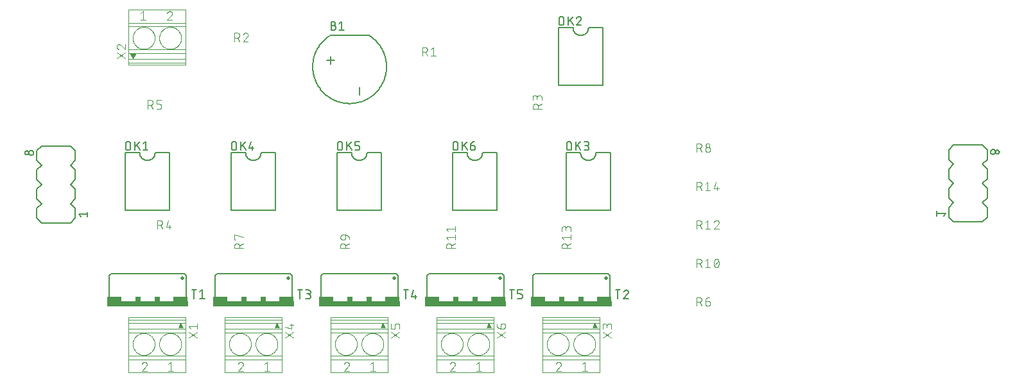
<source format=gbr>
G04 EAGLE Gerber RS-274X export*
G75*
%MOMM*%
%FSLAX34Y34*%
%LPD*%
%INSilkscreen Top*%
%IPPOS*%
%AMOC8*
5,1,8,0,0,1.08239X$1,22.5*%
G01*
%ADD10C,0.152400*%
%ADD11C,0.127000*%
%ADD12C,0.101600*%
%ADD13C,0.508000*%
%ADD14R,10.668000X0.635000*%
%ADD15R,1.905000X0.635000*%
%ADD16R,0.762000X0.635000*%

G36*
X606222Y59822D02*
X606222Y59822D01*
X606244Y59820D01*
X606319Y59842D01*
X606397Y59857D01*
X606415Y59870D01*
X606436Y59876D01*
X606497Y59926D01*
X606562Y59970D01*
X606574Y59989D01*
X606592Y60003D01*
X606629Y60072D01*
X606672Y60138D01*
X606675Y60160D01*
X606686Y60179D01*
X606693Y60258D01*
X606707Y60335D01*
X606702Y60357D01*
X606704Y60379D01*
X606675Y60478D01*
X606664Y60531D01*
X606657Y60540D01*
X606654Y60552D01*
X603479Y66902D01*
X603437Y66955D01*
X603403Y67013D01*
X603376Y67033D01*
X603355Y67060D01*
X603297Y67093D01*
X603243Y67133D01*
X603210Y67141D01*
X603181Y67158D01*
X603114Y67165D01*
X603048Y67182D01*
X603015Y67177D01*
X602981Y67180D01*
X602917Y67161D01*
X602850Y67151D01*
X602821Y67133D01*
X602789Y67124D01*
X602737Y67081D01*
X602679Y67046D01*
X602657Y67017D01*
X602633Y66998D01*
X602610Y66954D01*
X602571Y66902D01*
X599396Y60552D01*
X599391Y60530D01*
X599378Y60512D01*
X599364Y60434D01*
X599344Y60358D01*
X599347Y60336D01*
X599343Y60315D01*
X599360Y60238D01*
X599370Y60160D01*
X599382Y60141D01*
X599386Y60119D01*
X599432Y60055D01*
X599472Y59987D01*
X599490Y59974D01*
X599502Y59956D01*
X599569Y59914D01*
X599632Y59867D01*
X599654Y59861D01*
X599673Y59850D01*
X599774Y59831D01*
X599827Y59818D01*
X599838Y59820D01*
X599850Y59818D01*
X606200Y59818D01*
X606222Y59822D01*
G37*
G36*
X466522Y59822D02*
X466522Y59822D01*
X466544Y59820D01*
X466619Y59842D01*
X466697Y59857D01*
X466715Y59870D01*
X466736Y59876D01*
X466797Y59926D01*
X466862Y59970D01*
X466874Y59989D01*
X466892Y60003D01*
X466929Y60072D01*
X466972Y60138D01*
X466975Y60160D01*
X466986Y60179D01*
X466993Y60258D01*
X467007Y60335D01*
X467002Y60357D01*
X467004Y60379D01*
X466975Y60478D01*
X466964Y60531D01*
X466957Y60540D01*
X466954Y60552D01*
X463779Y66902D01*
X463737Y66955D01*
X463703Y67013D01*
X463676Y67033D01*
X463655Y67060D01*
X463597Y67093D01*
X463543Y67133D01*
X463510Y67141D01*
X463481Y67158D01*
X463414Y67165D01*
X463348Y67182D01*
X463315Y67177D01*
X463281Y67180D01*
X463217Y67161D01*
X463150Y67151D01*
X463121Y67133D01*
X463089Y67124D01*
X463037Y67081D01*
X462979Y67046D01*
X462957Y67017D01*
X462933Y66998D01*
X462910Y66954D01*
X462871Y66902D01*
X459696Y60552D01*
X459691Y60530D01*
X459678Y60512D01*
X459664Y60434D01*
X459644Y60358D01*
X459647Y60336D01*
X459643Y60315D01*
X459660Y60238D01*
X459670Y60160D01*
X459682Y60141D01*
X459686Y60119D01*
X459732Y60055D01*
X459772Y59987D01*
X459790Y59974D01*
X459802Y59956D01*
X459869Y59914D01*
X459932Y59867D01*
X459954Y59861D01*
X459973Y59850D01*
X460074Y59831D01*
X460127Y59818D01*
X460138Y59820D01*
X460150Y59818D01*
X466500Y59818D01*
X466522Y59822D01*
G37*
G36*
X326822Y59822D02*
X326822Y59822D01*
X326844Y59820D01*
X326919Y59842D01*
X326997Y59857D01*
X327015Y59870D01*
X327036Y59876D01*
X327097Y59926D01*
X327162Y59970D01*
X327174Y59989D01*
X327192Y60003D01*
X327229Y60072D01*
X327272Y60138D01*
X327275Y60160D01*
X327286Y60179D01*
X327293Y60258D01*
X327307Y60335D01*
X327302Y60357D01*
X327304Y60379D01*
X327275Y60478D01*
X327264Y60531D01*
X327257Y60540D01*
X327254Y60552D01*
X324079Y66902D01*
X324037Y66955D01*
X324003Y67013D01*
X323976Y67033D01*
X323955Y67060D01*
X323897Y67093D01*
X323843Y67133D01*
X323810Y67141D01*
X323781Y67158D01*
X323714Y67165D01*
X323648Y67182D01*
X323615Y67177D01*
X323581Y67180D01*
X323517Y67161D01*
X323450Y67151D01*
X323421Y67133D01*
X323389Y67124D01*
X323337Y67081D01*
X323279Y67046D01*
X323257Y67017D01*
X323233Y66998D01*
X323210Y66954D01*
X323171Y66902D01*
X319996Y60552D01*
X319991Y60530D01*
X319978Y60512D01*
X319964Y60434D01*
X319944Y60358D01*
X319947Y60336D01*
X319943Y60315D01*
X319960Y60238D01*
X319970Y60160D01*
X319982Y60141D01*
X319986Y60119D01*
X320032Y60055D01*
X320072Y59987D01*
X320090Y59974D01*
X320102Y59956D01*
X320169Y59914D01*
X320232Y59867D01*
X320254Y59861D01*
X320273Y59850D01*
X320374Y59831D01*
X320427Y59818D01*
X320438Y59820D01*
X320450Y59818D01*
X326800Y59818D01*
X326822Y59822D01*
G37*
G36*
X745922Y59822D02*
X745922Y59822D01*
X745944Y59820D01*
X746019Y59842D01*
X746097Y59857D01*
X746115Y59870D01*
X746136Y59876D01*
X746197Y59926D01*
X746262Y59970D01*
X746274Y59989D01*
X746292Y60003D01*
X746329Y60072D01*
X746372Y60138D01*
X746375Y60160D01*
X746386Y60179D01*
X746393Y60258D01*
X746407Y60335D01*
X746402Y60357D01*
X746404Y60379D01*
X746375Y60478D01*
X746364Y60531D01*
X746357Y60540D01*
X746354Y60552D01*
X743179Y66902D01*
X743137Y66955D01*
X743103Y67013D01*
X743076Y67033D01*
X743055Y67060D01*
X742997Y67093D01*
X742943Y67133D01*
X742910Y67141D01*
X742881Y67158D01*
X742814Y67165D01*
X742748Y67182D01*
X742715Y67177D01*
X742681Y67180D01*
X742617Y67161D01*
X742550Y67151D01*
X742521Y67133D01*
X742489Y67124D01*
X742437Y67081D01*
X742379Y67046D01*
X742357Y67017D01*
X742333Y66998D01*
X742310Y66954D01*
X742271Y66902D01*
X739096Y60552D01*
X739091Y60530D01*
X739078Y60512D01*
X739064Y60434D01*
X739044Y60358D01*
X739047Y60336D01*
X739043Y60315D01*
X739060Y60238D01*
X739070Y60160D01*
X739082Y60141D01*
X739086Y60119D01*
X739132Y60055D01*
X739172Y59987D01*
X739190Y59974D01*
X739202Y59956D01*
X739269Y59914D01*
X739332Y59867D01*
X739354Y59861D01*
X739373Y59850D01*
X739474Y59831D01*
X739527Y59818D01*
X739538Y59820D01*
X739550Y59818D01*
X745900Y59818D01*
X745922Y59822D01*
G37*
G36*
X199822Y59822D02*
X199822Y59822D01*
X199844Y59820D01*
X199919Y59842D01*
X199997Y59857D01*
X200015Y59870D01*
X200036Y59876D01*
X200097Y59926D01*
X200162Y59970D01*
X200174Y59989D01*
X200192Y60003D01*
X200229Y60072D01*
X200272Y60138D01*
X200275Y60160D01*
X200286Y60179D01*
X200293Y60258D01*
X200307Y60335D01*
X200302Y60357D01*
X200304Y60379D01*
X200275Y60478D01*
X200264Y60531D01*
X200257Y60540D01*
X200254Y60552D01*
X197079Y66902D01*
X197037Y66955D01*
X197003Y67013D01*
X196976Y67033D01*
X196955Y67060D01*
X196897Y67093D01*
X196843Y67133D01*
X196810Y67141D01*
X196781Y67158D01*
X196714Y67165D01*
X196648Y67182D01*
X196615Y67177D01*
X196581Y67180D01*
X196517Y67161D01*
X196450Y67151D01*
X196421Y67133D01*
X196389Y67124D01*
X196337Y67081D01*
X196279Y67046D01*
X196257Y67017D01*
X196233Y66998D01*
X196210Y66954D01*
X196171Y66902D01*
X192996Y60552D01*
X192991Y60530D01*
X192978Y60512D01*
X192964Y60434D01*
X192944Y60358D01*
X192947Y60336D01*
X192943Y60315D01*
X192960Y60238D01*
X192970Y60160D01*
X192982Y60141D01*
X192986Y60119D01*
X193032Y60055D01*
X193072Y59987D01*
X193090Y59974D01*
X193102Y59956D01*
X193169Y59914D01*
X193232Y59867D01*
X193254Y59861D01*
X193273Y59850D01*
X193374Y59831D01*
X193427Y59818D01*
X193438Y59820D01*
X193450Y59818D01*
X199800Y59818D01*
X199822Y59822D01*
G37*
G36*
X133585Y415423D02*
X133585Y415423D01*
X133619Y415420D01*
X133684Y415439D01*
X133750Y415449D01*
X133779Y415467D01*
X133811Y415476D01*
X133863Y415519D01*
X133921Y415554D01*
X133943Y415583D01*
X133967Y415603D01*
X133990Y415646D01*
X134029Y415698D01*
X137204Y422048D01*
X137209Y422070D01*
X137222Y422088D01*
X137236Y422166D01*
X137256Y422242D01*
X137253Y422264D01*
X137257Y422285D01*
X137240Y422362D01*
X137230Y422440D01*
X137218Y422459D01*
X137214Y422481D01*
X137168Y422545D01*
X137128Y422613D01*
X137110Y422626D01*
X137098Y422644D01*
X137031Y422686D01*
X136968Y422733D01*
X136946Y422739D01*
X136927Y422750D01*
X136826Y422769D01*
X136773Y422782D01*
X136762Y422780D01*
X136750Y422782D01*
X130400Y422782D01*
X130378Y422778D01*
X130356Y422780D01*
X130281Y422758D01*
X130204Y422743D01*
X130185Y422730D01*
X130164Y422724D01*
X130103Y422674D01*
X130038Y422630D01*
X130026Y422611D01*
X130008Y422598D01*
X129971Y422528D01*
X129928Y422462D01*
X129925Y422440D01*
X129914Y422421D01*
X129907Y422342D01*
X129893Y422265D01*
X129898Y422243D01*
X129896Y422221D01*
X129925Y422122D01*
X129936Y422069D01*
X129943Y422060D01*
X129946Y422048D01*
X133121Y415698D01*
X133163Y415645D01*
X133197Y415587D01*
X133224Y415567D01*
X133245Y415540D01*
X133303Y415507D01*
X133357Y415467D01*
X133390Y415459D01*
X133420Y415442D01*
X133487Y415435D01*
X133552Y415418D01*
X133585Y415423D01*
G37*
D10*
X393700Y447040D02*
X392694Y446407D01*
X391703Y445749D01*
X390729Y445067D01*
X389771Y444361D01*
X388831Y443633D01*
X387910Y442881D01*
X387007Y442107D01*
X386123Y441312D01*
X385259Y440495D01*
X384415Y439657D01*
X383592Y438798D01*
X382790Y437920D01*
X382010Y437023D01*
X381251Y436106D01*
X380516Y435172D01*
X379804Y434220D01*
X379115Y433250D01*
X378450Y432264D01*
X377809Y431262D01*
X377193Y430245D01*
X376603Y429213D01*
X376037Y428167D01*
X375497Y427107D01*
X374984Y426035D01*
X374496Y424950D01*
X374036Y423853D01*
X373602Y422746D01*
X373196Y421628D01*
X372817Y420501D01*
X372465Y419365D01*
X372142Y418221D01*
X371847Y417069D01*
X371580Y415910D01*
X371341Y414745D01*
X371131Y413574D01*
X370949Y412399D01*
X370797Y411220D01*
X370673Y410037D01*
X370578Y408852D01*
X370512Y407664D01*
X370475Y406475D01*
X370468Y405286D01*
X370489Y404097D01*
X370540Y402909D01*
X370619Y401723D01*
X370728Y400538D01*
X370865Y399357D01*
X371031Y398180D01*
X371226Y397006D01*
X371450Y395838D01*
X371702Y394676D01*
X371983Y393521D01*
X372291Y392372D01*
X372628Y391231D01*
X372992Y390099D01*
X373384Y388977D01*
X373804Y387864D01*
X374250Y386762D01*
X374723Y385671D01*
X375223Y384592D01*
X375749Y383525D01*
X376301Y382472D01*
X376878Y381432D01*
X377481Y380407D01*
X378109Y379397D01*
X378761Y378402D01*
X379437Y377424D01*
X380137Y376463D01*
X380860Y375519D01*
X381607Y374593D01*
X382375Y373685D01*
X383166Y372797D01*
X383978Y371928D01*
X384811Y371079D01*
X385664Y370251D01*
X386538Y369444D01*
X387431Y368659D01*
X388343Y367895D01*
X389273Y367155D01*
X390221Y366437D01*
X391186Y365742D01*
X392169Y365072D01*
X393167Y364425D01*
X394180Y363804D01*
X395209Y363207D01*
X396252Y362635D01*
X397309Y362089D01*
X398378Y361570D01*
X399460Y361076D01*
X400554Y360609D01*
X401659Y360169D01*
X402774Y359756D01*
X403899Y359371D01*
X405033Y359013D01*
X406175Y358683D01*
X407326Y358381D01*
X408483Y358107D01*
X409647Y357862D01*
X410816Y357645D01*
X411990Y357457D01*
X413169Y357297D01*
X414351Y357166D01*
X415535Y357065D01*
X416722Y356992D01*
X417911Y356949D01*
X419100Y356934D01*
X420289Y356949D01*
X421478Y356992D01*
X422665Y357065D01*
X423849Y357166D01*
X425031Y357297D01*
X426210Y357457D01*
X427384Y357645D01*
X428553Y357862D01*
X429717Y358107D01*
X430874Y358381D01*
X432025Y358683D01*
X433167Y359013D01*
X434301Y359371D01*
X435426Y359756D01*
X436541Y360169D01*
X437646Y360609D01*
X438740Y361076D01*
X439822Y361570D01*
X440891Y362089D01*
X441948Y362635D01*
X442991Y363207D01*
X444020Y363804D01*
X445033Y364425D01*
X446031Y365072D01*
X447014Y365742D01*
X447979Y366437D01*
X448927Y367155D01*
X449857Y367895D01*
X450769Y368659D01*
X451662Y369444D01*
X452536Y370251D01*
X453389Y371079D01*
X454222Y371928D01*
X455034Y372797D01*
X455825Y373685D01*
X456593Y374593D01*
X457340Y375519D01*
X458063Y376463D01*
X458763Y377424D01*
X459439Y378402D01*
X460091Y379397D01*
X460719Y380407D01*
X461322Y381432D01*
X461899Y382472D01*
X462451Y383525D01*
X462977Y384592D01*
X463477Y385671D01*
X463950Y386762D01*
X464396Y387864D01*
X464816Y388977D01*
X465208Y390099D01*
X465572Y391231D01*
X465909Y392372D01*
X466217Y393521D01*
X466498Y394676D01*
X466750Y395838D01*
X466974Y397006D01*
X467169Y398180D01*
X467335Y399357D01*
X467472Y400538D01*
X467581Y401723D01*
X467660Y402909D01*
X467711Y404097D01*
X467732Y405286D01*
X467725Y406475D01*
X467688Y407664D01*
X467622Y408852D01*
X467527Y410037D01*
X467403Y411220D01*
X467251Y412399D01*
X467069Y413574D01*
X466859Y414745D01*
X466620Y415910D01*
X466353Y417069D01*
X466058Y418221D01*
X465735Y419365D01*
X465383Y420501D01*
X465004Y421628D01*
X464598Y422746D01*
X464164Y423853D01*
X463704Y424950D01*
X463216Y426035D01*
X462703Y427107D01*
X462163Y428167D01*
X461597Y429213D01*
X461007Y430245D01*
X460391Y431262D01*
X459750Y432264D01*
X459085Y433250D01*
X458396Y434220D01*
X457684Y435172D01*
X456949Y436106D01*
X456190Y437023D01*
X455410Y437920D01*
X454608Y438798D01*
X453785Y439657D01*
X452941Y440495D01*
X452077Y441312D01*
X451193Y442107D01*
X450290Y442881D01*
X449369Y443633D01*
X448429Y444361D01*
X447471Y445067D01*
X446497Y445749D01*
X445506Y446407D01*
X444500Y447040D01*
X393700Y447040D01*
X393700Y419100D02*
X393700Y408940D01*
X388620Y414020D02*
X398780Y414020D01*
X431800Y378460D02*
X431800Y368300D01*
D11*
X397764Y460121D02*
X394589Y460121D01*
X397764Y460121D02*
X397875Y460119D01*
X397985Y460113D01*
X398096Y460104D01*
X398206Y460090D01*
X398315Y460073D01*
X398424Y460052D01*
X398532Y460027D01*
X398639Y459998D01*
X398745Y459966D01*
X398850Y459930D01*
X398953Y459890D01*
X399055Y459847D01*
X399156Y459800D01*
X399255Y459749D01*
X399352Y459696D01*
X399446Y459639D01*
X399539Y459578D01*
X399630Y459515D01*
X399719Y459448D01*
X399805Y459378D01*
X399888Y459305D01*
X399970Y459230D01*
X400048Y459152D01*
X400123Y459070D01*
X400196Y458987D01*
X400266Y458901D01*
X400333Y458812D01*
X400396Y458721D01*
X400457Y458628D01*
X400514Y458533D01*
X400567Y458437D01*
X400618Y458338D01*
X400665Y458237D01*
X400708Y458135D01*
X400748Y458032D01*
X400784Y457927D01*
X400816Y457821D01*
X400845Y457714D01*
X400870Y457606D01*
X400891Y457497D01*
X400908Y457388D01*
X400922Y457278D01*
X400931Y457167D01*
X400937Y457057D01*
X400939Y456946D01*
X400937Y456835D01*
X400931Y456725D01*
X400922Y456614D01*
X400908Y456504D01*
X400891Y456395D01*
X400870Y456286D01*
X400845Y456178D01*
X400816Y456071D01*
X400784Y455965D01*
X400748Y455860D01*
X400708Y455757D01*
X400665Y455655D01*
X400618Y455554D01*
X400567Y455455D01*
X400514Y455358D01*
X400457Y455264D01*
X400396Y455171D01*
X400333Y455080D01*
X400266Y454991D01*
X400196Y454905D01*
X400123Y454822D01*
X400048Y454740D01*
X399970Y454662D01*
X399888Y454587D01*
X399805Y454514D01*
X399719Y454444D01*
X399630Y454377D01*
X399539Y454314D01*
X399446Y454253D01*
X399352Y454196D01*
X399255Y454143D01*
X399156Y454092D01*
X399055Y454045D01*
X398953Y454002D01*
X398850Y453962D01*
X398745Y453926D01*
X398639Y453894D01*
X398532Y453865D01*
X398424Y453840D01*
X398315Y453819D01*
X398206Y453802D01*
X398096Y453788D01*
X397985Y453779D01*
X397875Y453773D01*
X397764Y453771D01*
X394589Y453771D01*
X394589Y465201D01*
X397764Y465201D01*
X397864Y465199D01*
X397963Y465193D01*
X398063Y465183D01*
X398161Y465170D01*
X398260Y465152D01*
X398357Y465131D01*
X398453Y465106D01*
X398549Y465077D01*
X398643Y465044D01*
X398736Y465008D01*
X398827Y464968D01*
X398917Y464924D01*
X399005Y464877D01*
X399091Y464827D01*
X399175Y464773D01*
X399257Y464716D01*
X399336Y464656D01*
X399414Y464592D01*
X399488Y464526D01*
X399560Y464457D01*
X399629Y464385D01*
X399695Y464311D01*
X399759Y464233D01*
X399819Y464154D01*
X399876Y464072D01*
X399930Y463988D01*
X399980Y463902D01*
X400027Y463814D01*
X400071Y463724D01*
X400111Y463633D01*
X400147Y463540D01*
X400180Y463446D01*
X400209Y463350D01*
X400234Y463254D01*
X400255Y463157D01*
X400273Y463058D01*
X400286Y462960D01*
X400296Y462860D01*
X400302Y462761D01*
X400304Y462661D01*
X400302Y462561D01*
X400296Y462462D01*
X400286Y462362D01*
X400273Y462264D01*
X400255Y462165D01*
X400234Y462068D01*
X400209Y461972D01*
X400180Y461876D01*
X400147Y461782D01*
X400111Y461689D01*
X400071Y461598D01*
X400027Y461508D01*
X399980Y461420D01*
X399930Y461334D01*
X399876Y461250D01*
X399819Y461168D01*
X399759Y461089D01*
X399695Y461011D01*
X399629Y460937D01*
X399560Y460865D01*
X399488Y460796D01*
X399414Y460730D01*
X399336Y460666D01*
X399257Y460606D01*
X399175Y460549D01*
X399091Y460495D01*
X399005Y460445D01*
X398917Y460398D01*
X398827Y460354D01*
X398736Y460314D01*
X398643Y460278D01*
X398549Y460245D01*
X398453Y460216D01*
X398357Y460191D01*
X398260Y460170D01*
X398161Y460152D01*
X398063Y460139D01*
X397963Y460129D01*
X397864Y460123D01*
X397764Y460121D01*
X405448Y462661D02*
X408623Y465201D01*
X408623Y453771D01*
X405448Y453771D02*
X411798Y453771D01*
D10*
X181610Y292100D02*
X181610Y215900D01*
X123190Y215900D02*
X123190Y292100D01*
X123190Y215900D02*
X181610Y215900D01*
X181610Y292100D02*
X162560Y292100D01*
X142240Y292100D02*
X123190Y292100D01*
X142240Y292100D02*
X142243Y291853D01*
X142252Y291605D01*
X142267Y291358D01*
X142288Y291112D01*
X142315Y290866D01*
X142348Y290621D01*
X142387Y290376D01*
X142432Y290133D01*
X142483Y289891D01*
X142540Y289650D01*
X142602Y289411D01*
X142671Y289173D01*
X142745Y288937D01*
X142825Y288703D01*
X142910Y288471D01*
X143002Y288241D01*
X143098Y288013D01*
X143201Y287788D01*
X143308Y287565D01*
X143422Y287345D01*
X143540Y287128D01*
X143664Y286913D01*
X143793Y286702D01*
X143927Y286494D01*
X144066Y286289D01*
X144210Y286088D01*
X144358Y285890D01*
X144512Y285696D01*
X144670Y285506D01*
X144833Y285320D01*
X145000Y285138D01*
X145172Y284960D01*
X145348Y284786D01*
X145528Y284616D01*
X145713Y284451D01*
X145901Y284291D01*
X146093Y284135D01*
X146289Y283983D01*
X146488Y283837D01*
X146691Y283695D01*
X146898Y283559D01*
X147107Y283427D01*
X147320Y283301D01*
X147536Y283180D01*
X147754Y283064D01*
X147976Y282954D01*
X148200Y282849D01*
X148426Y282749D01*
X148655Y282655D01*
X148886Y282567D01*
X149120Y282484D01*
X149355Y282407D01*
X149592Y282336D01*
X149830Y282270D01*
X150070Y282211D01*
X150312Y282157D01*
X150555Y282109D01*
X150798Y282067D01*
X151043Y282031D01*
X151289Y282001D01*
X151535Y281977D01*
X151782Y281959D01*
X152029Y281947D01*
X152276Y281941D01*
X152524Y281941D01*
X152771Y281947D01*
X153018Y281959D01*
X153265Y281977D01*
X153511Y282001D01*
X153757Y282031D01*
X154002Y282067D01*
X154245Y282109D01*
X154488Y282157D01*
X154730Y282211D01*
X154970Y282270D01*
X155208Y282336D01*
X155445Y282407D01*
X155680Y282484D01*
X155914Y282567D01*
X156145Y282655D01*
X156374Y282749D01*
X156600Y282849D01*
X156824Y282954D01*
X157046Y283064D01*
X157264Y283180D01*
X157480Y283301D01*
X157693Y283427D01*
X157902Y283559D01*
X158109Y283695D01*
X158312Y283837D01*
X158511Y283983D01*
X158707Y284135D01*
X158899Y284291D01*
X159087Y284451D01*
X159272Y284616D01*
X159452Y284786D01*
X159628Y284960D01*
X159800Y285138D01*
X159967Y285320D01*
X160130Y285506D01*
X160288Y285696D01*
X160442Y285890D01*
X160590Y286088D01*
X160734Y286289D01*
X160873Y286494D01*
X161007Y286702D01*
X161136Y286913D01*
X161260Y287128D01*
X161378Y287345D01*
X161492Y287565D01*
X161599Y287788D01*
X161702Y288013D01*
X161798Y288241D01*
X161890Y288471D01*
X161975Y288703D01*
X162055Y288937D01*
X162129Y289173D01*
X162198Y289411D01*
X162260Y289650D01*
X162317Y289891D01*
X162368Y290133D01*
X162413Y290376D01*
X162452Y290621D01*
X162485Y290866D01*
X162512Y291112D01*
X162533Y291358D01*
X162548Y291605D01*
X162557Y291853D01*
X162560Y292100D01*
D11*
X123825Y298450D02*
X123825Y303530D01*
X123827Y303641D01*
X123833Y303751D01*
X123842Y303862D01*
X123856Y303972D01*
X123873Y304081D01*
X123894Y304190D01*
X123919Y304298D01*
X123948Y304405D01*
X123980Y304511D01*
X124016Y304616D01*
X124056Y304719D01*
X124099Y304821D01*
X124146Y304922D01*
X124197Y305021D01*
X124250Y305118D01*
X124307Y305212D01*
X124368Y305305D01*
X124431Y305396D01*
X124498Y305485D01*
X124568Y305571D01*
X124641Y305654D01*
X124716Y305736D01*
X124794Y305814D01*
X124876Y305889D01*
X124959Y305962D01*
X125045Y306032D01*
X125134Y306099D01*
X125225Y306162D01*
X125318Y306223D01*
X125413Y306280D01*
X125509Y306333D01*
X125608Y306384D01*
X125709Y306431D01*
X125811Y306474D01*
X125914Y306514D01*
X126019Y306550D01*
X126125Y306582D01*
X126232Y306611D01*
X126340Y306636D01*
X126449Y306657D01*
X126558Y306674D01*
X126668Y306688D01*
X126779Y306697D01*
X126889Y306703D01*
X127000Y306705D01*
X127111Y306703D01*
X127221Y306697D01*
X127332Y306688D01*
X127442Y306674D01*
X127551Y306657D01*
X127660Y306636D01*
X127768Y306611D01*
X127875Y306582D01*
X127981Y306550D01*
X128086Y306514D01*
X128189Y306474D01*
X128291Y306431D01*
X128392Y306384D01*
X128491Y306333D01*
X128588Y306280D01*
X128682Y306223D01*
X128775Y306162D01*
X128866Y306099D01*
X128955Y306032D01*
X129041Y305962D01*
X129124Y305889D01*
X129206Y305814D01*
X129284Y305736D01*
X129359Y305654D01*
X129432Y305571D01*
X129502Y305485D01*
X129569Y305396D01*
X129632Y305305D01*
X129693Y305212D01*
X129750Y305118D01*
X129803Y305021D01*
X129854Y304922D01*
X129901Y304821D01*
X129944Y304719D01*
X129984Y304616D01*
X130020Y304511D01*
X130052Y304405D01*
X130081Y304298D01*
X130106Y304190D01*
X130127Y304081D01*
X130144Y303972D01*
X130158Y303862D01*
X130167Y303751D01*
X130173Y303641D01*
X130175Y303530D01*
X130175Y298450D01*
X130173Y298339D01*
X130167Y298229D01*
X130158Y298118D01*
X130144Y298008D01*
X130127Y297899D01*
X130106Y297790D01*
X130081Y297682D01*
X130052Y297575D01*
X130020Y297469D01*
X129984Y297364D01*
X129944Y297261D01*
X129901Y297159D01*
X129854Y297058D01*
X129803Y296959D01*
X129750Y296862D01*
X129693Y296768D01*
X129632Y296675D01*
X129569Y296584D01*
X129502Y296495D01*
X129432Y296409D01*
X129359Y296326D01*
X129284Y296244D01*
X129206Y296166D01*
X129124Y296091D01*
X129041Y296018D01*
X128955Y295948D01*
X128866Y295881D01*
X128775Y295818D01*
X128682Y295757D01*
X128587Y295700D01*
X128491Y295647D01*
X128392Y295596D01*
X128291Y295549D01*
X128189Y295506D01*
X128086Y295466D01*
X127981Y295430D01*
X127875Y295398D01*
X127768Y295369D01*
X127660Y295344D01*
X127551Y295323D01*
X127442Y295306D01*
X127332Y295292D01*
X127221Y295283D01*
X127111Y295277D01*
X127000Y295275D01*
X126889Y295277D01*
X126779Y295283D01*
X126668Y295292D01*
X126558Y295306D01*
X126449Y295323D01*
X126340Y295344D01*
X126232Y295369D01*
X126125Y295398D01*
X126019Y295430D01*
X125914Y295466D01*
X125811Y295506D01*
X125709Y295549D01*
X125608Y295596D01*
X125509Y295647D01*
X125413Y295700D01*
X125318Y295757D01*
X125225Y295818D01*
X125134Y295881D01*
X125045Y295948D01*
X124959Y296018D01*
X124876Y296091D01*
X124794Y296166D01*
X124716Y296244D01*
X124641Y296326D01*
X124568Y296409D01*
X124498Y296495D01*
X124431Y296584D01*
X124368Y296675D01*
X124307Y296768D01*
X124250Y296863D01*
X124197Y296959D01*
X124146Y297058D01*
X124099Y297159D01*
X124056Y297261D01*
X124016Y297364D01*
X123980Y297469D01*
X123948Y297575D01*
X123919Y297682D01*
X123894Y297790D01*
X123873Y297899D01*
X123856Y298008D01*
X123842Y298118D01*
X123833Y298229D01*
X123827Y298339D01*
X123825Y298450D01*
X135827Y295275D02*
X135827Y306705D01*
X142177Y306705D02*
X135827Y299720D01*
X138367Y302260D02*
X142177Y295275D01*
X146685Y304165D02*
X149860Y306705D01*
X149860Y295275D01*
X146685Y295275D02*
X153035Y295275D01*
D10*
X753110Y381000D02*
X753110Y457200D01*
X694690Y457200D02*
X694690Y381000D01*
X753110Y381000D01*
X753110Y457200D02*
X734060Y457200D01*
X713740Y457200D02*
X694690Y457200D01*
X713740Y457200D02*
X713743Y456953D01*
X713752Y456705D01*
X713767Y456458D01*
X713788Y456212D01*
X713815Y455966D01*
X713848Y455721D01*
X713887Y455476D01*
X713932Y455233D01*
X713983Y454991D01*
X714040Y454750D01*
X714102Y454511D01*
X714171Y454273D01*
X714245Y454037D01*
X714325Y453803D01*
X714410Y453571D01*
X714502Y453341D01*
X714598Y453113D01*
X714701Y452888D01*
X714808Y452665D01*
X714922Y452445D01*
X715040Y452228D01*
X715164Y452013D01*
X715293Y451802D01*
X715427Y451594D01*
X715566Y451389D01*
X715710Y451188D01*
X715858Y450990D01*
X716012Y450796D01*
X716170Y450606D01*
X716333Y450420D01*
X716500Y450238D01*
X716672Y450060D01*
X716848Y449886D01*
X717028Y449716D01*
X717213Y449551D01*
X717401Y449391D01*
X717593Y449235D01*
X717789Y449083D01*
X717988Y448937D01*
X718191Y448795D01*
X718398Y448659D01*
X718607Y448527D01*
X718820Y448401D01*
X719036Y448280D01*
X719254Y448164D01*
X719476Y448054D01*
X719700Y447949D01*
X719926Y447849D01*
X720155Y447755D01*
X720386Y447667D01*
X720620Y447584D01*
X720855Y447507D01*
X721092Y447436D01*
X721330Y447370D01*
X721570Y447311D01*
X721812Y447257D01*
X722055Y447209D01*
X722298Y447167D01*
X722543Y447131D01*
X722789Y447101D01*
X723035Y447077D01*
X723282Y447059D01*
X723529Y447047D01*
X723776Y447041D01*
X724024Y447041D01*
X724271Y447047D01*
X724518Y447059D01*
X724765Y447077D01*
X725011Y447101D01*
X725257Y447131D01*
X725502Y447167D01*
X725745Y447209D01*
X725988Y447257D01*
X726230Y447311D01*
X726470Y447370D01*
X726708Y447436D01*
X726945Y447507D01*
X727180Y447584D01*
X727414Y447667D01*
X727645Y447755D01*
X727874Y447849D01*
X728100Y447949D01*
X728324Y448054D01*
X728546Y448164D01*
X728764Y448280D01*
X728980Y448401D01*
X729193Y448527D01*
X729402Y448659D01*
X729609Y448795D01*
X729812Y448937D01*
X730011Y449083D01*
X730207Y449235D01*
X730399Y449391D01*
X730587Y449551D01*
X730772Y449716D01*
X730952Y449886D01*
X731128Y450060D01*
X731300Y450238D01*
X731467Y450420D01*
X731630Y450606D01*
X731788Y450796D01*
X731942Y450990D01*
X732090Y451188D01*
X732234Y451389D01*
X732373Y451594D01*
X732507Y451802D01*
X732636Y452013D01*
X732760Y452228D01*
X732878Y452445D01*
X732992Y452665D01*
X733099Y452888D01*
X733202Y453113D01*
X733298Y453341D01*
X733390Y453571D01*
X733475Y453803D01*
X733555Y454037D01*
X733629Y454273D01*
X733698Y454511D01*
X733760Y454750D01*
X733817Y454991D01*
X733868Y455233D01*
X733913Y455476D01*
X733952Y455721D01*
X733985Y455966D01*
X734012Y456212D01*
X734033Y456458D01*
X734048Y456705D01*
X734057Y456953D01*
X734060Y457200D01*
D11*
X695325Y463550D02*
X695325Y468630D01*
X695327Y468741D01*
X695333Y468851D01*
X695342Y468962D01*
X695356Y469072D01*
X695373Y469181D01*
X695394Y469290D01*
X695419Y469398D01*
X695448Y469505D01*
X695480Y469611D01*
X695516Y469716D01*
X695556Y469819D01*
X695599Y469921D01*
X695646Y470022D01*
X695697Y470121D01*
X695750Y470218D01*
X695807Y470312D01*
X695868Y470405D01*
X695931Y470496D01*
X695998Y470585D01*
X696068Y470671D01*
X696141Y470754D01*
X696216Y470836D01*
X696294Y470914D01*
X696376Y470989D01*
X696459Y471062D01*
X696545Y471132D01*
X696634Y471199D01*
X696725Y471262D01*
X696818Y471323D01*
X696913Y471380D01*
X697009Y471433D01*
X697108Y471484D01*
X697209Y471531D01*
X697311Y471574D01*
X697414Y471614D01*
X697519Y471650D01*
X697625Y471682D01*
X697732Y471711D01*
X697840Y471736D01*
X697949Y471757D01*
X698058Y471774D01*
X698168Y471788D01*
X698279Y471797D01*
X698389Y471803D01*
X698500Y471805D01*
X698611Y471803D01*
X698721Y471797D01*
X698832Y471788D01*
X698942Y471774D01*
X699051Y471757D01*
X699160Y471736D01*
X699268Y471711D01*
X699375Y471682D01*
X699481Y471650D01*
X699586Y471614D01*
X699689Y471574D01*
X699791Y471531D01*
X699892Y471484D01*
X699991Y471433D01*
X700088Y471380D01*
X700182Y471323D01*
X700275Y471262D01*
X700366Y471199D01*
X700455Y471132D01*
X700541Y471062D01*
X700624Y470989D01*
X700706Y470914D01*
X700784Y470836D01*
X700859Y470754D01*
X700932Y470671D01*
X701002Y470585D01*
X701069Y470496D01*
X701132Y470405D01*
X701193Y470312D01*
X701250Y470218D01*
X701303Y470121D01*
X701354Y470022D01*
X701401Y469921D01*
X701444Y469819D01*
X701484Y469716D01*
X701520Y469611D01*
X701552Y469505D01*
X701581Y469398D01*
X701606Y469290D01*
X701627Y469181D01*
X701644Y469072D01*
X701658Y468962D01*
X701667Y468851D01*
X701673Y468741D01*
X701675Y468630D01*
X701675Y463550D01*
X701673Y463439D01*
X701667Y463329D01*
X701658Y463218D01*
X701644Y463108D01*
X701627Y462999D01*
X701606Y462890D01*
X701581Y462782D01*
X701552Y462675D01*
X701520Y462569D01*
X701484Y462464D01*
X701444Y462361D01*
X701401Y462259D01*
X701354Y462158D01*
X701303Y462059D01*
X701250Y461962D01*
X701193Y461868D01*
X701132Y461775D01*
X701069Y461684D01*
X701002Y461595D01*
X700932Y461509D01*
X700859Y461426D01*
X700784Y461344D01*
X700706Y461266D01*
X700624Y461191D01*
X700541Y461118D01*
X700455Y461048D01*
X700366Y460981D01*
X700275Y460918D01*
X700182Y460857D01*
X700088Y460800D01*
X699991Y460747D01*
X699892Y460696D01*
X699791Y460649D01*
X699689Y460606D01*
X699586Y460566D01*
X699481Y460530D01*
X699375Y460498D01*
X699268Y460469D01*
X699160Y460444D01*
X699051Y460423D01*
X698942Y460406D01*
X698832Y460392D01*
X698721Y460383D01*
X698611Y460377D01*
X698500Y460375D01*
X698389Y460377D01*
X698279Y460383D01*
X698168Y460392D01*
X698058Y460406D01*
X697949Y460423D01*
X697840Y460444D01*
X697732Y460469D01*
X697625Y460498D01*
X697519Y460530D01*
X697414Y460566D01*
X697311Y460606D01*
X697209Y460649D01*
X697108Y460696D01*
X697009Y460747D01*
X696913Y460800D01*
X696818Y460857D01*
X696725Y460918D01*
X696634Y460981D01*
X696545Y461048D01*
X696459Y461118D01*
X696376Y461191D01*
X696294Y461266D01*
X696216Y461344D01*
X696141Y461426D01*
X696068Y461509D01*
X695998Y461595D01*
X695931Y461684D01*
X695868Y461775D01*
X695807Y461868D01*
X695750Y461963D01*
X695697Y462059D01*
X695646Y462158D01*
X695599Y462259D01*
X695556Y462361D01*
X695516Y462464D01*
X695480Y462569D01*
X695448Y462675D01*
X695419Y462782D01*
X695394Y462890D01*
X695373Y462999D01*
X695356Y463108D01*
X695342Y463218D01*
X695333Y463329D01*
X695327Y463439D01*
X695325Y463550D01*
X707327Y460375D02*
X707327Y471805D01*
X713677Y471805D02*
X707327Y464820D01*
X709867Y467360D02*
X713677Y460375D01*
X724536Y468948D02*
X724534Y469052D01*
X724528Y469157D01*
X724519Y469261D01*
X724506Y469364D01*
X724488Y469467D01*
X724468Y469569D01*
X724443Y469671D01*
X724415Y469771D01*
X724383Y469871D01*
X724347Y469969D01*
X724308Y470066D01*
X724266Y470161D01*
X724220Y470255D01*
X724170Y470347D01*
X724118Y470437D01*
X724062Y470525D01*
X724002Y470611D01*
X723940Y470695D01*
X723875Y470776D01*
X723807Y470855D01*
X723735Y470932D01*
X723662Y471005D01*
X723585Y471077D01*
X723506Y471145D01*
X723425Y471210D01*
X723341Y471272D01*
X723255Y471332D01*
X723167Y471388D01*
X723077Y471440D01*
X722985Y471490D01*
X722891Y471536D01*
X722796Y471578D01*
X722699Y471617D01*
X722601Y471653D01*
X722501Y471685D01*
X722401Y471713D01*
X722299Y471738D01*
X722197Y471758D01*
X722094Y471776D01*
X721991Y471789D01*
X721887Y471798D01*
X721782Y471804D01*
X721678Y471806D01*
X721678Y471805D02*
X721560Y471803D01*
X721441Y471797D01*
X721323Y471788D01*
X721206Y471775D01*
X721089Y471757D01*
X720972Y471737D01*
X720856Y471712D01*
X720741Y471684D01*
X720628Y471651D01*
X720515Y471616D01*
X720403Y471576D01*
X720293Y471534D01*
X720184Y471487D01*
X720076Y471437D01*
X719971Y471384D01*
X719867Y471327D01*
X719765Y471267D01*
X719665Y471204D01*
X719567Y471137D01*
X719471Y471068D01*
X719378Y470995D01*
X719287Y470919D01*
X719198Y470841D01*
X719112Y470759D01*
X719029Y470675D01*
X718948Y470589D01*
X718871Y470499D01*
X718796Y470408D01*
X718724Y470314D01*
X718655Y470217D01*
X718590Y470119D01*
X718527Y470018D01*
X718468Y469915D01*
X718412Y469811D01*
X718360Y469705D01*
X718311Y469597D01*
X718266Y469488D01*
X718224Y469377D01*
X718186Y469265D01*
X723583Y466726D02*
X723659Y466801D01*
X723734Y466880D01*
X723805Y466961D01*
X723874Y467045D01*
X723939Y467131D01*
X724001Y467219D01*
X724061Y467309D01*
X724117Y467401D01*
X724170Y467496D01*
X724219Y467592D01*
X724265Y467690D01*
X724308Y467789D01*
X724347Y467890D01*
X724382Y467992D01*
X724414Y468095D01*
X724442Y468199D01*
X724467Y468304D01*
X724488Y468411D01*
X724505Y468517D01*
X724518Y468624D01*
X724527Y468732D01*
X724533Y468840D01*
X724535Y468948D01*
X723583Y466725D02*
X718185Y460375D01*
X724535Y460375D01*
D10*
X763110Y292100D02*
X763110Y215900D01*
X704690Y215900D02*
X704690Y292100D01*
X704690Y215900D02*
X763110Y215900D01*
X763110Y292100D02*
X744060Y292100D01*
X723740Y292100D02*
X704690Y292100D01*
X723740Y292100D02*
X723743Y291853D01*
X723752Y291605D01*
X723767Y291358D01*
X723788Y291112D01*
X723815Y290866D01*
X723848Y290621D01*
X723887Y290376D01*
X723932Y290133D01*
X723983Y289891D01*
X724040Y289650D01*
X724102Y289411D01*
X724171Y289173D01*
X724245Y288937D01*
X724325Y288703D01*
X724410Y288471D01*
X724502Y288241D01*
X724598Y288013D01*
X724701Y287788D01*
X724808Y287565D01*
X724922Y287345D01*
X725040Y287128D01*
X725164Y286913D01*
X725293Y286702D01*
X725427Y286494D01*
X725566Y286289D01*
X725710Y286088D01*
X725858Y285890D01*
X726012Y285696D01*
X726170Y285506D01*
X726333Y285320D01*
X726500Y285138D01*
X726672Y284960D01*
X726848Y284786D01*
X727028Y284616D01*
X727213Y284451D01*
X727401Y284291D01*
X727593Y284135D01*
X727789Y283983D01*
X727988Y283837D01*
X728191Y283695D01*
X728398Y283559D01*
X728607Y283427D01*
X728820Y283301D01*
X729036Y283180D01*
X729254Y283064D01*
X729476Y282954D01*
X729700Y282849D01*
X729926Y282749D01*
X730155Y282655D01*
X730386Y282567D01*
X730620Y282484D01*
X730855Y282407D01*
X731092Y282336D01*
X731330Y282270D01*
X731570Y282211D01*
X731812Y282157D01*
X732055Y282109D01*
X732298Y282067D01*
X732543Y282031D01*
X732789Y282001D01*
X733035Y281977D01*
X733282Y281959D01*
X733529Y281947D01*
X733776Y281941D01*
X734024Y281941D01*
X734271Y281947D01*
X734518Y281959D01*
X734765Y281977D01*
X735011Y282001D01*
X735257Y282031D01*
X735502Y282067D01*
X735745Y282109D01*
X735988Y282157D01*
X736230Y282211D01*
X736470Y282270D01*
X736708Y282336D01*
X736945Y282407D01*
X737180Y282484D01*
X737414Y282567D01*
X737645Y282655D01*
X737874Y282749D01*
X738100Y282849D01*
X738324Y282954D01*
X738546Y283064D01*
X738764Y283180D01*
X738980Y283301D01*
X739193Y283427D01*
X739402Y283559D01*
X739609Y283695D01*
X739812Y283837D01*
X740011Y283983D01*
X740207Y284135D01*
X740399Y284291D01*
X740587Y284451D01*
X740772Y284616D01*
X740952Y284786D01*
X741128Y284960D01*
X741300Y285138D01*
X741467Y285320D01*
X741630Y285506D01*
X741788Y285696D01*
X741942Y285890D01*
X742090Y286088D01*
X742234Y286289D01*
X742373Y286494D01*
X742507Y286702D01*
X742636Y286913D01*
X742760Y287128D01*
X742878Y287345D01*
X742992Y287565D01*
X743099Y287788D01*
X743202Y288013D01*
X743298Y288241D01*
X743390Y288471D01*
X743475Y288703D01*
X743555Y288937D01*
X743629Y289173D01*
X743698Y289411D01*
X743760Y289650D01*
X743817Y289891D01*
X743868Y290133D01*
X743913Y290376D01*
X743952Y290621D01*
X743985Y290866D01*
X744012Y291112D01*
X744033Y291358D01*
X744048Y291605D01*
X744057Y291853D01*
X744060Y292100D01*
D11*
X705325Y298450D02*
X705325Y303530D01*
X705327Y303641D01*
X705333Y303751D01*
X705342Y303862D01*
X705356Y303972D01*
X705373Y304081D01*
X705394Y304190D01*
X705419Y304298D01*
X705448Y304405D01*
X705480Y304511D01*
X705516Y304616D01*
X705556Y304719D01*
X705599Y304821D01*
X705646Y304922D01*
X705697Y305021D01*
X705750Y305118D01*
X705807Y305212D01*
X705868Y305305D01*
X705931Y305396D01*
X705998Y305485D01*
X706068Y305571D01*
X706141Y305654D01*
X706216Y305736D01*
X706294Y305814D01*
X706376Y305889D01*
X706459Y305962D01*
X706545Y306032D01*
X706634Y306099D01*
X706725Y306162D01*
X706818Y306223D01*
X706913Y306280D01*
X707009Y306333D01*
X707108Y306384D01*
X707209Y306431D01*
X707311Y306474D01*
X707414Y306514D01*
X707519Y306550D01*
X707625Y306582D01*
X707732Y306611D01*
X707840Y306636D01*
X707949Y306657D01*
X708058Y306674D01*
X708168Y306688D01*
X708279Y306697D01*
X708389Y306703D01*
X708500Y306705D01*
X708611Y306703D01*
X708721Y306697D01*
X708832Y306688D01*
X708942Y306674D01*
X709051Y306657D01*
X709160Y306636D01*
X709268Y306611D01*
X709375Y306582D01*
X709481Y306550D01*
X709586Y306514D01*
X709689Y306474D01*
X709791Y306431D01*
X709892Y306384D01*
X709991Y306333D01*
X710088Y306280D01*
X710182Y306223D01*
X710275Y306162D01*
X710366Y306099D01*
X710455Y306032D01*
X710541Y305962D01*
X710624Y305889D01*
X710706Y305814D01*
X710784Y305736D01*
X710859Y305654D01*
X710932Y305571D01*
X711002Y305485D01*
X711069Y305396D01*
X711132Y305305D01*
X711193Y305212D01*
X711250Y305118D01*
X711303Y305021D01*
X711354Y304922D01*
X711401Y304821D01*
X711444Y304719D01*
X711484Y304616D01*
X711520Y304511D01*
X711552Y304405D01*
X711581Y304298D01*
X711606Y304190D01*
X711627Y304081D01*
X711644Y303972D01*
X711658Y303862D01*
X711667Y303751D01*
X711673Y303641D01*
X711675Y303530D01*
X711675Y298450D01*
X711673Y298339D01*
X711667Y298229D01*
X711658Y298118D01*
X711644Y298008D01*
X711627Y297899D01*
X711606Y297790D01*
X711581Y297682D01*
X711552Y297575D01*
X711520Y297469D01*
X711484Y297364D01*
X711444Y297261D01*
X711401Y297159D01*
X711354Y297058D01*
X711303Y296959D01*
X711250Y296862D01*
X711193Y296768D01*
X711132Y296675D01*
X711069Y296584D01*
X711002Y296495D01*
X710932Y296409D01*
X710859Y296326D01*
X710784Y296244D01*
X710706Y296166D01*
X710624Y296091D01*
X710541Y296018D01*
X710455Y295948D01*
X710366Y295881D01*
X710275Y295818D01*
X710182Y295757D01*
X710088Y295700D01*
X709991Y295647D01*
X709892Y295596D01*
X709791Y295549D01*
X709689Y295506D01*
X709586Y295466D01*
X709481Y295430D01*
X709375Y295398D01*
X709268Y295369D01*
X709160Y295344D01*
X709051Y295323D01*
X708942Y295306D01*
X708832Y295292D01*
X708721Y295283D01*
X708611Y295277D01*
X708500Y295275D01*
X708389Y295277D01*
X708279Y295283D01*
X708168Y295292D01*
X708058Y295306D01*
X707949Y295323D01*
X707840Y295344D01*
X707732Y295369D01*
X707625Y295398D01*
X707519Y295430D01*
X707414Y295466D01*
X707311Y295506D01*
X707209Y295549D01*
X707108Y295596D01*
X707009Y295647D01*
X706913Y295700D01*
X706818Y295757D01*
X706725Y295818D01*
X706634Y295881D01*
X706545Y295948D01*
X706459Y296018D01*
X706376Y296091D01*
X706294Y296166D01*
X706216Y296244D01*
X706141Y296326D01*
X706068Y296409D01*
X705998Y296495D01*
X705931Y296584D01*
X705868Y296675D01*
X705807Y296768D01*
X705750Y296863D01*
X705697Y296959D01*
X705646Y297058D01*
X705599Y297159D01*
X705556Y297261D01*
X705516Y297364D01*
X705480Y297469D01*
X705448Y297575D01*
X705419Y297682D01*
X705394Y297790D01*
X705373Y297899D01*
X705356Y298008D01*
X705342Y298118D01*
X705333Y298229D01*
X705327Y298339D01*
X705325Y298450D01*
X717327Y295275D02*
X717327Y306705D01*
X723677Y306705D02*
X717327Y299720D01*
X719867Y302260D02*
X723677Y295275D01*
X728185Y295275D02*
X731360Y295275D01*
X731471Y295277D01*
X731581Y295283D01*
X731692Y295292D01*
X731802Y295306D01*
X731911Y295323D01*
X732020Y295344D01*
X732128Y295369D01*
X732235Y295398D01*
X732341Y295430D01*
X732446Y295466D01*
X732549Y295506D01*
X732651Y295549D01*
X732752Y295596D01*
X732851Y295647D01*
X732948Y295700D01*
X733042Y295757D01*
X733135Y295818D01*
X733226Y295881D01*
X733315Y295948D01*
X733401Y296018D01*
X733484Y296091D01*
X733566Y296166D01*
X733644Y296244D01*
X733719Y296326D01*
X733792Y296409D01*
X733862Y296495D01*
X733929Y296584D01*
X733992Y296675D01*
X734053Y296768D01*
X734110Y296862D01*
X734163Y296959D01*
X734214Y297058D01*
X734261Y297159D01*
X734304Y297261D01*
X734344Y297364D01*
X734380Y297469D01*
X734412Y297575D01*
X734441Y297682D01*
X734466Y297790D01*
X734487Y297899D01*
X734504Y298008D01*
X734518Y298118D01*
X734527Y298229D01*
X734533Y298339D01*
X734535Y298450D01*
X734533Y298561D01*
X734527Y298671D01*
X734518Y298782D01*
X734504Y298892D01*
X734487Y299001D01*
X734466Y299110D01*
X734441Y299218D01*
X734412Y299325D01*
X734380Y299431D01*
X734344Y299536D01*
X734304Y299639D01*
X734261Y299741D01*
X734214Y299842D01*
X734163Y299941D01*
X734110Y300037D01*
X734053Y300132D01*
X733992Y300225D01*
X733929Y300316D01*
X733862Y300405D01*
X733792Y300491D01*
X733719Y300574D01*
X733644Y300656D01*
X733566Y300734D01*
X733484Y300809D01*
X733401Y300882D01*
X733315Y300952D01*
X733226Y301019D01*
X733135Y301082D01*
X733042Y301143D01*
X732948Y301200D01*
X732851Y301253D01*
X732752Y301304D01*
X732651Y301351D01*
X732549Y301394D01*
X732446Y301434D01*
X732341Y301470D01*
X732235Y301502D01*
X732128Y301531D01*
X732020Y301556D01*
X731911Y301577D01*
X731802Y301594D01*
X731692Y301608D01*
X731581Y301617D01*
X731471Y301623D01*
X731360Y301625D01*
X731995Y306705D02*
X728185Y306705D01*
X731995Y306705D02*
X732095Y306703D01*
X732194Y306697D01*
X732294Y306687D01*
X732392Y306674D01*
X732491Y306656D01*
X732588Y306635D01*
X732684Y306610D01*
X732780Y306581D01*
X732874Y306548D01*
X732967Y306512D01*
X733058Y306472D01*
X733148Y306428D01*
X733236Y306381D01*
X733322Y306331D01*
X733406Y306277D01*
X733488Y306220D01*
X733567Y306160D01*
X733645Y306096D01*
X733719Y306030D01*
X733791Y305961D01*
X733860Y305889D01*
X733926Y305815D01*
X733990Y305737D01*
X734050Y305658D01*
X734107Y305576D01*
X734161Y305492D01*
X734211Y305406D01*
X734258Y305318D01*
X734302Y305228D01*
X734342Y305137D01*
X734378Y305044D01*
X734411Y304950D01*
X734440Y304854D01*
X734465Y304758D01*
X734486Y304661D01*
X734504Y304562D01*
X734517Y304464D01*
X734527Y304364D01*
X734533Y304265D01*
X734535Y304165D01*
X734533Y304065D01*
X734527Y303966D01*
X734517Y303866D01*
X734504Y303768D01*
X734486Y303669D01*
X734465Y303572D01*
X734440Y303476D01*
X734411Y303380D01*
X734378Y303286D01*
X734342Y303193D01*
X734302Y303102D01*
X734258Y303012D01*
X734211Y302924D01*
X734161Y302838D01*
X734107Y302754D01*
X734050Y302672D01*
X733990Y302593D01*
X733926Y302515D01*
X733860Y302441D01*
X733791Y302369D01*
X733719Y302300D01*
X733645Y302234D01*
X733567Y302170D01*
X733488Y302110D01*
X733406Y302053D01*
X733322Y301999D01*
X733236Y301949D01*
X733148Y301902D01*
X733058Y301858D01*
X732967Y301818D01*
X732874Y301782D01*
X732780Y301749D01*
X732684Y301720D01*
X732588Y301695D01*
X732491Y301674D01*
X732392Y301656D01*
X732294Y301643D01*
X732194Y301633D01*
X732095Y301627D01*
X731995Y301625D01*
X729455Y301625D01*
D10*
X321310Y292100D02*
X321310Y215900D01*
X262890Y215900D02*
X262890Y292100D01*
X262890Y215900D02*
X321310Y215900D01*
X321310Y292100D02*
X302260Y292100D01*
X281940Y292100D02*
X262890Y292100D01*
X281940Y292100D02*
X281943Y291853D01*
X281952Y291605D01*
X281967Y291358D01*
X281988Y291112D01*
X282015Y290866D01*
X282048Y290621D01*
X282087Y290376D01*
X282132Y290133D01*
X282183Y289891D01*
X282240Y289650D01*
X282302Y289411D01*
X282371Y289173D01*
X282445Y288937D01*
X282525Y288703D01*
X282610Y288471D01*
X282702Y288241D01*
X282798Y288013D01*
X282901Y287788D01*
X283008Y287565D01*
X283122Y287345D01*
X283240Y287128D01*
X283364Y286913D01*
X283493Y286702D01*
X283627Y286494D01*
X283766Y286289D01*
X283910Y286088D01*
X284058Y285890D01*
X284212Y285696D01*
X284370Y285506D01*
X284533Y285320D01*
X284700Y285138D01*
X284872Y284960D01*
X285048Y284786D01*
X285228Y284616D01*
X285413Y284451D01*
X285601Y284291D01*
X285793Y284135D01*
X285989Y283983D01*
X286188Y283837D01*
X286391Y283695D01*
X286598Y283559D01*
X286807Y283427D01*
X287020Y283301D01*
X287236Y283180D01*
X287454Y283064D01*
X287676Y282954D01*
X287900Y282849D01*
X288126Y282749D01*
X288355Y282655D01*
X288586Y282567D01*
X288820Y282484D01*
X289055Y282407D01*
X289292Y282336D01*
X289530Y282270D01*
X289770Y282211D01*
X290012Y282157D01*
X290255Y282109D01*
X290498Y282067D01*
X290743Y282031D01*
X290989Y282001D01*
X291235Y281977D01*
X291482Y281959D01*
X291729Y281947D01*
X291976Y281941D01*
X292224Y281941D01*
X292471Y281947D01*
X292718Y281959D01*
X292965Y281977D01*
X293211Y282001D01*
X293457Y282031D01*
X293702Y282067D01*
X293945Y282109D01*
X294188Y282157D01*
X294430Y282211D01*
X294670Y282270D01*
X294908Y282336D01*
X295145Y282407D01*
X295380Y282484D01*
X295614Y282567D01*
X295845Y282655D01*
X296074Y282749D01*
X296300Y282849D01*
X296524Y282954D01*
X296746Y283064D01*
X296964Y283180D01*
X297180Y283301D01*
X297393Y283427D01*
X297602Y283559D01*
X297809Y283695D01*
X298012Y283837D01*
X298211Y283983D01*
X298407Y284135D01*
X298599Y284291D01*
X298787Y284451D01*
X298972Y284616D01*
X299152Y284786D01*
X299328Y284960D01*
X299500Y285138D01*
X299667Y285320D01*
X299830Y285506D01*
X299988Y285696D01*
X300142Y285890D01*
X300290Y286088D01*
X300434Y286289D01*
X300573Y286494D01*
X300707Y286702D01*
X300836Y286913D01*
X300960Y287128D01*
X301078Y287345D01*
X301192Y287565D01*
X301299Y287788D01*
X301402Y288013D01*
X301498Y288241D01*
X301590Y288471D01*
X301675Y288703D01*
X301755Y288937D01*
X301829Y289173D01*
X301898Y289411D01*
X301960Y289650D01*
X302017Y289891D01*
X302068Y290133D01*
X302113Y290376D01*
X302152Y290621D01*
X302185Y290866D01*
X302212Y291112D01*
X302233Y291358D01*
X302248Y291605D01*
X302257Y291853D01*
X302260Y292100D01*
D11*
X263525Y298450D02*
X263525Y303530D01*
X263527Y303641D01*
X263533Y303751D01*
X263542Y303862D01*
X263556Y303972D01*
X263573Y304081D01*
X263594Y304190D01*
X263619Y304298D01*
X263648Y304405D01*
X263680Y304511D01*
X263716Y304616D01*
X263756Y304719D01*
X263799Y304821D01*
X263846Y304922D01*
X263897Y305021D01*
X263950Y305118D01*
X264007Y305212D01*
X264068Y305305D01*
X264131Y305396D01*
X264198Y305485D01*
X264268Y305571D01*
X264341Y305654D01*
X264416Y305736D01*
X264494Y305814D01*
X264576Y305889D01*
X264659Y305962D01*
X264745Y306032D01*
X264834Y306099D01*
X264925Y306162D01*
X265018Y306223D01*
X265113Y306280D01*
X265209Y306333D01*
X265308Y306384D01*
X265409Y306431D01*
X265511Y306474D01*
X265614Y306514D01*
X265719Y306550D01*
X265825Y306582D01*
X265932Y306611D01*
X266040Y306636D01*
X266149Y306657D01*
X266258Y306674D01*
X266368Y306688D01*
X266479Y306697D01*
X266589Y306703D01*
X266700Y306705D01*
X266811Y306703D01*
X266921Y306697D01*
X267032Y306688D01*
X267142Y306674D01*
X267251Y306657D01*
X267360Y306636D01*
X267468Y306611D01*
X267575Y306582D01*
X267681Y306550D01*
X267786Y306514D01*
X267889Y306474D01*
X267991Y306431D01*
X268092Y306384D01*
X268191Y306333D01*
X268288Y306280D01*
X268382Y306223D01*
X268475Y306162D01*
X268566Y306099D01*
X268655Y306032D01*
X268741Y305962D01*
X268824Y305889D01*
X268906Y305814D01*
X268984Y305736D01*
X269059Y305654D01*
X269132Y305571D01*
X269202Y305485D01*
X269269Y305396D01*
X269332Y305305D01*
X269393Y305212D01*
X269450Y305118D01*
X269503Y305021D01*
X269554Y304922D01*
X269601Y304821D01*
X269644Y304719D01*
X269684Y304616D01*
X269720Y304511D01*
X269752Y304405D01*
X269781Y304298D01*
X269806Y304190D01*
X269827Y304081D01*
X269844Y303972D01*
X269858Y303862D01*
X269867Y303751D01*
X269873Y303641D01*
X269875Y303530D01*
X269875Y298450D01*
X269873Y298339D01*
X269867Y298229D01*
X269858Y298118D01*
X269844Y298008D01*
X269827Y297899D01*
X269806Y297790D01*
X269781Y297682D01*
X269752Y297575D01*
X269720Y297469D01*
X269684Y297364D01*
X269644Y297261D01*
X269601Y297159D01*
X269554Y297058D01*
X269503Y296959D01*
X269450Y296862D01*
X269393Y296768D01*
X269332Y296675D01*
X269269Y296584D01*
X269202Y296495D01*
X269132Y296409D01*
X269059Y296326D01*
X268984Y296244D01*
X268906Y296166D01*
X268824Y296091D01*
X268741Y296018D01*
X268655Y295948D01*
X268566Y295881D01*
X268475Y295818D01*
X268382Y295757D01*
X268287Y295700D01*
X268191Y295647D01*
X268092Y295596D01*
X267991Y295549D01*
X267889Y295506D01*
X267786Y295466D01*
X267681Y295430D01*
X267575Y295398D01*
X267468Y295369D01*
X267360Y295344D01*
X267251Y295323D01*
X267142Y295306D01*
X267032Y295292D01*
X266921Y295283D01*
X266811Y295277D01*
X266700Y295275D01*
X266589Y295277D01*
X266479Y295283D01*
X266368Y295292D01*
X266258Y295306D01*
X266149Y295323D01*
X266040Y295344D01*
X265932Y295369D01*
X265825Y295398D01*
X265719Y295430D01*
X265614Y295466D01*
X265511Y295506D01*
X265409Y295549D01*
X265308Y295596D01*
X265209Y295647D01*
X265113Y295700D01*
X265018Y295757D01*
X264925Y295818D01*
X264834Y295881D01*
X264745Y295948D01*
X264659Y296018D01*
X264576Y296091D01*
X264494Y296166D01*
X264416Y296244D01*
X264341Y296326D01*
X264268Y296409D01*
X264198Y296495D01*
X264131Y296584D01*
X264068Y296675D01*
X264007Y296768D01*
X263950Y296863D01*
X263897Y296959D01*
X263846Y297058D01*
X263799Y297159D01*
X263756Y297261D01*
X263716Y297364D01*
X263680Y297469D01*
X263648Y297575D01*
X263619Y297682D01*
X263594Y297790D01*
X263573Y297899D01*
X263556Y298008D01*
X263542Y298118D01*
X263533Y298229D01*
X263527Y298339D01*
X263525Y298450D01*
X275527Y295275D02*
X275527Y306705D01*
X281877Y306705D02*
X275527Y299720D01*
X278067Y302260D02*
X281877Y295275D01*
X286385Y297815D02*
X288925Y306705D01*
X286385Y297815D02*
X292735Y297815D01*
X290830Y300355D02*
X290830Y295275D01*
D10*
X461010Y292100D02*
X461010Y215900D01*
X402590Y215900D02*
X402590Y292100D01*
X402590Y215900D02*
X461010Y215900D01*
X461010Y292100D02*
X441960Y292100D01*
X421640Y292100D02*
X402590Y292100D01*
X421640Y292100D02*
X421643Y291853D01*
X421652Y291605D01*
X421667Y291358D01*
X421688Y291112D01*
X421715Y290866D01*
X421748Y290621D01*
X421787Y290376D01*
X421832Y290133D01*
X421883Y289891D01*
X421940Y289650D01*
X422002Y289411D01*
X422071Y289173D01*
X422145Y288937D01*
X422225Y288703D01*
X422310Y288471D01*
X422402Y288241D01*
X422498Y288013D01*
X422601Y287788D01*
X422708Y287565D01*
X422822Y287345D01*
X422940Y287128D01*
X423064Y286913D01*
X423193Y286702D01*
X423327Y286494D01*
X423466Y286289D01*
X423610Y286088D01*
X423758Y285890D01*
X423912Y285696D01*
X424070Y285506D01*
X424233Y285320D01*
X424400Y285138D01*
X424572Y284960D01*
X424748Y284786D01*
X424928Y284616D01*
X425113Y284451D01*
X425301Y284291D01*
X425493Y284135D01*
X425689Y283983D01*
X425888Y283837D01*
X426091Y283695D01*
X426298Y283559D01*
X426507Y283427D01*
X426720Y283301D01*
X426936Y283180D01*
X427154Y283064D01*
X427376Y282954D01*
X427600Y282849D01*
X427826Y282749D01*
X428055Y282655D01*
X428286Y282567D01*
X428520Y282484D01*
X428755Y282407D01*
X428992Y282336D01*
X429230Y282270D01*
X429470Y282211D01*
X429712Y282157D01*
X429955Y282109D01*
X430198Y282067D01*
X430443Y282031D01*
X430689Y282001D01*
X430935Y281977D01*
X431182Y281959D01*
X431429Y281947D01*
X431676Y281941D01*
X431924Y281941D01*
X432171Y281947D01*
X432418Y281959D01*
X432665Y281977D01*
X432911Y282001D01*
X433157Y282031D01*
X433402Y282067D01*
X433645Y282109D01*
X433888Y282157D01*
X434130Y282211D01*
X434370Y282270D01*
X434608Y282336D01*
X434845Y282407D01*
X435080Y282484D01*
X435314Y282567D01*
X435545Y282655D01*
X435774Y282749D01*
X436000Y282849D01*
X436224Y282954D01*
X436446Y283064D01*
X436664Y283180D01*
X436880Y283301D01*
X437093Y283427D01*
X437302Y283559D01*
X437509Y283695D01*
X437712Y283837D01*
X437911Y283983D01*
X438107Y284135D01*
X438299Y284291D01*
X438487Y284451D01*
X438672Y284616D01*
X438852Y284786D01*
X439028Y284960D01*
X439200Y285138D01*
X439367Y285320D01*
X439530Y285506D01*
X439688Y285696D01*
X439842Y285890D01*
X439990Y286088D01*
X440134Y286289D01*
X440273Y286494D01*
X440407Y286702D01*
X440536Y286913D01*
X440660Y287128D01*
X440778Y287345D01*
X440892Y287565D01*
X440999Y287788D01*
X441102Y288013D01*
X441198Y288241D01*
X441290Y288471D01*
X441375Y288703D01*
X441455Y288937D01*
X441529Y289173D01*
X441598Y289411D01*
X441660Y289650D01*
X441717Y289891D01*
X441768Y290133D01*
X441813Y290376D01*
X441852Y290621D01*
X441885Y290866D01*
X441912Y291112D01*
X441933Y291358D01*
X441948Y291605D01*
X441957Y291853D01*
X441960Y292100D01*
D11*
X403225Y298450D02*
X403225Y303530D01*
X403227Y303641D01*
X403233Y303751D01*
X403242Y303862D01*
X403256Y303972D01*
X403273Y304081D01*
X403294Y304190D01*
X403319Y304298D01*
X403348Y304405D01*
X403380Y304511D01*
X403416Y304616D01*
X403456Y304719D01*
X403499Y304821D01*
X403546Y304922D01*
X403597Y305021D01*
X403650Y305118D01*
X403707Y305212D01*
X403768Y305305D01*
X403831Y305396D01*
X403898Y305485D01*
X403968Y305571D01*
X404041Y305654D01*
X404116Y305736D01*
X404194Y305814D01*
X404276Y305889D01*
X404359Y305962D01*
X404445Y306032D01*
X404534Y306099D01*
X404625Y306162D01*
X404718Y306223D01*
X404813Y306280D01*
X404909Y306333D01*
X405008Y306384D01*
X405109Y306431D01*
X405211Y306474D01*
X405314Y306514D01*
X405419Y306550D01*
X405525Y306582D01*
X405632Y306611D01*
X405740Y306636D01*
X405849Y306657D01*
X405958Y306674D01*
X406068Y306688D01*
X406179Y306697D01*
X406289Y306703D01*
X406400Y306705D01*
X406511Y306703D01*
X406621Y306697D01*
X406732Y306688D01*
X406842Y306674D01*
X406951Y306657D01*
X407060Y306636D01*
X407168Y306611D01*
X407275Y306582D01*
X407381Y306550D01*
X407486Y306514D01*
X407589Y306474D01*
X407691Y306431D01*
X407792Y306384D01*
X407891Y306333D01*
X407988Y306280D01*
X408082Y306223D01*
X408175Y306162D01*
X408266Y306099D01*
X408355Y306032D01*
X408441Y305962D01*
X408524Y305889D01*
X408606Y305814D01*
X408684Y305736D01*
X408759Y305654D01*
X408832Y305571D01*
X408902Y305485D01*
X408969Y305396D01*
X409032Y305305D01*
X409093Y305212D01*
X409150Y305118D01*
X409203Y305021D01*
X409254Y304922D01*
X409301Y304821D01*
X409344Y304719D01*
X409384Y304616D01*
X409420Y304511D01*
X409452Y304405D01*
X409481Y304298D01*
X409506Y304190D01*
X409527Y304081D01*
X409544Y303972D01*
X409558Y303862D01*
X409567Y303751D01*
X409573Y303641D01*
X409575Y303530D01*
X409575Y298450D01*
X409573Y298339D01*
X409567Y298229D01*
X409558Y298118D01*
X409544Y298008D01*
X409527Y297899D01*
X409506Y297790D01*
X409481Y297682D01*
X409452Y297575D01*
X409420Y297469D01*
X409384Y297364D01*
X409344Y297261D01*
X409301Y297159D01*
X409254Y297058D01*
X409203Y296959D01*
X409150Y296862D01*
X409093Y296768D01*
X409032Y296675D01*
X408969Y296584D01*
X408902Y296495D01*
X408832Y296409D01*
X408759Y296326D01*
X408684Y296244D01*
X408606Y296166D01*
X408524Y296091D01*
X408441Y296018D01*
X408355Y295948D01*
X408266Y295881D01*
X408175Y295818D01*
X408082Y295757D01*
X407987Y295700D01*
X407891Y295647D01*
X407792Y295596D01*
X407691Y295549D01*
X407589Y295506D01*
X407486Y295466D01*
X407381Y295430D01*
X407275Y295398D01*
X407168Y295369D01*
X407060Y295344D01*
X406951Y295323D01*
X406842Y295306D01*
X406732Y295292D01*
X406621Y295283D01*
X406511Y295277D01*
X406400Y295275D01*
X406289Y295277D01*
X406179Y295283D01*
X406068Y295292D01*
X405958Y295306D01*
X405849Y295323D01*
X405740Y295344D01*
X405632Y295369D01*
X405525Y295398D01*
X405419Y295430D01*
X405314Y295466D01*
X405211Y295506D01*
X405109Y295549D01*
X405008Y295596D01*
X404909Y295647D01*
X404813Y295700D01*
X404718Y295757D01*
X404625Y295818D01*
X404534Y295881D01*
X404445Y295948D01*
X404359Y296018D01*
X404276Y296091D01*
X404194Y296166D01*
X404116Y296244D01*
X404041Y296326D01*
X403968Y296409D01*
X403898Y296495D01*
X403831Y296584D01*
X403768Y296675D01*
X403707Y296768D01*
X403650Y296863D01*
X403597Y296959D01*
X403546Y297058D01*
X403499Y297159D01*
X403456Y297261D01*
X403416Y297364D01*
X403380Y297469D01*
X403348Y297575D01*
X403319Y297682D01*
X403294Y297790D01*
X403273Y297899D01*
X403256Y298008D01*
X403242Y298118D01*
X403233Y298229D01*
X403227Y298339D01*
X403225Y298450D01*
X415227Y295275D02*
X415227Y306705D01*
X421577Y306705D02*
X415227Y299720D01*
X417767Y302260D02*
X421577Y295275D01*
X426085Y295275D02*
X429895Y295275D01*
X429995Y295277D01*
X430094Y295283D01*
X430194Y295293D01*
X430292Y295306D01*
X430391Y295324D01*
X430488Y295345D01*
X430584Y295370D01*
X430680Y295399D01*
X430774Y295432D01*
X430867Y295468D01*
X430958Y295508D01*
X431048Y295552D01*
X431136Y295599D01*
X431222Y295649D01*
X431306Y295703D01*
X431388Y295760D01*
X431467Y295820D01*
X431545Y295884D01*
X431619Y295950D01*
X431691Y296019D01*
X431760Y296091D01*
X431826Y296165D01*
X431890Y296243D01*
X431950Y296322D01*
X432007Y296404D01*
X432061Y296488D01*
X432111Y296574D01*
X432158Y296662D01*
X432202Y296752D01*
X432242Y296843D01*
X432278Y296936D01*
X432311Y297030D01*
X432340Y297126D01*
X432365Y297222D01*
X432386Y297319D01*
X432404Y297418D01*
X432417Y297516D01*
X432427Y297616D01*
X432433Y297715D01*
X432435Y297815D01*
X432435Y299085D01*
X432433Y299185D01*
X432427Y299284D01*
X432417Y299384D01*
X432404Y299482D01*
X432386Y299581D01*
X432365Y299678D01*
X432340Y299774D01*
X432311Y299870D01*
X432278Y299964D01*
X432242Y300057D01*
X432202Y300148D01*
X432158Y300238D01*
X432111Y300326D01*
X432061Y300412D01*
X432007Y300496D01*
X431950Y300578D01*
X431890Y300657D01*
X431826Y300735D01*
X431760Y300809D01*
X431691Y300881D01*
X431619Y300950D01*
X431545Y301016D01*
X431467Y301080D01*
X431388Y301140D01*
X431306Y301197D01*
X431222Y301251D01*
X431136Y301301D01*
X431048Y301348D01*
X430958Y301392D01*
X430867Y301432D01*
X430774Y301468D01*
X430680Y301501D01*
X430584Y301530D01*
X430488Y301555D01*
X430391Y301576D01*
X430292Y301594D01*
X430194Y301607D01*
X430094Y301617D01*
X429995Y301623D01*
X429895Y301625D01*
X426085Y301625D01*
X426085Y306705D01*
X432435Y306705D01*
D10*
X613410Y292100D02*
X613410Y215900D01*
X554990Y215900D02*
X554990Y292100D01*
X554990Y215900D02*
X613410Y215900D01*
X613410Y292100D02*
X594360Y292100D01*
X574040Y292100D02*
X554990Y292100D01*
X574040Y292100D02*
X574043Y291853D01*
X574052Y291605D01*
X574067Y291358D01*
X574088Y291112D01*
X574115Y290866D01*
X574148Y290621D01*
X574187Y290376D01*
X574232Y290133D01*
X574283Y289891D01*
X574340Y289650D01*
X574402Y289411D01*
X574471Y289173D01*
X574545Y288937D01*
X574625Y288703D01*
X574710Y288471D01*
X574802Y288241D01*
X574898Y288013D01*
X575001Y287788D01*
X575108Y287565D01*
X575222Y287345D01*
X575340Y287128D01*
X575464Y286913D01*
X575593Y286702D01*
X575727Y286494D01*
X575866Y286289D01*
X576010Y286088D01*
X576158Y285890D01*
X576312Y285696D01*
X576470Y285506D01*
X576633Y285320D01*
X576800Y285138D01*
X576972Y284960D01*
X577148Y284786D01*
X577328Y284616D01*
X577513Y284451D01*
X577701Y284291D01*
X577893Y284135D01*
X578089Y283983D01*
X578288Y283837D01*
X578491Y283695D01*
X578698Y283559D01*
X578907Y283427D01*
X579120Y283301D01*
X579336Y283180D01*
X579554Y283064D01*
X579776Y282954D01*
X580000Y282849D01*
X580226Y282749D01*
X580455Y282655D01*
X580686Y282567D01*
X580920Y282484D01*
X581155Y282407D01*
X581392Y282336D01*
X581630Y282270D01*
X581870Y282211D01*
X582112Y282157D01*
X582355Y282109D01*
X582598Y282067D01*
X582843Y282031D01*
X583089Y282001D01*
X583335Y281977D01*
X583582Y281959D01*
X583829Y281947D01*
X584076Y281941D01*
X584324Y281941D01*
X584571Y281947D01*
X584818Y281959D01*
X585065Y281977D01*
X585311Y282001D01*
X585557Y282031D01*
X585802Y282067D01*
X586045Y282109D01*
X586288Y282157D01*
X586530Y282211D01*
X586770Y282270D01*
X587008Y282336D01*
X587245Y282407D01*
X587480Y282484D01*
X587714Y282567D01*
X587945Y282655D01*
X588174Y282749D01*
X588400Y282849D01*
X588624Y282954D01*
X588846Y283064D01*
X589064Y283180D01*
X589280Y283301D01*
X589493Y283427D01*
X589702Y283559D01*
X589909Y283695D01*
X590112Y283837D01*
X590311Y283983D01*
X590507Y284135D01*
X590699Y284291D01*
X590887Y284451D01*
X591072Y284616D01*
X591252Y284786D01*
X591428Y284960D01*
X591600Y285138D01*
X591767Y285320D01*
X591930Y285506D01*
X592088Y285696D01*
X592242Y285890D01*
X592390Y286088D01*
X592534Y286289D01*
X592673Y286494D01*
X592807Y286702D01*
X592936Y286913D01*
X593060Y287128D01*
X593178Y287345D01*
X593292Y287565D01*
X593399Y287788D01*
X593502Y288013D01*
X593598Y288241D01*
X593690Y288471D01*
X593775Y288703D01*
X593855Y288937D01*
X593929Y289173D01*
X593998Y289411D01*
X594060Y289650D01*
X594117Y289891D01*
X594168Y290133D01*
X594213Y290376D01*
X594252Y290621D01*
X594285Y290866D01*
X594312Y291112D01*
X594333Y291358D01*
X594348Y291605D01*
X594357Y291853D01*
X594360Y292100D01*
D11*
X555625Y298450D02*
X555625Y303530D01*
X555627Y303641D01*
X555633Y303751D01*
X555642Y303862D01*
X555656Y303972D01*
X555673Y304081D01*
X555694Y304190D01*
X555719Y304298D01*
X555748Y304405D01*
X555780Y304511D01*
X555816Y304616D01*
X555856Y304719D01*
X555899Y304821D01*
X555946Y304922D01*
X555997Y305021D01*
X556050Y305118D01*
X556107Y305212D01*
X556168Y305305D01*
X556231Y305396D01*
X556298Y305485D01*
X556368Y305571D01*
X556441Y305654D01*
X556516Y305736D01*
X556594Y305814D01*
X556676Y305889D01*
X556759Y305962D01*
X556845Y306032D01*
X556934Y306099D01*
X557025Y306162D01*
X557118Y306223D01*
X557213Y306280D01*
X557309Y306333D01*
X557408Y306384D01*
X557509Y306431D01*
X557611Y306474D01*
X557714Y306514D01*
X557819Y306550D01*
X557925Y306582D01*
X558032Y306611D01*
X558140Y306636D01*
X558249Y306657D01*
X558358Y306674D01*
X558468Y306688D01*
X558579Y306697D01*
X558689Y306703D01*
X558800Y306705D01*
X558911Y306703D01*
X559021Y306697D01*
X559132Y306688D01*
X559242Y306674D01*
X559351Y306657D01*
X559460Y306636D01*
X559568Y306611D01*
X559675Y306582D01*
X559781Y306550D01*
X559886Y306514D01*
X559989Y306474D01*
X560091Y306431D01*
X560192Y306384D01*
X560291Y306333D01*
X560388Y306280D01*
X560482Y306223D01*
X560575Y306162D01*
X560666Y306099D01*
X560755Y306032D01*
X560841Y305962D01*
X560924Y305889D01*
X561006Y305814D01*
X561084Y305736D01*
X561159Y305654D01*
X561232Y305571D01*
X561302Y305485D01*
X561369Y305396D01*
X561432Y305305D01*
X561493Y305212D01*
X561550Y305118D01*
X561603Y305021D01*
X561654Y304922D01*
X561701Y304821D01*
X561744Y304719D01*
X561784Y304616D01*
X561820Y304511D01*
X561852Y304405D01*
X561881Y304298D01*
X561906Y304190D01*
X561927Y304081D01*
X561944Y303972D01*
X561958Y303862D01*
X561967Y303751D01*
X561973Y303641D01*
X561975Y303530D01*
X561975Y298450D01*
X561973Y298339D01*
X561967Y298229D01*
X561958Y298118D01*
X561944Y298008D01*
X561927Y297899D01*
X561906Y297790D01*
X561881Y297682D01*
X561852Y297575D01*
X561820Y297469D01*
X561784Y297364D01*
X561744Y297261D01*
X561701Y297159D01*
X561654Y297058D01*
X561603Y296959D01*
X561550Y296862D01*
X561493Y296768D01*
X561432Y296675D01*
X561369Y296584D01*
X561302Y296495D01*
X561232Y296409D01*
X561159Y296326D01*
X561084Y296244D01*
X561006Y296166D01*
X560924Y296091D01*
X560841Y296018D01*
X560755Y295948D01*
X560666Y295881D01*
X560575Y295818D01*
X560482Y295757D01*
X560388Y295700D01*
X560291Y295647D01*
X560192Y295596D01*
X560091Y295549D01*
X559989Y295506D01*
X559886Y295466D01*
X559781Y295430D01*
X559675Y295398D01*
X559568Y295369D01*
X559460Y295344D01*
X559351Y295323D01*
X559242Y295306D01*
X559132Y295292D01*
X559021Y295283D01*
X558911Y295277D01*
X558800Y295275D01*
X558689Y295277D01*
X558579Y295283D01*
X558468Y295292D01*
X558358Y295306D01*
X558249Y295323D01*
X558140Y295344D01*
X558032Y295369D01*
X557925Y295398D01*
X557819Y295430D01*
X557714Y295466D01*
X557611Y295506D01*
X557509Y295549D01*
X557408Y295596D01*
X557309Y295647D01*
X557213Y295700D01*
X557118Y295757D01*
X557025Y295818D01*
X556934Y295881D01*
X556845Y295948D01*
X556759Y296018D01*
X556676Y296091D01*
X556594Y296166D01*
X556516Y296244D01*
X556441Y296326D01*
X556368Y296409D01*
X556298Y296495D01*
X556231Y296584D01*
X556168Y296675D01*
X556107Y296768D01*
X556050Y296863D01*
X555997Y296959D01*
X555946Y297058D01*
X555899Y297159D01*
X555856Y297261D01*
X555816Y297364D01*
X555780Y297469D01*
X555748Y297575D01*
X555719Y297682D01*
X555694Y297790D01*
X555673Y297899D01*
X555656Y298008D01*
X555642Y298118D01*
X555633Y298229D01*
X555627Y298339D01*
X555625Y298450D01*
X567627Y295275D02*
X567627Y306705D01*
X573977Y306705D02*
X567627Y299720D01*
X570167Y302260D02*
X573977Y295275D01*
X578485Y301625D02*
X582295Y301625D01*
X582395Y301623D01*
X582494Y301617D01*
X582594Y301607D01*
X582692Y301594D01*
X582791Y301576D01*
X582888Y301555D01*
X582984Y301530D01*
X583080Y301501D01*
X583174Y301468D01*
X583267Y301432D01*
X583358Y301392D01*
X583448Y301348D01*
X583536Y301301D01*
X583622Y301251D01*
X583706Y301197D01*
X583788Y301140D01*
X583867Y301080D01*
X583945Y301016D01*
X584019Y300950D01*
X584091Y300881D01*
X584160Y300809D01*
X584226Y300735D01*
X584290Y300657D01*
X584350Y300578D01*
X584407Y300496D01*
X584461Y300412D01*
X584511Y300326D01*
X584558Y300238D01*
X584602Y300148D01*
X584642Y300057D01*
X584678Y299964D01*
X584711Y299870D01*
X584740Y299774D01*
X584765Y299678D01*
X584786Y299581D01*
X584804Y299482D01*
X584817Y299384D01*
X584827Y299284D01*
X584833Y299185D01*
X584835Y299085D01*
X584835Y298450D01*
X584833Y298339D01*
X584827Y298229D01*
X584818Y298118D01*
X584804Y298008D01*
X584787Y297899D01*
X584766Y297790D01*
X584741Y297682D01*
X584712Y297575D01*
X584680Y297469D01*
X584644Y297364D01*
X584604Y297261D01*
X584561Y297159D01*
X584514Y297058D01*
X584463Y296959D01*
X584410Y296862D01*
X584353Y296768D01*
X584292Y296675D01*
X584229Y296584D01*
X584162Y296495D01*
X584092Y296409D01*
X584019Y296326D01*
X583944Y296244D01*
X583866Y296166D01*
X583784Y296091D01*
X583701Y296018D01*
X583615Y295948D01*
X583526Y295881D01*
X583435Y295818D01*
X583342Y295757D01*
X583248Y295700D01*
X583151Y295647D01*
X583052Y295596D01*
X582951Y295549D01*
X582849Y295506D01*
X582746Y295466D01*
X582641Y295430D01*
X582535Y295398D01*
X582428Y295369D01*
X582320Y295344D01*
X582211Y295323D01*
X582102Y295306D01*
X581992Y295292D01*
X581881Y295283D01*
X581771Y295277D01*
X581660Y295275D01*
X581549Y295277D01*
X581439Y295283D01*
X581328Y295292D01*
X581218Y295306D01*
X581109Y295323D01*
X581000Y295344D01*
X580892Y295369D01*
X580785Y295398D01*
X580679Y295430D01*
X580574Y295466D01*
X580471Y295506D01*
X580369Y295549D01*
X580268Y295596D01*
X580169Y295647D01*
X580073Y295700D01*
X579978Y295757D01*
X579885Y295818D01*
X579794Y295881D01*
X579705Y295948D01*
X579619Y296018D01*
X579536Y296091D01*
X579454Y296166D01*
X579376Y296244D01*
X579301Y296326D01*
X579228Y296409D01*
X579158Y296495D01*
X579091Y296584D01*
X579028Y296675D01*
X578967Y296768D01*
X578910Y296863D01*
X578857Y296959D01*
X578806Y297058D01*
X578759Y297159D01*
X578716Y297261D01*
X578676Y297364D01*
X578640Y297469D01*
X578608Y297575D01*
X578579Y297682D01*
X578554Y297790D01*
X578533Y297899D01*
X578516Y298008D01*
X578502Y298118D01*
X578493Y298229D01*
X578487Y298339D01*
X578485Y298450D01*
X578485Y301625D01*
X578487Y301765D01*
X578493Y301905D01*
X578502Y302045D01*
X578516Y302184D01*
X578533Y302323D01*
X578554Y302461D01*
X578579Y302599D01*
X578608Y302736D01*
X578640Y302872D01*
X578677Y303007D01*
X578717Y303141D01*
X578760Y303274D01*
X578808Y303406D01*
X578858Y303537D01*
X578913Y303666D01*
X578971Y303793D01*
X579032Y303919D01*
X579097Y304043D01*
X579166Y304165D01*
X579237Y304285D01*
X579312Y304403D01*
X579390Y304520D01*
X579472Y304634D01*
X579556Y304745D01*
X579644Y304854D01*
X579734Y304961D01*
X579828Y305066D01*
X579924Y305167D01*
X580023Y305266D01*
X580124Y305362D01*
X580229Y305456D01*
X580336Y305546D01*
X580445Y305634D01*
X580556Y305718D01*
X580670Y305800D01*
X580787Y305878D01*
X580905Y305953D01*
X581025Y306024D01*
X581147Y306093D01*
X581271Y306158D01*
X581397Y306219D01*
X581524Y306277D01*
X581653Y306332D01*
X581784Y306382D01*
X581916Y306430D01*
X582049Y306473D01*
X582183Y306513D01*
X582318Y306550D01*
X582454Y306582D01*
X582591Y306611D01*
X582729Y306636D01*
X582867Y306657D01*
X583006Y306674D01*
X583145Y306688D01*
X583285Y306697D01*
X583425Y306703D01*
X583565Y306705D01*
D12*
X515045Y419608D02*
X515045Y431292D01*
X518290Y431292D01*
X518403Y431290D01*
X518516Y431284D01*
X518629Y431274D01*
X518742Y431260D01*
X518854Y431243D01*
X518965Y431221D01*
X519075Y431196D01*
X519185Y431166D01*
X519293Y431133D01*
X519400Y431096D01*
X519506Y431056D01*
X519610Y431011D01*
X519713Y430963D01*
X519814Y430912D01*
X519913Y430857D01*
X520010Y430799D01*
X520105Y430737D01*
X520198Y430672D01*
X520288Y430604D01*
X520376Y430533D01*
X520462Y430458D01*
X520545Y430381D01*
X520625Y430301D01*
X520702Y430218D01*
X520777Y430132D01*
X520848Y430044D01*
X520916Y429954D01*
X520981Y429861D01*
X521043Y429766D01*
X521101Y429669D01*
X521156Y429570D01*
X521207Y429469D01*
X521255Y429366D01*
X521300Y429262D01*
X521340Y429156D01*
X521377Y429049D01*
X521410Y428941D01*
X521440Y428831D01*
X521465Y428721D01*
X521487Y428610D01*
X521504Y428498D01*
X521518Y428385D01*
X521528Y428272D01*
X521534Y428159D01*
X521536Y428046D01*
X521534Y427933D01*
X521528Y427820D01*
X521518Y427707D01*
X521504Y427594D01*
X521487Y427482D01*
X521465Y427371D01*
X521440Y427261D01*
X521410Y427151D01*
X521377Y427043D01*
X521340Y426936D01*
X521300Y426830D01*
X521255Y426726D01*
X521207Y426623D01*
X521156Y426522D01*
X521101Y426423D01*
X521043Y426326D01*
X520981Y426231D01*
X520916Y426138D01*
X520848Y426048D01*
X520777Y425960D01*
X520702Y425874D01*
X520625Y425791D01*
X520545Y425711D01*
X520462Y425634D01*
X520376Y425559D01*
X520288Y425488D01*
X520198Y425420D01*
X520105Y425355D01*
X520010Y425293D01*
X519913Y425235D01*
X519814Y425180D01*
X519713Y425129D01*
X519610Y425081D01*
X519506Y425036D01*
X519400Y424996D01*
X519293Y424959D01*
X519185Y424926D01*
X519075Y424896D01*
X518965Y424871D01*
X518854Y424849D01*
X518742Y424832D01*
X518629Y424818D01*
X518516Y424808D01*
X518403Y424802D01*
X518290Y424800D01*
X518290Y424801D02*
X515045Y424801D01*
X518939Y424801D02*
X521536Y419608D01*
X526401Y428696D02*
X529646Y431292D01*
X529646Y419608D01*
X526401Y419608D02*
X532892Y419608D01*
X876808Y151892D02*
X876808Y140208D01*
X876808Y151892D02*
X880054Y151892D01*
X880167Y151890D01*
X880280Y151884D01*
X880393Y151874D01*
X880506Y151860D01*
X880618Y151843D01*
X880729Y151821D01*
X880839Y151796D01*
X880949Y151766D01*
X881057Y151733D01*
X881164Y151696D01*
X881270Y151656D01*
X881374Y151611D01*
X881477Y151563D01*
X881578Y151512D01*
X881677Y151457D01*
X881774Y151399D01*
X881869Y151337D01*
X881962Y151272D01*
X882052Y151204D01*
X882140Y151133D01*
X882226Y151058D01*
X882309Y150981D01*
X882389Y150901D01*
X882466Y150818D01*
X882541Y150732D01*
X882612Y150644D01*
X882680Y150554D01*
X882745Y150461D01*
X882807Y150366D01*
X882865Y150269D01*
X882920Y150170D01*
X882971Y150069D01*
X883019Y149966D01*
X883064Y149862D01*
X883104Y149756D01*
X883141Y149649D01*
X883174Y149541D01*
X883204Y149431D01*
X883229Y149321D01*
X883251Y149210D01*
X883268Y149098D01*
X883282Y148985D01*
X883292Y148872D01*
X883298Y148759D01*
X883300Y148646D01*
X883298Y148533D01*
X883292Y148420D01*
X883282Y148307D01*
X883268Y148194D01*
X883251Y148082D01*
X883229Y147971D01*
X883204Y147861D01*
X883174Y147751D01*
X883141Y147643D01*
X883104Y147536D01*
X883064Y147430D01*
X883019Y147326D01*
X882971Y147223D01*
X882920Y147122D01*
X882865Y147023D01*
X882807Y146926D01*
X882745Y146831D01*
X882680Y146738D01*
X882612Y146648D01*
X882541Y146560D01*
X882466Y146474D01*
X882389Y146391D01*
X882309Y146311D01*
X882226Y146234D01*
X882140Y146159D01*
X882052Y146088D01*
X881962Y146020D01*
X881869Y145955D01*
X881774Y145893D01*
X881677Y145835D01*
X881578Y145780D01*
X881477Y145729D01*
X881374Y145681D01*
X881270Y145636D01*
X881164Y145596D01*
X881057Y145559D01*
X880949Y145526D01*
X880839Y145496D01*
X880729Y145471D01*
X880618Y145449D01*
X880506Y145432D01*
X880393Y145418D01*
X880280Y145408D01*
X880167Y145402D01*
X880054Y145400D01*
X880054Y145401D02*
X876808Y145401D01*
X880703Y145401D02*
X883299Y140208D01*
X888164Y149296D02*
X891410Y151892D01*
X891410Y140208D01*
X894655Y140208D02*
X888164Y140208D01*
X899595Y146050D02*
X899598Y146280D01*
X899606Y146510D01*
X899620Y146739D01*
X899639Y146968D01*
X899664Y147197D01*
X899694Y147424D01*
X899729Y147652D01*
X899770Y147878D01*
X899816Y148103D01*
X899868Y148327D01*
X899925Y148549D01*
X899987Y148771D01*
X900055Y148990D01*
X900128Y149208D01*
X900206Y149425D01*
X900289Y149639D01*
X900377Y149851D01*
X900470Y150061D01*
X900569Y150269D01*
X900568Y150269D02*
X900601Y150359D01*
X900637Y150448D01*
X900677Y150536D01*
X900721Y150621D01*
X900768Y150705D01*
X900818Y150787D01*
X900872Y150867D01*
X900928Y150944D01*
X900988Y151020D01*
X901051Y151093D01*
X901116Y151163D01*
X901185Y151231D01*
X901256Y151295D01*
X901329Y151357D01*
X901405Y151416D01*
X901483Y151472D01*
X901564Y151525D01*
X901646Y151574D01*
X901730Y151620D01*
X901817Y151663D01*
X901904Y151702D01*
X901994Y151738D01*
X902084Y151770D01*
X902176Y151798D01*
X902269Y151823D01*
X902363Y151844D01*
X902457Y151861D01*
X902552Y151875D01*
X902648Y151884D01*
X902744Y151890D01*
X902840Y151892D01*
X902936Y151890D01*
X903032Y151884D01*
X903128Y151875D01*
X903223Y151861D01*
X903317Y151844D01*
X903411Y151823D01*
X903504Y151798D01*
X903596Y151770D01*
X903686Y151738D01*
X903776Y151702D01*
X903863Y151663D01*
X903950Y151620D01*
X904034Y151574D01*
X904116Y151525D01*
X904197Y151472D01*
X904275Y151416D01*
X904351Y151357D01*
X904424Y151295D01*
X904495Y151231D01*
X904564Y151163D01*
X904629Y151093D01*
X904692Y151020D01*
X904752Y150944D01*
X904808Y150867D01*
X904862Y150787D01*
X904912Y150705D01*
X904959Y150621D01*
X905003Y150536D01*
X905043Y150448D01*
X905079Y150359D01*
X905112Y150269D01*
X905211Y150062D01*
X905304Y149852D01*
X905392Y149639D01*
X905475Y149425D01*
X905553Y149209D01*
X905626Y148991D01*
X905694Y148771D01*
X905756Y148550D01*
X905813Y148327D01*
X905865Y148103D01*
X905911Y147878D01*
X905952Y147652D01*
X905987Y147425D01*
X906017Y147197D01*
X906042Y146968D01*
X906061Y146739D01*
X906075Y146510D01*
X906083Y146280D01*
X906086Y146050D01*
X899594Y146050D02*
X899597Y145820D01*
X899605Y145590D01*
X899619Y145361D01*
X899638Y145132D01*
X899663Y144903D01*
X899693Y144675D01*
X899728Y144448D01*
X899769Y144222D01*
X899815Y143997D01*
X899867Y143773D01*
X899924Y143550D01*
X899986Y143329D01*
X900054Y143109D01*
X900127Y142891D01*
X900205Y142675D01*
X900288Y142461D01*
X900376Y142249D01*
X900469Y142038D01*
X900568Y141831D01*
X900601Y141741D01*
X900637Y141652D01*
X900678Y141564D01*
X900721Y141479D01*
X900768Y141395D01*
X900818Y141313D01*
X900872Y141233D01*
X900928Y141156D01*
X900988Y141080D01*
X901051Y141007D01*
X901116Y140937D01*
X901185Y140869D01*
X901256Y140805D01*
X901329Y140743D01*
X901405Y140684D01*
X901483Y140628D01*
X901564Y140575D01*
X901646Y140526D01*
X901730Y140480D01*
X901817Y140437D01*
X901904Y140398D01*
X901994Y140362D01*
X902084Y140330D01*
X902176Y140302D01*
X902269Y140277D01*
X902363Y140256D01*
X902457Y140239D01*
X902552Y140225D01*
X902648Y140216D01*
X902744Y140210D01*
X902840Y140208D01*
X905112Y141831D02*
X905211Y142038D01*
X905304Y142249D01*
X905392Y142461D01*
X905475Y142675D01*
X905553Y142891D01*
X905626Y143109D01*
X905694Y143329D01*
X905756Y143550D01*
X905813Y143773D01*
X905865Y143997D01*
X905911Y144222D01*
X905952Y144448D01*
X905987Y144675D01*
X906017Y144903D01*
X906042Y145132D01*
X906061Y145361D01*
X906075Y145590D01*
X906083Y145820D01*
X906086Y146050D01*
X905112Y141831D02*
X905079Y141741D01*
X905043Y141652D01*
X905003Y141564D01*
X904959Y141479D01*
X904912Y141395D01*
X904862Y141313D01*
X904808Y141233D01*
X904752Y141156D01*
X904692Y141080D01*
X904629Y141007D01*
X904564Y140937D01*
X904495Y140869D01*
X904424Y140805D01*
X904351Y140743D01*
X904275Y140684D01*
X904197Y140628D01*
X904116Y140575D01*
X904034Y140526D01*
X903950Y140480D01*
X903863Y140437D01*
X903776Y140398D01*
X903686Y140362D01*
X903596Y140330D01*
X903504Y140302D01*
X903411Y140277D01*
X903317Y140256D01*
X903223Y140239D01*
X903128Y140225D01*
X903032Y140216D01*
X902936Y140210D01*
X902840Y140208D01*
X900243Y142804D02*
X905436Y149296D01*
X558292Y165608D02*
X546608Y165608D01*
X546608Y168854D01*
X546610Y168967D01*
X546616Y169080D01*
X546626Y169193D01*
X546640Y169306D01*
X546657Y169418D01*
X546679Y169529D01*
X546704Y169639D01*
X546734Y169749D01*
X546767Y169857D01*
X546804Y169964D01*
X546844Y170070D01*
X546889Y170174D01*
X546937Y170277D01*
X546988Y170378D01*
X547043Y170477D01*
X547101Y170574D01*
X547163Y170669D01*
X547228Y170762D01*
X547296Y170852D01*
X547367Y170940D01*
X547442Y171026D01*
X547519Y171109D01*
X547599Y171189D01*
X547682Y171266D01*
X547768Y171341D01*
X547856Y171412D01*
X547946Y171480D01*
X548039Y171545D01*
X548134Y171607D01*
X548231Y171665D01*
X548330Y171720D01*
X548431Y171771D01*
X548534Y171819D01*
X548638Y171864D01*
X548744Y171904D01*
X548851Y171941D01*
X548959Y171974D01*
X549069Y172004D01*
X549179Y172029D01*
X549290Y172051D01*
X549402Y172068D01*
X549515Y172082D01*
X549628Y172092D01*
X549741Y172098D01*
X549854Y172100D01*
X549967Y172098D01*
X550080Y172092D01*
X550193Y172082D01*
X550306Y172068D01*
X550418Y172051D01*
X550529Y172029D01*
X550639Y172004D01*
X550749Y171974D01*
X550857Y171941D01*
X550964Y171904D01*
X551070Y171864D01*
X551174Y171819D01*
X551277Y171771D01*
X551378Y171720D01*
X551477Y171665D01*
X551574Y171607D01*
X551669Y171545D01*
X551762Y171480D01*
X551852Y171412D01*
X551940Y171341D01*
X552026Y171266D01*
X552109Y171189D01*
X552189Y171109D01*
X552266Y171026D01*
X552341Y170940D01*
X552412Y170852D01*
X552480Y170762D01*
X552545Y170669D01*
X552607Y170574D01*
X552665Y170477D01*
X552720Y170378D01*
X552771Y170277D01*
X552819Y170174D01*
X552864Y170070D01*
X552904Y169964D01*
X552941Y169857D01*
X552974Y169749D01*
X553004Y169639D01*
X553029Y169529D01*
X553051Y169418D01*
X553068Y169306D01*
X553082Y169193D01*
X553092Y169080D01*
X553098Y168967D01*
X553100Y168854D01*
X553099Y168854D02*
X553099Y165608D01*
X553099Y169503D02*
X558292Y172099D01*
X549204Y176964D02*
X546608Y180210D01*
X558292Y180210D01*
X558292Y183455D02*
X558292Y176964D01*
X549204Y188394D02*
X546608Y191640D01*
X558292Y191640D01*
X558292Y194885D02*
X558292Y188394D01*
X876808Y191008D02*
X876808Y202692D01*
X880054Y202692D01*
X880167Y202690D01*
X880280Y202684D01*
X880393Y202674D01*
X880506Y202660D01*
X880618Y202643D01*
X880729Y202621D01*
X880839Y202596D01*
X880949Y202566D01*
X881057Y202533D01*
X881164Y202496D01*
X881270Y202456D01*
X881374Y202411D01*
X881477Y202363D01*
X881578Y202312D01*
X881677Y202257D01*
X881774Y202199D01*
X881869Y202137D01*
X881962Y202072D01*
X882052Y202004D01*
X882140Y201933D01*
X882226Y201858D01*
X882309Y201781D01*
X882389Y201701D01*
X882466Y201618D01*
X882541Y201532D01*
X882612Y201444D01*
X882680Y201354D01*
X882745Y201261D01*
X882807Y201166D01*
X882865Y201069D01*
X882920Y200970D01*
X882971Y200869D01*
X883019Y200766D01*
X883064Y200662D01*
X883104Y200556D01*
X883141Y200449D01*
X883174Y200341D01*
X883204Y200231D01*
X883229Y200121D01*
X883251Y200010D01*
X883268Y199898D01*
X883282Y199785D01*
X883292Y199672D01*
X883298Y199559D01*
X883300Y199446D01*
X883298Y199333D01*
X883292Y199220D01*
X883282Y199107D01*
X883268Y198994D01*
X883251Y198882D01*
X883229Y198771D01*
X883204Y198661D01*
X883174Y198551D01*
X883141Y198443D01*
X883104Y198336D01*
X883064Y198230D01*
X883019Y198126D01*
X882971Y198023D01*
X882920Y197922D01*
X882865Y197823D01*
X882807Y197726D01*
X882745Y197631D01*
X882680Y197538D01*
X882612Y197448D01*
X882541Y197360D01*
X882466Y197274D01*
X882389Y197191D01*
X882309Y197111D01*
X882226Y197034D01*
X882140Y196959D01*
X882052Y196888D01*
X881962Y196820D01*
X881869Y196755D01*
X881774Y196693D01*
X881677Y196635D01*
X881578Y196580D01*
X881477Y196529D01*
X881374Y196481D01*
X881270Y196436D01*
X881164Y196396D01*
X881057Y196359D01*
X880949Y196326D01*
X880839Y196296D01*
X880729Y196271D01*
X880618Y196249D01*
X880506Y196232D01*
X880393Y196218D01*
X880280Y196208D01*
X880167Y196202D01*
X880054Y196200D01*
X880054Y196201D02*
X876808Y196201D01*
X880703Y196201D02*
X883299Y191008D01*
X888164Y200096D02*
X891410Y202692D01*
X891410Y191008D01*
X894655Y191008D02*
X888164Y191008D01*
X903164Y202692D02*
X903271Y202690D01*
X903377Y202684D01*
X903483Y202674D01*
X903589Y202661D01*
X903695Y202643D01*
X903799Y202622D01*
X903903Y202597D01*
X904006Y202568D01*
X904107Y202536D01*
X904207Y202499D01*
X904306Y202459D01*
X904404Y202416D01*
X904500Y202369D01*
X904594Y202318D01*
X904686Y202264D01*
X904776Y202207D01*
X904864Y202147D01*
X904949Y202083D01*
X905032Y202016D01*
X905113Y201946D01*
X905191Y201874D01*
X905267Y201798D01*
X905339Y201720D01*
X905409Y201639D01*
X905476Y201556D01*
X905540Y201471D01*
X905600Y201383D01*
X905657Y201293D01*
X905711Y201201D01*
X905762Y201107D01*
X905809Y201011D01*
X905852Y200913D01*
X905892Y200814D01*
X905929Y200714D01*
X905961Y200613D01*
X905990Y200510D01*
X906015Y200406D01*
X906036Y200302D01*
X906054Y200196D01*
X906067Y200090D01*
X906077Y199984D01*
X906083Y199878D01*
X906085Y199771D01*
X903164Y202692D02*
X903043Y202690D01*
X902922Y202684D01*
X902802Y202674D01*
X902681Y202661D01*
X902562Y202643D01*
X902442Y202622D01*
X902324Y202597D01*
X902207Y202568D01*
X902090Y202535D01*
X901975Y202499D01*
X901861Y202458D01*
X901748Y202415D01*
X901636Y202367D01*
X901527Y202316D01*
X901419Y202261D01*
X901312Y202203D01*
X901208Y202142D01*
X901106Y202077D01*
X901006Y202009D01*
X900908Y201938D01*
X900812Y201864D01*
X900719Y201787D01*
X900629Y201706D01*
X900541Y201623D01*
X900456Y201537D01*
X900373Y201448D01*
X900294Y201357D01*
X900217Y201263D01*
X900144Y201167D01*
X900074Y201069D01*
X900007Y200968D01*
X899943Y200865D01*
X899883Y200760D01*
X899826Y200653D01*
X899772Y200545D01*
X899722Y200435D01*
X899676Y200323D01*
X899633Y200210D01*
X899594Y200095D01*
X905112Y197499D02*
X905191Y197576D01*
X905267Y197657D01*
X905340Y197740D01*
X905410Y197825D01*
X905477Y197913D01*
X905541Y198003D01*
X905601Y198095D01*
X905658Y198190D01*
X905712Y198286D01*
X905763Y198384D01*
X905810Y198484D01*
X905854Y198586D01*
X905894Y198689D01*
X905930Y198793D01*
X905962Y198899D01*
X905991Y199005D01*
X906016Y199113D01*
X906038Y199221D01*
X906055Y199331D01*
X906069Y199440D01*
X906078Y199550D01*
X906084Y199661D01*
X906086Y199771D01*
X905112Y197499D02*
X899594Y191008D01*
X906085Y191008D01*
X710692Y165608D02*
X699008Y165608D01*
X699008Y168854D01*
X699010Y168967D01*
X699016Y169080D01*
X699026Y169193D01*
X699040Y169306D01*
X699057Y169418D01*
X699079Y169529D01*
X699104Y169639D01*
X699134Y169749D01*
X699167Y169857D01*
X699204Y169964D01*
X699244Y170070D01*
X699289Y170174D01*
X699337Y170277D01*
X699388Y170378D01*
X699443Y170477D01*
X699501Y170574D01*
X699563Y170669D01*
X699628Y170762D01*
X699696Y170852D01*
X699767Y170940D01*
X699842Y171026D01*
X699919Y171109D01*
X699999Y171189D01*
X700082Y171266D01*
X700168Y171341D01*
X700256Y171412D01*
X700346Y171480D01*
X700439Y171545D01*
X700534Y171607D01*
X700631Y171665D01*
X700730Y171720D01*
X700831Y171771D01*
X700934Y171819D01*
X701038Y171864D01*
X701144Y171904D01*
X701251Y171941D01*
X701359Y171974D01*
X701469Y172004D01*
X701579Y172029D01*
X701690Y172051D01*
X701802Y172068D01*
X701915Y172082D01*
X702028Y172092D01*
X702141Y172098D01*
X702254Y172100D01*
X702367Y172098D01*
X702480Y172092D01*
X702593Y172082D01*
X702706Y172068D01*
X702818Y172051D01*
X702929Y172029D01*
X703039Y172004D01*
X703149Y171974D01*
X703257Y171941D01*
X703364Y171904D01*
X703470Y171864D01*
X703574Y171819D01*
X703677Y171771D01*
X703778Y171720D01*
X703877Y171665D01*
X703974Y171607D01*
X704069Y171545D01*
X704162Y171480D01*
X704252Y171412D01*
X704340Y171341D01*
X704426Y171266D01*
X704509Y171189D01*
X704589Y171109D01*
X704666Y171026D01*
X704741Y170940D01*
X704812Y170852D01*
X704880Y170762D01*
X704945Y170669D01*
X705007Y170574D01*
X705065Y170477D01*
X705120Y170378D01*
X705171Y170277D01*
X705219Y170174D01*
X705264Y170070D01*
X705304Y169964D01*
X705341Y169857D01*
X705374Y169749D01*
X705404Y169639D01*
X705429Y169529D01*
X705451Y169418D01*
X705468Y169306D01*
X705482Y169193D01*
X705492Y169080D01*
X705498Y168967D01*
X705500Y168854D01*
X705499Y168854D02*
X705499Y165608D01*
X705499Y169503D02*
X710692Y172099D01*
X701604Y176964D02*
X699008Y180210D01*
X710692Y180210D01*
X710692Y183455D02*
X710692Y176964D01*
X710692Y188394D02*
X710692Y191640D01*
X710690Y191753D01*
X710684Y191866D01*
X710674Y191979D01*
X710660Y192092D01*
X710643Y192204D01*
X710621Y192315D01*
X710596Y192425D01*
X710566Y192535D01*
X710533Y192643D01*
X710496Y192750D01*
X710456Y192856D01*
X710411Y192960D01*
X710363Y193063D01*
X710312Y193164D01*
X710257Y193263D01*
X710199Y193360D01*
X710137Y193455D01*
X710072Y193548D01*
X710004Y193638D01*
X709933Y193726D01*
X709858Y193812D01*
X709781Y193895D01*
X709701Y193975D01*
X709618Y194052D01*
X709532Y194127D01*
X709444Y194198D01*
X709354Y194266D01*
X709261Y194331D01*
X709166Y194393D01*
X709069Y194451D01*
X708970Y194506D01*
X708869Y194557D01*
X708766Y194605D01*
X708662Y194650D01*
X708556Y194690D01*
X708449Y194727D01*
X708341Y194760D01*
X708231Y194790D01*
X708121Y194815D01*
X708010Y194837D01*
X707898Y194854D01*
X707785Y194868D01*
X707672Y194878D01*
X707559Y194884D01*
X707446Y194886D01*
X707333Y194884D01*
X707220Y194878D01*
X707107Y194868D01*
X706994Y194854D01*
X706882Y194837D01*
X706771Y194815D01*
X706661Y194790D01*
X706551Y194760D01*
X706443Y194727D01*
X706336Y194690D01*
X706230Y194650D01*
X706126Y194605D01*
X706023Y194557D01*
X705922Y194506D01*
X705823Y194451D01*
X705726Y194393D01*
X705631Y194331D01*
X705538Y194266D01*
X705448Y194198D01*
X705360Y194127D01*
X705274Y194052D01*
X705191Y193975D01*
X705111Y193895D01*
X705034Y193812D01*
X704959Y193726D01*
X704888Y193638D01*
X704820Y193548D01*
X704755Y193455D01*
X704693Y193360D01*
X704635Y193263D01*
X704580Y193164D01*
X704529Y193063D01*
X704481Y192960D01*
X704436Y192856D01*
X704396Y192750D01*
X704359Y192643D01*
X704326Y192535D01*
X704296Y192425D01*
X704271Y192315D01*
X704249Y192204D01*
X704232Y192092D01*
X704218Y191979D01*
X704208Y191866D01*
X704202Y191753D01*
X704200Y191640D01*
X699008Y192289D02*
X699008Y188394D01*
X699008Y192289D02*
X699010Y192390D01*
X699016Y192490D01*
X699026Y192590D01*
X699039Y192690D01*
X699057Y192789D01*
X699078Y192888D01*
X699103Y192985D01*
X699132Y193082D01*
X699165Y193177D01*
X699201Y193271D01*
X699241Y193363D01*
X699284Y193454D01*
X699331Y193543D01*
X699381Y193630D01*
X699435Y193716D01*
X699492Y193799D01*
X699552Y193879D01*
X699615Y193958D01*
X699682Y194034D01*
X699751Y194107D01*
X699823Y194177D01*
X699897Y194245D01*
X699974Y194310D01*
X700054Y194371D01*
X700136Y194430D01*
X700220Y194485D01*
X700306Y194537D01*
X700394Y194586D01*
X700484Y194631D01*
X700576Y194673D01*
X700669Y194711D01*
X700764Y194745D01*
X700859Y194776D01*
X700956Y194803D01*
X701054Y194826D01*
X701153Y194846D01*
X701253Y194861D01*
X701353Y194873D01*
X701453Y194881D01*
X701554Y194885D01*
X701654Y194885D01*
X701755Y194881D01*
X701855Y194873D01*
X701955Y194861D01*
X702055Y194846D01*
X702154Y194826D01*
X702252Y194803D01*
X702349Y194776D01*
X702444Y194745D01*
X702539Y194711D01*
X702632Y194673D01*
X702724Y194631D01*
X702814Y194586D01*
X702902Y194537D01*
X702988Y194485D01*
X703072Y194430D01*
X703154Y194371D01*
X703234Y194310D01*
X703311Y194245D01*
X703385Y194177D01*
X703457Y194107D01*
X703526Y194034D01*
X703593Y193958D01*
X703656Y193879D01*
X703716Y193799D01*
X703773Y193716D01*
X703827Y193630D01*
X703877Y193543D01*
X703924Y193454D01*
X703967Y193363D01*
X704007Y193271D01*
X704043Y193177D01*
X704076Y193082D01*
X704105Y192985D01*
X704130Y192888D01*
X704151Y192789D01*
X704169Y192690D01*
X704182Y192590D01*
X704192Y192490D01*
X704198Y192390D01*
X704200Y192289D01*
X704201Y192289D02*
X704201Y189693D01*
X876808Y241808D02*
X876808Y253492D01*
X880054Y253492D01*
X880167Y253490D01*
X880280Y253484D01*
X880393Y253474D01*
X880506Y253460D01*
X880618Y253443D01*
X880729Y253421D01*
X880839Y253396D01*
X880949Y253366D01*
X881057Y253333D01*
X881164Y253296D01*
X881270Y253256D01*
X881374Y253211D01*
X881477Y253163D01*
X881578Y253112D01*
X881677Y253057D01*
X881774Y252999D01*
X881869Y252937D01*
X881962Y252872D01*
X882052Y252804D01*
X882140Y252733D01*
X882226Y252658D01*
X882309Y252581D01*
X882389Y252501D01*
X882466Y252418D01*
X882541Y252332D01*
X882612Y252244D01*
X882680Y252154D01*
X882745Y252061D01*
X882807Y251966D01*
X882865Y251869D01*
X882920Y251770D01*
X882971Y251669D01*
X883019Y251566D01*
X883064Y251462D01*
X883104Y251356D01*
X883141Y251249D01*
X883174Y251141D01*
X883204Y251031D01*
X883229Y250921D01*
X883251Y250810D01*
X883268Y250698D01*
X883282Y250585D01*
X883292Y250472D01*
X883298Y250359D01*
X883300Y250246D01*
X883298Y250133D01*
X883292Y250020D01*
X883282Y249907D01*
X883268Y249794D01*
X883251Y249682D01*
X883229Y249571D01*
X883204Y249461D01*
X883174Y249351D01*
X883141Y249243D01*
X883104Y249136D01*
X883064Y249030D01*
X883019Y248926D01*
X882971Y248823D01*
X882920Y248722D01*
X882865Y248623D01*
X882807Y248526D01*
X882745Y248431D01*
X882680Y248338D01*
X882612Y248248D01*
X882541Y248160D01*
X882466Y248074D01*
X882389Y247991D01*
X882309Y247911D01*
X882226Y247834D01*
X882140Y247759D01*
X882052Y247688D01*
X881962Y247620D01*
X881869Y247555D01*
X881774Y247493D01*
X881677Y247435D01*
X881578Y247380D01*
X881477Y247329D01*
X881374Y247281D01*
X881270Y247236D01*
X881164Y247196D01*
X881057Y247159D01*
X880949Y247126D01*
X880839Y247096D01*
X880729Y247071D01*
X880618Y247049D01*
X880506Y247032D01*
X880393Y247018D01*
X880280Y247008D01*
X880167Y247002D01*
X880054Y247000D01*
X880054Y247001D02*
X876808Y247001D01*
X880703Y247001D02*
X883299Y241808D01*
X888164Y250896D02*
X891410Y253492D01*
X891410Y241808D01*
X894655Y241808D02*
X888164Y241808D01*
X899594Y244404D02*
X902191Y253492D01*
X899594Y244404D02*
X906085Y244404D01*
X904138Y247001D02*
X904138Y241808D01*
X267208Y438658D02*
X267208Y450342D01*
X270454Y450342D01*
X270567Y450340D01*
X270680Y450334D01*
X270793Y450324D01*
X270906Y450310D01*
X271018Y450293D01*
X271129Y450271D01*
X271239Y450246D01*
X271349Y450216D01*
X271457Y450183D01*
X271564Y450146D01*
X271670Y450106D01*
X271774Y450061D01*
X271877Y450013D01*
X271978Y449962D01*
X272077Y449907D01*
X272174Y449849D01*
X272269Y449787D01*
X272362Y449722D01*
X272452Y449654D01*
X272540Y449583D01*
X272626Y449508D01*
X272709Y449431D01*
X272789Y449351D01*
X272866Y449268D01*
X272941Y449182D01*
X273012Y449094D01*
X273080Y449004D01*
X273145Y448911D01*
X273207Y448816D01*
X273265Y448719D01*
X273320Y448620D01*
X273371Y448519D01*
X273419Y448416D01*
X273464Y448312D01*
X273504Y448206D01*
X273541Y448099D01*
X273574Y447991D01*
X273604Y447881D01*
X273629Y447771D01*
X273651Y447660D01*
X273668Y447548D01*
X273682Y447435D01*
X273692Y447322D01*
X273698Y447209D01*
X273700Y447096D01*
X273698Y446983D01*
X273692Y446870D01*
X273682Y446757D01*
X273668Y446644D01*
X273651Y446532D01*
X273629Y446421D01*
X273604Y446311D01*
X273574Y446201D01*
X273541Y446093D01*
X273504Y445986D01*
X273464Y445880D01*
X273419Y445776D01*
X273371Y445673D01*
X273320Y445572D01*
X273265Y445473D01*
X273207Y445376D01*
X273145Y445281D01*
X273080Y445188D01*
X273012Y445098D01*
X272941Y445010D01*
X272866Y444924D01*
X272789Y444841D01*
X272709Y444761D01*
X272626Y444684D01*
X272540Y444609D01*
X272452Y444538D01*
X272362Y444470D01*
X272269Y444405D01*
X272174Y444343D01*
X272077Y444285D01*
X271978Y444230D01*
X271877Y444179D01*
X271774Y444131D01*
X271670Y444086D01*
X271564Y444046D01*
X271457Y444009D01*
X271349Y443976D01*
X271239Y443946D01*
X271129Y443921D01*
X271018Y443899D01*
X270906Y443882D01*
X270793Y443868D01*
X270680Y443858D01*
X270567Y443852D01*
X270454Y443850D01*
X270454Y443851D02*
X267208Y443851D01*
X271103Y443851D02*
X273699Y438658D01*
X285055Y447421D02*
X285053Y447528D01*
X285047Y447634D01*
X285037Y447740D01*
X285024Y447846D01*
X285006Y447952D01*
X284985Y448056D01*
X284960Y448160D01*
X284931Y448263D01*
X284899Y448364D01*
X284862Y448464D01*
X284822Y448563D01*
X284779Y448661D01*
X284732Y448757D01*
X284681Y448851D01*
X284627Y448943D01*
X284570Y449033D01*
X284510Y449121D01*
X284446Y449206D01*
X284379Y449289D01*
X284309Y449370D01*
X284237Y449448D01*
X284161Y449524D01*
X284083Y449596D01*
X284002Y449666D01*
X283919Y449733D01*
X283834Y449797D01*
X283746Y449857D01*
X283656Y449914D01*
X283564Y449968D01*
X283470Y450019D01*
X283374Y450066D01*
X283276Y450109D01*
X283177Y450149D01*
X283077Y450186D01*
X282976Y450218D01*
X282873Y450247D01*
X282769Y450272D01*
X282665Y450293D01*
X282559Y450311D01*
X282453Y450324D01*
X282347Y450334D01*
X282241Y450340D01*
X282134Y450342D01*
X282013Y450340D01*
X281892Y450334D01*
X281772Y450324D01*
X281651Y450311D01*
X281532Y450293D01*
X281412Y450272D01*
X281294Y450247D01*
X281177Y450218D01*
X281060Y450185D01*
X280945Y450149D01*
X280831Y450108D01*
X280718Y450065D01*
X280606Y450017D01*
X280497Y449966D01*
X280389Y449911D01*
X280282Y449853D01*
X280178Y449792D01*
X280076Y449727D01*
X279976Y449659D01*
X279878Y449588D01*
X279782Y449514D01*
X279689Y449437D01*
X279599Y449356D01*
X279511Y449273D01*
X279426Y449187D01*
X279343Y449098D01*
X279264Y449007D01*
X279187Y448913D01*
X279114Y448817D01*
X279044Y448719D01*
X278977Y448618D01*
X278913Y448515D01*
X278853Y448410D01*
X278796Y448303D01*
X278742Y448195D01*
X278692Y448085D01*
X278646Y447973D01*
X278603Y447860D01*
X278564Y447745D01*
X284082Y445149D02*
X284161Y445226D01*
X284237Y445307D01*
X284310Y445390D01*
X284380Y445475D01*
X284447Y445563D01*
X284511Y445653D01*
X284571Y445745D01*
X284628Y445840D01*
X284682Y445936D01*
X284733Y446034D01*
X284780Y446134D01*
X284824Y446236D01*
X284864Y446339D01*
X284900Y446443D01*
X284932Y446549D01*
X284961Y446655D01*
X284986Y446763D01*
X285008Y446871D01*
X285025Y446981D01*
X285039Y447090D01*
X285048Y447200D01*
X285054Y447311D01*
X285056Y447421D01*
X284082Y445149D02*
X278564Y438658D01*
X285055Y438658D01*
X660908Y349945D02*
X672592Y349945D01*
X660908Y349945D02*
X660908Y353190D01*
X660910Y353303D01*
X660916Y353416D01*
X660926Y353529D01*
X660940Y353642D01*
X660957Y353754D01*
X660979Y353865D01*
X661004Y353975D01*
X661034Y354085D01*
X661067Y354193D01*
X661104Y354300D01*
X661144Y354406D01*
X661189Y354510D01*
X661237Y354613D01*
X661288Y354714D01*
X661343Y354813D01*
X661401Y354910D01*
X661463Y355005D01*
X661528Y355098D01*
X661596Y355188D01*
X661667Y355276D01*
X661742Y355362D01*
X661819Y355445D01*
X661899Y355525D01*
X661982Y355602D01*
X662068Y355677D01*
X662156Y355748D01*
X662246Y355816D01*
X662339Y355881D01*
X662434Y355943D01*
X662531Y356001D01*
X662630Y356056D01*
X662731Y356107D01*
X662834Y356155D01*
X662938Y356200D01*
X663044Y356240D01*
X663151Y356277D01*
X663259Y356310D01*
X663369Y356340D01*
X663479Y356365D01*
X663590Y356387D01*
X663702Y356404D01*
X663815Y356418D01*
X663928Y356428D01*
X664041Y356434D01*
X664154Y356436D01*
X664267Y356434D01*
X664380Y356428D01*
X664493Y356418D01*
X664606Y356404D01*
X664718Y356387D01*
X664829Y356365D01*
X664939Y356340D01*
X665049Y356310D01*
X665157Y356277D01*
X665264Y356240D01*
X665370Y356200D01*
X665474Y356155D01*
X665577Y356107D01*
X665678Y356056D01*
X665777Y356001D01*
X665874Y355943D01*
X665969Y355881D01*
X666062Y355816D01*
X666152Y355748D01*
X666240Y355677D01*
X666326Y355602D01*
X666409Y355525D01*
X666489Y355445D01*
X666566Y355362D01*
X666641Y355276D01*
X666712Y355188D01*
X666780Y355098D01*
X666845Y355005D01*
X666907Y354910D01*
X666965Y354813D01*
X667020Y354714D01*
X667071Y354613D01*
X667119Y354510D01*
X667164Y354406D01*
X667204Y354300D01*
X667241Y354193D01*
X667274Y354085D01*
X667304Y353975D01*
X667329Y353865D01*
X667351Y353754D01*
X667368Y353642D01*
X667382Y353529D01*
X667392Y353416D01*
X667398Y353303D01*
X667400Y353190D01*
X667399Y353190D02*
X667399Y349945D01*
X667399Y353839D02*
X672592Y356436D01*
X672592Y361301D02*
X672592Y364546D01*
X672590Y364659D01*
X672584Y364772D01*
X672574Y364885D01*
X672560Y364998D01*
X672543Y365110D01*
X672521Y365221D01*
X672496Y365331D01*
X672466Y365441D01*
X672433Y365549D01*
X672396Y365656D01*
X672356Y365762D01*
X672311Y365866D01*
X672263Y365969D01*
X672212Y366070D01*
X672157Y366169D01*
X672099Y366266D01*
X672037Y366361D01*
X671972Y366454D01*
X671904Y366544D01*
X671833Y366632D01*
X671758Y366718D01*
X671681Y366801D01*
X671601Y366881D01*
X671518Y366958D01*
X671432Y367033D01*
X671344Y367104D01*
X671254Y367172D01*
X671161Y367237D01*
X671066Y367299D01*
X670969Y367357D01*
X670870Y367412D01*
X670769Y367463D01*
X670666Y367511D01*
X670562Y367556D01*
X670456Y367596D01*
X670349Y367633D01*
X670241Y367666D01*
X670131Y367696D01*
X670021Y367721D01*
X669910Y367743D01*
X669798Y367760D01*
X669685Y367774D01*
X669572Y367784D01*
X669459Y367790D01*
X669346Y367792D01*
X669233Y367790D01*
X669120Y367784D01*
X669007Y367774D01*
X668894Y367760D01*
X668782Y367743D01*
X668671Y367721D01*
X668561Y367696D01*
X668451Y367666D01*
X668343Y367633D01*
X668236Y367596D01*
X668130Y367556D01*
X668026Y367511D01*
X667923Y367463D01*
X667822Y367412D01*
X667723Y367357D01*
X667626Y367299D01*
X667531Y367237D01*
X667438Y367172D01*
X667348Y367104D01*
X667260Y367033D01*
X667174Y366958D01*
X667091Y366881D01*
X667011Y366801D01*
X666934Y366718D01*
X666859Y366632D01*
X666788Y366544D01*
X666720Y366454D01*
X666655Y366361D01*
X666593Y366266D01*
X666535Y366169D01*
X666480Y366070D01*
X666429Y365969D01*
X666381Y365866D01*
X666336Y365762D01*
X666296Y365656D01*
X666259Y365549D01*
X666226Y365441D01*
X666196Y365331D01*
X666171Y365221D01*
X666149Y365110D01*
X666132Y364998D01*
X666118Y364885D01*
X666108Y364772D01*
X666102Y364659D01*
X666100Y364546D01*
X660908Y365196D02*
X660908Y361301D01*
X660908Y365196D02*
X660910Y365297D01*
X660916Y365397D01*
X660926Y365497D01*
X660939Y365597D01*
X660957Y365696D01*
X660978Y365795D01*
X661003Y365892D01*
X661032Y365989D01*
X661065Y366084D01*
X661101Y366178D01*
X661141Y366270D01*
X661184Y366361D01*
X661231Y366450D01*
X661281Y366537D01*
X661335Y366623D01*
X661392Y366706D01*
X661452Y366786D01*
X661515Y366865D01*
X661582Y366941D01*
X661651Y367014D01*
X661723Y367084D01*
X661797Y367152D01*
X661874Y367217D01*
X661954Y367278D01*
X662036Y367337D01*
X662120Y367392D01*
X662206Y367444D01*
X662294Y367493D01*
X662384Y367538D01*
X662476Y367580D01*
X662569Y367618D01*
X662664Y367652D01*
X662759Y367683D01*
X662856Y367710D01*
X662954Y367733D01*
X663053Y367753D01*
X663153Y367768D01*
X663253Y367780D01*
X663353Y367788D01*
X663454Y367792D01*
X663554Y367792D01*
X663655Y367788D01*
X663755Y367780D01*
X663855Y367768D01*
X663955Y367753D01*
X664054Y367733D01*
X664152Y367710D01*
X664249Y367683D01*
X664344Y367652D01*
X664439Y367618D01*
X664532Y367580D01*
X664624Y367538D01*
X664714Y367493D01*
X664802Y367444D01*
X664888Y367392D01*
X664972Y367337D01*
X665054Y367278D01*
X665134Y367217D01*
X665211Y367152D01*
X665285Y367084D01*
X665357Y367014D01*
X665426Y366941D01*
X665493Y366865D01*
X665556Y366786D01*
X665616Y366706D01*
X665673Y366623D01*
X665727Y366537D01*
X665777Y366450D01*
X665824Y366361D01*
X665867Y366270D01*
X665907Y366178D01*
X665943Y366084D01*
X665976Y365989D01*
X666005Y365892D01*
X666030Y365795D01*
X666051Y365696D01*
X666069Y365597D01*
X666082Y365497D01*
X666092Y365397D01*
X666098Y365297D01*
X666100Y365196D01*
X666101Y365196D02*
X666101Y362599D01*
X165608Y202692D02*
X165608Y191008D01*
X165608Y202692D02*
X168854Y202692D01*
X168967Y202690D01*
X169080Y202684D01*
X169193Y202674D01*
X169306Y202660D01*
X169418Y202643D01*
X169529Y202621D01*
X169639Y202596D01*
X169749Y202566D01*
X169857Y202533D01*
X169964Y202496D01*
X170070Y202456D01*
X170174Y202411D01*
X170277Y202363D01*
X170378Y202312D01*
X170477Y202257D01*
X170574Y202199D01*
X170669Y202137D01*
X170762Y202072D01*
X170852Y202004D01*
X170940Y201933D01*
X171026Y201858D01*
X171109Y201781D01*
X171189Y201701D01*
X171266Y201618D01*
X171341Y201532D01*
X171412Y201444D01*
X171480Y201354D01*
X171545Y201261D01*
X171607Y201166D01*
X171665Y201069D01*
X171720Y200970D01*
X171771Y200869D01*
X171819Y200766D01*
X171864Y200662D01*
X171904Y200556D01*
X171941Y200449D01*
X171974Y200341D01*
X172004Y200231D01*
X172029Y200121D01*
X172051Y200010D01*
X172068Y199898D01*
X172082Y199785D01*
X172092Y199672D01*
X172098Y199559D01*
X172100Y199446D01*
X172098Y199333D01*
X172092Y199220D01*
X172082Y199107D01*
X172068Y198994D01*
X172051Y198882D01*
X172029Y198771D01*
X172004Y198661D01*
X171974Y198551D01*
X171941Y198443D01*
X171904Y198336D01*
X171864Y198230D01*
X171819Y198126D01*
X171771Y198023D01*
X171720Y197922D01*
X171665Y197823D01*
X171607Y197726D01*
X171545Y197631D01*
X171480Y197538D01*
X171412Y197448D01*
X171341Y197360D01*
X171266Y197274D01*
X171189Y197191D01*
X171109Y197111D01*
X171026Y197034D01*
X170940Y196959D01*
X170852Y196888D01*
X170762Y196820D01*
X170669Y196755D01*
X170574Y196693D01*
X170477Y196635D01*
X170378Y196580D01*
X170277Y196529D01*
X170174Y196481D01*
X170070Y196436D01*
X169964Y196396D01*
X169857Y196359D01*
X169749Y196326D01*
X169639Y196296D01*
X169529Y196271D01*
X169418Y196249D01*
X169306Y196232D01*
X169193Y196218D01*
X169080Y196208D01*
X168967Y196202D01*
X168854Y196200D01*
X168854Y196201D02*
X165608Y196201D01*
X169503Y196201D02*
X172099Y191008D01*
X176964Y193604D02*
X179561Y202692D01*
X176964Y193604D02*
X183455Y193604D01*
X181508Y196201D02*
X181508Y191008D01*
X152908Y349758D02*
X152908Y361442D01*
X156154Y361442D01*
X156267Y361440D01*
X156380Y361434D01*
X156493Y361424D01*
X156606Y361410D01*
X156718Y361393D01*
X156829Y361371D01*
X156939Y361346D01*
X157049Y361316D01*
X157157Y361283D01*
X157264Y361246D01*
X157370Y361206D01*
X157474Y361161D01*
X157577Y361113D01*
X157678Y361062D01*
X157777Y361007D01*
X157874Y360949D01*
X157969Y360887D01*
X158062Y360822D01*
X158152Y360754D01*
X158240Y360683D01*
X158326Y360608D01*
X158409Y360531D01*
X158489Y360451D01*
X158566Y360368D01*
X158641Y360282D01*
X158712Y360194D01*
X158780Y360104D01*
X158845Y360011D01*
X158907Y359916D01*
X158965Y359819D01*
X159020Y359720D01*
X159071Y359619D01*
X159119Y359516D01*
X159164Y359412D01*
X159204Y359306D01*
X159241Y359199D01*
X159274Y359091D01*
X159304Y358981D01*
X159329Y358871D01*
X159351Y358760D01*
X159368Y358648D01*
X159382Y358535D01*
X159392Y358422D01*
X159398Y358309D01*
X159400Y358196D01*
X159398Y358083D01*
X159392Y357970D01*
X159382Y357857D01*
X159368Y357744D01*
X159351Y357632D01*
X159329Y357521D01*
X159304Y357411D01*
X159274Y357301D01*
X159241Y357193D01*
X159204Y357086D01*
X159164Y356980D01*
X159119Y356876D01*
X159071Y356773D01*
X159020Y356672D01*
X158965Y356573D01*
X158907Y356476D01*
X158845Y356381D01*
X158780Y356288D01*
X158712Y356198D01*
X158641Y356110D01*
X158566Y356024D01*
X158489Y355941D01*
X158409Y355861D01*
X158326Y355784D01*
X158240Y355709D01*
X158152Y355638D01*
X158062Y355570D01*
X157969Y355505D01*
X157874Y355443D01*
X157777Y355385D01*
X157678Y355330D01*
X157577Y355279D01*
X157474Y355231D01*
X157370Y355186D01*
X157264Y355146D01*
X157157Y355109D01*
X157049Y355076D01*
X156939Y355046D01*
X156829Y355021D01*
X156718Y354999D01*
X156606Y354982D01*
X156493Y354968D01*
X156380Y354958D01*
X156267Y354952D01*
X156154Y354950D01*
X156154Y354951D02*
X152908Y354951D01*
X156803Y354951D02*
X159399Y349758D01*
X164264Y349758D02*
X168159Y349758D01*
X168258Y349760D01*
X168358Y349766D01*
X168457Y349775D01*
X168555Y349788D01*
X168653Y349805D01*
X168751Y349826D01*
X168847Y349851D01*
X168942Y349879D01*
X169036Y349911D01*
X169129Y349946D01*
X169221Y349985D01*
X169311Y350028D01*
X169399Y350073D01*
X169486Y350123D01*
X169570Y350175D01*
X169653Y350231D01*
X169733Y350289D01*
X169811Y350351D01*
X169886Y350416D01*
X169959Y350484D01*
X170029Y350554D01*
X170097Y350627D01*
X170162Y350702D01*
X170224Y350780D01*
X170282Y350860D01*
X170338Y350943D01*
X170390Y351027D01*
X170440Y351114D01*
X170485Y351202D01*
X170528Y351292D01*
X170567Y351384D01*
X170602Y351477D01*
X170634Y351571D01*
X170662Y351666D01*
X170687Y351762D01*
X170708Y351860D01*
X170725Y351958D01*
X170738Y352056D01*
X170747Y352155D01*
X170753Y352255D01*
X170755Y352354D01*
X170755Y353653D01*
X170753Y353752D01*
X170747Y353852D01*
X170738Y353951D01*
X170725Y354049D01*
X170708Y354147D01*
X170687Y354245D01*
X170662Y354341D01*
X170634Y354436D01*
X170602Y354530D01*
X170567Y354623D01*
X170528Y354715D01*
X170485Y354805D01*
X170440Y354893D01*
X170390Y354980D01*
X170338Y355064D01*
X170282Y355147D01*
X170224Y355227D01*
X170162Y355305D01*
X170097Y355380D01*
X170029Y355453D01*
X169959Y355523D01*
X169886Y355591D01*
X169811Y355656D01*
X169733Y355718D01*
X169653Y355776D01*
X169570Y355832D01*
X169486Y355884D01*
X169399Y355934D01*
X169311Y355979D01*
X169221Y356022D01*
X169129Y356061D01*
X169036Y356096D01*
X168942Y356128D01*
X168847Y356156D01*
X168751Y356181D01*
X168653Y356202D01*
X168555Y356219D01*
X168457Y356232D01*
X168358Y356241D01*
X168258Y356247D01*
X168159Y356249D01*
X164264Y356249D01*
X164264Y361442D01*
X170755Y361442D01*
X876808Y101092D02*
X876808Y89408D01*
X876808Y101092D02*
X880054Y101092D01*
X880167Y101090D01*
X880280Y101084D01*
X880393Y101074D01*
X880506Y101060D01*
X880618Y101043D01*
X880729Y101021D01*
X880839Y100996D01*
X880949Y100966D01*
X881057Y100933D01*
X881164Y100896D01*
X881270Y100856D01*
X881374Y100811D01*
X881477Y100763D01*
X881578Y100712D01*
X881677Y100657D01*
X881774Y100599D01*
X881869Y100537D01*
X881962Y100472D01*
X882052Y100404D01*
X882140Y100333D01*
X882226Y100258D01*
X882309Y100181D01*
X882389Y100101D01*
X882466Y100018D01*
X882541Y99932D01*
X882612Y99844D01*
X882680Y99754D01*
X882745Y99661D01*
X882807Y99566D01*
X882865Y99469D01*
X882920Y99370D01*
X882971Y99269D01*
X883019Y99166D01*
X883064Y99062D01*
X883104Y98956D01*
X883141Y98849D01*
X883174Y98741D01*
X883204Y98631D01*
X883229Y98521D01*
X883251Y98410D01*
X883268Y98298D01*
X883282Y98185D01*
X883292Y98072D01*
X883298Y97959D01*
X883300Y97846D01*
X883298Y97733D01*
X883292Y97620D01*
X883282Y97507D01*
X883268Y97394D01*
X883251Y97282D01*
X883229Y97171D01*
X883204Y97061D01*
X883174Y96951D01*
X883141Y96843D01*
X883104Y96736D01*
X883064Y96630D01*
X883019Y96526D01*
X882971Y96423D01*
X882920Y96322D01*
X882865Y96223D01*
X882807Y96126D01*
X882745Y96031D01*
X882680Y95938D01*
X882612Y95848D01*
X882541Y95760D01*
X882466Y95674D01*
X882389Y95591D01*
X882309Y95511D01*
X882226Y95434D01*
X882140Y95359D01*
X882052Y95288D01*
X881962Y95220D01*
X881869Y95155D01*
X881774Y95093D01*
X881677Y95035D01*
X881578Y94980D01*
X881477Y94929D01*
X881374Y94881D01*
X881270Y94836D01*
X881164Y94796D01*
X881057Y94759D01*
X880949Y94726D01*
X880839Y94696D01*
X880729Y94671D01*
X880618Y94649D01*
X880506Y94632D01*
X880393Y94618D01*
X880280Y94608D01*
X880167Y94602D01*
X880054Y94600D01*
X880054Y94601D02*
X876808Y94601D01*
X880703Y94601D02*
X883299Y89408D01*
X888164Y95899D02*
X892059Y95899D01*
X892158Y95897D01*
X892258Y95891D01*
X892357Y95882D01*
X892455Y95869D01*
X892553Y95852D01*
X892651Y95831D01*
X892747Y95806D01*
X892842Y95778D01*
X892936Y95746D01*
X893029Y95711D01*
X893121Y95672D01*
X893211Y95629D01*
X893299Y95584D01*
X893386Y95534D01*
X893470Y95482D01*
X893553Y95426D01*
X893633Y95368D01*
X893711Y95306D01*
X893786Y95241D01*
X893859Y95173D01*
X893929Y95103D01*
X893997Y95030D01*
X894062Y94955D01*
X894124Y94877D01*
X894182Y94797D01*
X894238Y94714D01*
X894290Y94630D01*
X894340Y94543D01*
X894385Y94455D01*
X894428Y94365D01*
X894467Y94273D01*
X894502Y94180D01*
X894534Y94086D01*
X894562Y93991D01*
X894587Y93895D01*
X894608Y93797D01*
X894625Y93699D01*
X894638Y93601D01*
X894647Y93502D01*
X894653Y93402D01*
X894655Y93303D01*
X894655Y92654D01*
X894656Y92654D02*
X894654Y92541D01*
X894648Y92428D01*
X894638Y92315D01*
X894624Y92202D01*
X894607Y92090D01*
X894585Y91979D01*
X894560Y91869D01*
X894530Y91759D01*
X894497Y91651D01*
X894460Y91544D01*
X894420Y91438D01*
X894375Y91334D01*
X894327Y91231D01*
X894276Y91130D01*
X894221Y91031D01*
X894163Y90934D01*
X894101Y90839D01*
X894036Y90746D01*
X893968Y90656D01*
X893897Y90568D01*
X893822Y90482D01*
X893745Y90399D01*
X893665Y90319D01*
X893582Y90242D01*
X893496Y90167D01*
X893408Y90096D01*
X893318Y90028D01*
X893225Y89963D01*
X893130Y89901D01*
X893033Y89843D01*
X892934Y89788D01*
X892833Y89737D01*
X892730Y89689D01*
X892626Y89644D01*
X892520Y89604D01*
X892413Y89567D01*
X892305Y89534D01*
X892195Y89504D01*
X892085Y89479D01*
X891974Y89457D01*
X891862Y89440D01*
X891749Y89426D01*
X891636Y89416D01*
X891523Y89410D01*
X891410Y89408D01*
X891297Y89410D01*
X891184Y89416D01*
X891071Y89426D01*
X890958Y89440D01*
X890846Y89457D01*
X890735Y89479D01*
X890625Y89504D01*
X890515Y89534D01*
X890407Y89567D01*
X890300Y89604D01*
X890194Y89644D01*
X890090Y89689D01*
X889987Y89737D01*
X889886Y89788D01*
X889787Y89843D01*
X889690Y89901D01*
X889595Y89963D01*
X889502Y90028D01*
X889412Y90096D01*
X889324Y90167D01*
X889238Y90242D01*
X889155Y90319D01*
X889075Y90399D01*
X888998Y90482D01*
X888923Y90568D01*
X888852Y90656D01*
X888784Y90746D01*
X888719Y90839D01*
X888657Y90934D01*
X888599Y91031D01*
X888544Y91130D01*
X888493Y91231D01*
X888445Y91334D01*
X888400Y91438D01*
X888360Y91544D01*
X888323Y91651D01*
X888290Y91759D01*
X888260Y91869D01*
X888235Y91979D01*
X888213Y92090D01*
X888196Y92202D01*
X888182Y92315D01*
X888172Y92428D01*
X888166Y92541D01*
X888164Y92654D01*
X888164Y95899D01*
X888166Y96042D01*
X888172Y96185D01*
X888182Y96328D01*
X888196Y96470D01*
X888213Y96612D01*
X888235Y96754D01*
X888260Y96895D01*
X888290Y97035D01*
X888323Y97174D01*
X888360Y97312D01*
X888401Y97449D01*
X888445Y97585D01*
X888494Y97720D01*
X888546Y97853D01*
X888601Y97985D01*
X888661Y98115D01*
X888724Y98244D01*
X888790Y98371D01*
X888860Y98495D01*
X888933Y98618D01*
X889010Y98739D01*
X889090Y98858D01*
X889173Y98974D01*
X889259Y99089D01*
X889348Y99200D01*
X889441Y99310D01*
X889536Y99416D01*
X889635Y99520D01*
X889736Y99621D01*
X889840Y99720D01*
X889946Y99815D01*
X890056Y99908D01*
X890167Y99997D01*
X890282Y100083D01*
X890398Y100166D01*
X890517Y100246D01*
X890638Y100323D01*
X890760Y100396D01*
X890885Y100466D01*
X891012Y100532D01*
X891141Y100595D01*
X891271Y100655D01*
X891403Y100710D01*
X891536Y100762D01*
X891671Y100811D01*
X891807Y100855D01*
X891944Y100896D01*
X892082Y100933D01*
X892221Y100966D01*
X892361Y100996D01*
X892502Y101021D01*
X892644Y101043D01*
X892786Y101060D01*
X892928Y101074D01*
X893071Y101084D01*
X893214Y101090D01*
X893357Y101092D01*
X278892Y165608D02*
X267208Y165608D01*
X267208Y168854D01*
X267210Y168967D01*
X267216Y169080D01*
X267226Y169193D01*
X267240Y169306D01*
X267257Y169418D01*
X267279Y169529D01*
X267304Y169639D01*
X267334Y169749D01*
X267367Y169857D01*
X267404Y169964D01*
X267444Y170070D01*
X267489Y170174D01*
X267537Y170277D01*
X267588Y170378D01*
X267643Y170477D01*
X267701Y170574D01*
X267763Y170669D01*
X267828Y170762D01*
X267896Y170852D01*
X267967Y170940D01*
X268042Y171026D01*
X268119Y171109D01*
X268199Y171189D01*
X268282Y171266D01*
X268368Y171341D01*
X268456Y171412D01*
X268546Y171480D01*
X268639Y171545D01*
X268734Y171607D01*
X268831Y171665D01*
X268930Y171720D01*
X269031Y171771D01*
X269134Y171819D01*
X269238Y171864D01*
X269344Y171904D01*
X269451Y171941D01*
X269559Y171974D01*
X269669Y172004D01*
X269779Y172029D01*
X269890Y172051D01*
X270002Y172068D01*
X270115Y172082D01*
X270228Y172092D01*
X270341Y172098D01*
X270454Y172100D01*
X270567Y172098D01*
X270680Y172092D01*
X270793Y172082D01*
X270906Y172068D01*
X271018Y172051D01*
X271129Y172029D01*
X271239Y172004D01*
X271349Y171974D01*
X271457Y171941D01*
X271564Y171904D01*
X271670Y171864D01*
X271774Y171819D01*
X271877Y171771D01*
X271978Y171720D01*
X272077Y171665D01*
X272174Y171607D01*
X272269Y171545D01*
X272362Y171480D01*
X272452Y171412D01*
X272540Y171341D01*
X272626Y171266D01*
X272709Y171189D01*
X272789Y171109D01*
X272866Y171026D01*
X272941Y170940D01*
X273012Y170852D01*
X273080Y170762D01*
X273145Y170669D01*
X273207Y170574D01*
X273265Y170477D01*
X273320Y170378D01*
X273371Y170277D01*
X273419Y170174D01*
X273464Y170070D01*
X273504Y169964D01*
X273541Y169857D01*
X273574Y169749D01*
X273604Y169639D01*
X273629Y169529D01*
X273651Y169418D01*
X273668Y169306D01*
X273682Y169193D01*
X273692Y169080D01*
X273698Y168967D01*
X273700Y168854D01*
X273699Y168854D02*
X273699Y165608D01*
X273699Y169503D02*
X278892Y172099D01*
X268506Y176964D02*
X267208Y176964D01*
X267208Y183455D01*
X278892Y180210D01*
X876808Y292608D02*
X876808Y304292D01*
X880054Y304292D01*
X880167Y304290D01*
X880280Y304284D01*
X880393Y304274D01*
X880506Y304260D01*
X880618Y304243D01*
X880729Y304221D01*
X880839Y304196D01*
X880949Y304166D01*
X881057Y304133D01*
X881164Y304096D01*
X881270Y304056D01*
X881374Y304011D01*
X881477Y303963D01*
X881578Y303912D01*
X881677Y303857D01*
X881774Y303799D01*
X881869Y303737D01*
X881962Y303672D01*
X882052Y303604D01*
X882140Y303533D01*
X882226Y303458D01*
X882309Y303381D01*
X882389Y303301D01*
X882466Y303218D01*
X882541Y303132D01*
X882612Y303044D01*
X882680Y302954D01*
X882745Y302861D01*
X882807Y302766D01*
X882865Y302669D01*
X882920Y302570D01*
X882971Y302469D01*
X883019Y302366D01*
X883064Y302262D01*
X883104Y302156D01*
X883141Y302049D01*
X883174Y301941D01*
X883204Y301831D01*
X883229Y301721D01*
X883251Y301610D01*
X883268Y301498D01*
X883282Y301385D01*
X883292Y301272D01*
X883298Y301159D01*
X883300Y301046D01*
X883298Y300933D01*
X883292Y300820D01*
X883282Y300707D01*
X883268Y300594D01*
X883251Y300482D01*
X883229Y300371D01*
X883204Y300261D01*
X883174Y300151D01*
X883141Y300043D01*
X883104Y299936D01*
X883064Y299830D01*
X883019Y299726D01*
X882971Y299623D01*
X882920Y299522D01*
X882865Y299423D01*
X882807Y299326D01*
X882745Y299231D01*
X882680Y299138D01*
X882612Y299048D01*
X882541Y298960D01*
X882466Y298874D01*
X882389Y298791D01*
X882309Y298711D01*
X882226Y298634D01*
X882140Y298559D01*
X882052Y298488D01*
X881962Y298420D01*
X881869Y298355D01*
X881774Y298293D01*
X881677Y298235D01*
X881578Y298180D01*
X881477Y298129D01*
X881374Y298081D01*
X881270Y298036D01*
X881164Y297996D01*
X881057Y297959D01*
X880949Y297926D01*
X880839Y297896D01*
X880729Y297871D01*
X880618Y297849D01*
X880506Y297832D01*
X880393Y297818D01*
X880280Y297808D01*
X880167Y297802D01*
X880054Y297800D01*
X880054Y297801D02*
X876808Y297801D01*
X880703Y297801D02*
X883299Y292608D01*
X888164Y295854D02*
X888166Y295967D01*
X888172Y296080D01*
X888182Y296193D01*
X888196Y296306D01*
X888213Y296418D01*
X888235Y296529D01*
X888260Y296639D01*
X888290Y296749D01*
X888323Y296857D01*
X888360Y296964D01*
X888400Y297070D01*
X888445Y297174D01*
X888493Y297277D01*
X888544Y297378D01*
X888599Y297477D01*
X888657Y297574D01*
X888719Y297669D01*
X888784Y297762D01*
X888852Y297852D01*
X888923Y297940D01*
X888998Y298026D01*
X889075Y298109D01*
X889155Y298189D01*
X889238Y298266D01*
X889324Y298341D01*
X889412Y298412D01*
X889502Y298480D01*
X889595Y298545D01*
X889690Y298607D01*
X889787Y298665D01*
X889886Y298720D01*
X889987Y298771D01*
X890090Y298819D01*
X890194Y298864D01*
X890300Y298904D01*
X890407Y298941D01*
X890515Y298974D01*
X890625Y299004D01*
X890735Y299029D01*
X890846Y299051D01*
X890958Y299068D01*
X891071Y299082D01*
X891184Y299092D01*
X891297Y299098D01*
X891410Y299100D01*
X891523Y299098D01*
X891636Y299092D01*
X891749Y299082D01*
X891862Y299068D01*
X891974Y299051D01*
X892085Y299029D01*
X892195Y299004D01*
X892305Y298974D01*
X892413Y298941D01*
X892520Y298904D01*
X892626Y298864D01*
X892730Y298819D01*
X892833Y298771D01*
X892934Y298720D01*
X893033Y298665D01*
X893130Y298607D01*
X893225Y298545D01*
X893318Y298480D01*
X893408Y298412D01*
X893496Y298341D01*
X893582Y298266D01*
X893665Y298189D01*
X893745Y298109D01*
X893822Y298026D01*
X893897Y297940D01*
X893968Y297852D01*
X894036Y297762D01*
X894101Y297669D01*
X894163Y297574D01*
X894221Y297477D01*
X894276Y297378D01*
X894327Y297277D01*
X894375Y297174D01*
X894420Y297070D01*
X894460Y296964D01*
X894497Y296857D01*
X894530Y296749D01*
X894560Y296639D01*
X894585Y296529D01*
X894607Y296418D01*
X894624Y296306D01*
X894638Y296193D01*
X894648Y296080D01*
X894654Y295967D01*
X894656Y295854D01*
X894654Y295741D01*
X894648Y295628D01*
X894638Y295515D01*
X894624Y295402D01*
X894607Y295290D01*
X894585Y295179D01*
X894560Y295069D01*
X894530Y294959D01*
X894497Y294851D01*
X894460Y294744D01*
X894420Y294638D01*
X894375Y294534D01*
X894327Y294431D01*
X894276Y294330D01*
X894221Y294231D01*
X894163Y294134D01*
X894101Y294039D01*
X894036Y293946D01*
X893968Y293856D01*
X893897Y293768D01*
X893822Y293682D01*
X893745Y293599D01*
X893665Y293519D01*
X893582Y293442D01*
X893496Y293367D01*
X893408Y293296D01*
X893318Y293228D01*
X893225Y293163D01*
X893130Y293101D01*
X893033Y293043D01*
X892934Y292988D01*
X892833Y292937D01*
X892730Y292889D01*
X892626Y292844D01*
X892520Y292804D01*
X892413Y292767D01*
X892305Y292734D01*
X892195Y292704D01*
X892085Y292679D01*
X891974Y292657D01*
X891862Y292640D01*
X891749Y292626D01*
X891636Y292616D01*
X891523Y292610D01*
X891410Y292608D01*
X891297Y292610D01*
X891184Y292616D01*
X891071Y292626D01*
X890958Y292640D01*
X890846Y292657D01*
X890735Y292679D01*
X890625Y292704D01*
X890515Y292734D01*
X890407Y292767D01*
X890300Y292804D01*
X890194Y292844D01*
X890090Y292889D01*
X889987Y292937D01*
X889886Y292988D01*
X889787Y293043D01*
X889690Y293101D01*
X889595Y293163D01*
X889502Y293228D01*
X889412Y293296D01*
X889324Y293367D01*
X889238Y293442D01*
X889155Y293519D01*
X889075Y293599D01*
X888998Y293682D01*
X888923Y293768D01*
X888852Y293856D01*
X888784Y293946D01*
X888719Y294039D01*
X888657Y294134D01*
X888599Y294231D01*
X888544Y294330D01*
X888493Y294431D01*
X888445Y294534D01*
X888400Y294638D01*
X888360Y294744D01*
X888323Y294851D01*
X888290Y294959D01*
X888260Y295069D01*
X888235Y295179D01*
X888213Y295290D01*
X888196Y295402D01*
X888182Y295515D01*
X888172Y295628D01*
X888166Y295741D01*
X888164Y295854D01*
X888814Y301696D02*
X888816Y301797D01*
X888822Y301897D01*
X888832Y301997D01*
X888845Y302097D01*
X888863Y302196D01*
X888884Y302295D01*
X888909Y302392D01*
X888938Y302489D01*
X888971Y302584D01*
X889007Y302678D01*
X889047Y302770D01*
X889090Y302861D01*
X889137Y302950D01*
X889187Y303037D01*
X889241Y303123D01*
X889298Y303206D01*
X889358Y303286D01*
X889421Y303365D01*
X889488Y303441D01*
X889557Y303514D01*
X889629Y303584D01*
X889703Y303652D01*
X889780Y303717D01*
X889860Y303778D01*
X889942Y303837D01*
X890026Y303892D01*
X890112Y303944D01*
X890200Y303993D01*
X890290Y304038D01*
X890382Y304080D01*
X890475Y304118D01*
X890570Y304152D01*
X890665Y304183D01*
X890762Y304210D01*
X890860Y304233D01*
X890959Y304253D01*
X891059Y304268D01*
X891159Y304280D01*
X891259Y304288D01*
X891360Y304292D01*
X891460Y304292D01*
X891561Y304288D01*
X891661Y304280D01*
X891761Y304268D01*
X891861Y304253D01*
X891960Y304233D01*
X892058Y304210D01*
X892155Y304183D01*
X892250Y304152D01*
X892345Y304118D01*
X892438Y304080D01*
X892530Y304038D01*
X892620Y303993D01*
X892708Y303944D01*
X892794Y303892D01*
X892878Y303837D01*
X892960Y303778D01*
X893040Y303717D01*
X893117Y303652D01*
X893191Y303584D01*
X893263Y303514D01*
X893332Y303441D01*
X893399Y303365D01*
X893462Y303286D01*
X893522Y303206D01*
X893579Y303123D01*
X893633Y303037D01*
X893683Y302950D01*
X893730Y302861D01*
X893773Y302770D01*
X893813Y302678D01*
X893849Y302584D01*
X893882Y302489D01*
X893911Y302392D01*
X893936Y302295D01*
X893957Y302196D01*
X893975Y302097D01*
X893988Y301997D01*
X893998Y301897D01*
X894004Y301797D01*
X894006Y301696D01*
X894004Y301595D01*
X893998Y301495D01*
X893988Y301395D01*
X893975Y301295D01*
X893957Y301196D01*
X893936Y301097D01*
X893911Y301000D01*
X893882Y300903D01*
X893849Y300808D01*
X893813Y300714D01*
X893773Y300622D01*
X893730Y300531D01*
X893683Y300442D01*
X893633Y300355D01*
X893579Y300269D01*
X893522Y300186D01*
X893462Y300106D01*
X893399Y300027D01*
X893332Y299951D01*
X893263Y299878D01*
X893191Y299808D01*
X893117Y299740D01*
X893040Y299675D01*
X892960Y299614D01*
X892878Y299555D01*
X892794Y299500D01*
X892708Y299448D01*
X892620Y299399D01*
X892530Y299354D01*
X892438Y299312D01*
X892345Y299274D01*
X892250Y299240D01*
X892155Y299209D01*
X892058Y299182D01*
X891960Y299159D01*
X891861Y299139D01*
X891761Y299124D01*
X891661Y299112D01*
X891561Y299104D01*
X891460Y299100D01*
X891360Y299100D01*
X891259Y299104D01*
X891159Y299112D01*
X891059Y299124D01*
X890959Y299139D01*
X890860Y299159D01*
X890762Y299182D01*
X890665Y299209D01*
X890570Y299240D01*
X890475Y299274D01*
X890382Y299312D01*
X890290Y299354D01*
X890200Y299399D01*
X890112Y299448D01*
X890026Y299500D01*
X889942Y299555D01*
X889860Y299614D01*
X889780Y299675D01*
X889703Y299740D01*
X889629Y299808D01*
X889557Y299878D01*
X889488Y299951D01*
X889421Y300027D01*
X889358Y300106D01*
X889298Y300186D01*
X889241Y300269D01*
X889187Y300355D01*
X889137Y300442D01*
X889090Y300531D01*
X889047Y300622D01*
X889007Y300714D01*
X888971Y300808D01*
X888938Y300903D01*
X888909Y301000D01*
X888884Y301097D01*
X888863Y301196D01*
X888845Y301295D01*
X888832Y301395D01*
X888822Y301495D01*
X888816Y301595D01*
X888814Y301696D01*
X418592Y165608D02*
X406908Y165608D01*
X406908Y168854D01*
X406910Y168967D01*
X406916Y169080D01*
X406926Y169193D01*
X406940Y169306D01*
X406957Y169418D01*
X406979Y169529D01*
X407004Y169639D01*
X407034Y169749D01*
X407067Y169857D01*
X407104Y169964D01*
X407144Y170070D01*
X407189Y170174D01*
X407237Y170277D01*
X407288Y170378D01*
X407343Y170477D01*
X407401Y170574D01*
X407463Y170669D01*
X407528Y170762D01*
X407596Y170852D01*
X407667Y170940D01*
X407742Y171026D01*
X407819Y171109D01*
X407899Y171189D01*
X407982Y171266D01*
X408068Y171341D01*
X408156Y171412D01*
X408246Y171480D01*
X408339Y171545D01*
X408434Y171607D01*
X408531Y171665D01*
X408630Y171720D01*
X408731Y171771D01*
X408834Y171819D01*
X408938Y171864D01*
X409044Y171904D01*
X409151Y171941D01*
X409259Y171974D01*
X409369Y172004D01*
X409479Y172029D01*
X409590Y172051D01*
X409702Y172068D01*
X409815Y172082D01*
X409928Y172092D01*
X410041Y172098D01*
X410154Y172100D01*
X410267Y172098D01*
X410380Y172092D01*
X410493Y172082D01*
X410606Y172068D01*
X410718Y172051D01*
X410829Y172029D01*
X410939Y172004D01*
X411049Y171974D01*
X411157Y171941D01*
X411264Y171904D01*
X411370Y171864D01*
X411474Y171819D01*
X411577Y171771D01*
X411678Y171720D01*
X411777Y171665D01*
X411874Y171607D01*
X411969Y171545D01*
X412062Y171480D01*
X412152Y171412D01*
X412240Y171341D01*
X412326Y171266D01*
X412409Y171189D01*
X412489Y171109D01*
X412566Y171026D01*
X412641Y170940D01*
X412712Y170852D01*
X412780Y170762D01*
X412845Y170669D01*
X412907Y170574D01*
X412965Y170477D01*
X413020Y170378D01*
X413071Y170277D01*
X413119Y170174D01*
X413164Y170070D01*
X413204Y169964D01*
X413241Y169857D01*
X413274Y169749D01*
X413304Y169639D01*
X413329Y169529D01*
X413351Y169418D01*
X413368Y169306D01*
X413382Y169193D01*
X413392Y169080D01*
X413398Y168967D01*
X413400Y168854D01*
X413399Y168854D02*
X413399Y165608D01*
X413399Y169503D02*
X418592Y172099D01*
X413399Y179561D02*
X413399Y183455D01*
X413399Y179561D02*
X413397Y179462D01*
X413391Y179362D01*
X413382Y179263D01*
X413369Y179165D01*
X413352Y179067D01*
X413331Y178969D01*
X413306Y178873D01*
X413278Y178778D01*
X413246Y178684D01*
X413211Y178591D01*
X413172Y178499D01*
X413129Y178409D01*
X413084Y178321D01*
X413034Y178234D01*
X412982Y178150D01*
X412926Y178067D01*
X412868Y177987D01*
X412806Y177909D01*
X412741Y177834D01*
X412673Y177761D01*
X412603Y177691D01*
X412530Y177623D01*
X412455Y177558D01*
X412377Y177496D01*
X412297Y177438D01*
X412214Y177382D01*
X412130Y177330D01*
X412043Y177280D01*
X411955Y177235D01*
X411865Y177192D01*
X411773Y177153D01*
X411680Y177118D01*
X411586Y177086D01*
X411491Y177058D01*
X411395Y177033D01*
X411297Y177012D01*
X411199Y176995D01*
X411101Y176982D01*
X411002Y176973D01*
X410902Y176967D01*
X410803Y176965D01*
X410803Y176964D02*
X410154Y176964D01*
X410041Y176966D01*
X409928Y176972D01*
X409815Y176982D01*
X409702Y176996D01*
X409590Y177013D01*
X409479Y177035D01*
X409369Y177060D01*
X409259Y177090D01*
X409151Y177123D01*
X409044Y177160D01*
X408938Y177200D01*
X408834Y177245D01*
X408731Y177293D01*
X408630Y177344D01*
X408531Y177399D01*
X408434Y177457D01*
X408339Y177519D01*
X408246Y177584D01*
X408156Y177652D01*
X408068Y177723D01*
X407982Y177798D01*
X407899Y177875D01*
X407819Y177955D01*
X407742Y178038D01*
X407667Y178124D01*
X407596Y178212D01*
X407528Y178302D01*
X407463Y178395D01*
X407401Y178490D01*
X407343Y178587D01*
X407288Y178686D01*
X407237Y178787D01*
X407189Y178890D01*
X407144Y178994D01*
X407104Y179100D01*
X407067Y179207D01*
X407034Y179315D01*
X407004Y179425D01*
X406979Y179535D01*
X406957Y179646D01*
X406940Y179758D01*
X406926Y179871D01*
X406916Y179984D01*
X406910Y180097D01*
X406908Y180210D01*
X406910Y180323D01*
X406916Y180436D01*
X406926Y180549D01*
X406940Y180662D01*
X406957Y180774D01*
X406979Y180885D01*
X407004Y180995D01*
X407034Y181105D01*
X407067Y181213D01*
X407104Y181320D01*
X407144Y181426D01*
X407189Y181530D01*
X407237Y181633D01*
X407288Y181734D01*
X407343Y181833D01*
X407401Y181930D01*
X407463Y182025D01*
X407528Y182118D01*
X407596Y182208D01*
X407667Y182296D01*
X407742Y182382D01*
X407819Y182465D01*
X407899Y182545D01*
X407982Y182622D01*
X408068Y182697D01*
X408156Y182768D01*
X408246Y182836D01*
X408339Y182901D01*
X408434Y182963D01*
X408531Y183021D01*
X408630Y183076D01*
X408731Y183127D01*
X408834Y183175D01*
X408938Y183220D01*
X409044Y183260D01*
X409151Y183297D01*
X409259Y183330D01*
X409369Y183360D01*
X409479Y183385D01*
X409590Y183407D01*
X409702Y183424D01*
X409815Y183438D01*
X409928Y183448D01*
X410041Y183454D01*
X410154Y183456D01*
X410154Y183455D02*
X413399Y183455D01*
X413399Y183456D02*
X413542Y183454D01*
X413685Y183448D01*
X413828Y183438D01*
X413970Y183424D01*
X414112Y183407D01*
X414254Y183385D01*
X414395Y183360D01*
X414535Y183330D01*
X414674Y183297D01*
X414812Y183260D01*
X414949Y183219D01*
X415085Y183175D01*
X415220Y183126D01*
X415353Y183074D01*
X415485Y183019D01*
X415615Y182959D01*
X415744Y182896D01*
X415871Y182830D01*
X415996Y182760D01*
X416118Y182687D01*
X416239Y182610D01*
X416358Y182530D01*
X416474Y182447D01*
X416589Y182361D01*
X416700Y182272D01*
X416810Y182179D01*
X416916Y182084D01*
X417020Y181985D01*
X417121Y181884D01*
X417220Y181780D01*
X417315Y181674D01*
X417408Y181564D01*
X417497Y181453D01*
X417583Y181338D01*
X417666Y181222D01*
X417746Y181103D01*
X417823Y180982D01*
X417896Y180860D01*
X417966Y180735D01*
X418032Y180608D01*
X418095Y180479D01*
X418155Y180349D01*
X418210Y180217D01*
X418262Y180084D01*
X418311Y179949D01*
X418355Y179813D01*
X418396Y179676D01*
X418433Y179538D01*
X418466Y179399D01*
X418496Y179259D01*
X418521Y179118D01*
X418543Y178976D01*
X418560Y178834D01*
X418574Y178692D01*
X418584Y178549D01*
X418590Y178406D01*
X418592Y178263D01*
D10*
X104140Y132080D02*
X101600Y129540D01*
X104140Y132080D02*
X200660Y132080D01*
X203200Y129540D01*
X101600Y129540D02*
X101600Y100330D01*
X203200Y100330D02*
X203200Y129540D01*
D13*
X198628Y125984D03*
D14*
X152400Y92075D03*
D15*
X196215Y98425D03*
D16*
X165100Y98425D03*
X139700Y98425D03*
D15*
X108585Y98425D03*
D11*
X214122Y99187D02*
X214122Y110617D01*
X210947Y110617D02*
X217297Y110617D01*
X221615Y108077D02*
X224790Y110617D01*
X224790Y99187D01*
X221615Y99187D02*
X227965Y99187D01*
D10*
X660400Y129540D02*
X662940Y132080D01*
X759460Y132080D01*
X762000Y129540D01*
X660400Y129540D02*
X660400Y100330D01*
X762000Y100330D02*
X762000Y129540D01*
D13*
X757428Y125984D03*
D14*
X711200Y92075D03*
D15*
X755015Y98425D03*
D16*
X723900Y98425D03*
X698500Y98425D03*
D15*
X667385Y98425D03*
D11*
X772922Y99187D02*
X772922Y110617D01*
X769747Y110617D02*
X776097Y110617D01*
X783908Y110618D02*
X784012Y110616D01*
X784117Y110610D01*
X784221Y110601D01*
X784324Y110588D01*
X784427Y110570D01*
X784529Y110550D01*
X784631Y110525D01*
X784731Y110497D01*
X784831Y110465D01*
X784929Y110429D01*
X785026Y110390D01*
X785121Y110348D01*
X785215Y110302D01*
X785307Y110252D01*
X785397Y110200D01*
X785485Y110144D01*
X785571Y110084D01*
X785655Y110022D01*
X785736Y109957D01*
X785815Y109889D01*
X785892Y109817D01*
X785965Y109744D01*
X786037Y109667D01*
X786105Y109588D01*
X786170Y109507D01*
X786232Y109423D01*
X786292Y109337D01*
X786348Y109249D01*
X786400Y109159D01*
X786450Y109067D01*
X786496Y108973D01*
X786538Y108878D01*
X786577Y108781D01*
X786613Y108683D01*
X786645Y108583D01*
X786673Y108483D01*
X786698Y108381D01*
X786718Y108279D01*
X786736Y108176D01*
X786749Y108073D01*
X786758Y107969D01*
X786764Y107864D01*
X786766Y107760D01*
X783908Y110617D02*
X783790Y110615D01*
X783671Y110609D01*
X783553Y110600D01*
X783436Y110587D01*
X783319Y110569D01*
X783202Y110549D01*
X783086Y110524D01*
X782971Y110496D01*
X782858Y110463D01*
X782745Y110428D01*
X782633Y110388D01*
X782523Y110346D01*
X782414Y110299D01*
X782306Y110249D01*
X782201Y110196D01*
X782097Y110139D01*
X781995Y110079D01*
X781895Y110016D01*
X781797Y109949D01*
X781701Y109880D01*
X781608Y109807D01*
X781517Y109731D01*
X781428Y109653D01*
X781342Y109571D01*
X781259Y109487D01*
X781178Y109401D01*
X781101Y109311D01*
X781026Y109220D01*
X780954Y109126D01*
X780885Y109029D01*
X780820Y108931D01*
X780757Y108830D01*
X780698Y108727D01*
X780642Y108623D01*
X780590Y108517D01*
X780541Y108409D01*
X780496Y108300D01*
X780454Y108189D01*
X780416Y108077D01*
X785813Y105538D02*
X785889Y105613D01*
X785964Y105692D01*
X786035Y105773D01*
X786104Y105857D01*
X786169Y105943D01*
X786231Y106031D01*
X786291Y106121D01*
X786347Y106213D01*
X786400Y106308D01*
X786449Y106404D01*
X786495Y106502D01*
X786538Y106601D01*
X786577Y106702D01*
X786612Y106804D01*
X786644Y106907D01*
X786672Y107011D01*
X786697Y107116D01*
X786718Y107223D01*
X786735Y107329D01*
X786748Y107436D01*
X786757Y107544D01*
X786763Y107652D01*
X786765Y107760D01*
X785813Y105537D02*
X780415Y99187D01*
X786765Y99187D01*
D10*
X243840Y132080D02*
X241300Y129540D01*
X243840Y132080D02*
X340360Y132080D01*
X342900Y129540D01*
X241300Y129540D02*
X241300Y100330D01*
X342900Y100330D02*
X342900Y129540D01*
D13*
X338328Y125984D03*
D14*
X292100Y92075D03*
D15*
X335915Y98425D03*
D16*
X304800Y98425D03*
X279400Y98425D03*
D15*
X248285Y98425D03*
D11*
X353822Y99187D02*
X353822Y110617D01*
X350647Y110617D02*
X356997Y110617D01*
X361315Y99187D02*
X364490Y99187D01*
X364601Y99189D01*
X364711Y99195D01*
X364822Y99204D01*
X364932Y99218D01*
X365041Y99235D01*
X365150Y99256D01*
X365258Y99281D01*
X365365Y99310D01*
X365471Y99342D01*
X365576Y99378D01*
X365679Y99418D01*
X365781Y99461D01*
X365882Y99508D01*
X365981Y99559D01*
X366078Y99612D01*
X366172Y99669D01*
X366265Y99730D01*
X366356Y99793D01*
X366445Y99860D01*
X366531Y99930D01*
X366614Y100003D01*
X366696Y100078D01*
X366774Y100156D01*
X366849Y100238D01*
X366922Y100321D01*
X366992Y100407D01*
X367059Y100496D01*
X367122Y100587D01*
X367183Y100680D01*
X367240Y100774D01*
X367293Y100871D01*
X367344Y100970D01*
X367391Y101071D01*
X367434Y101173D01*
X367474Y101276D01*
X367510Y101381D01*
X367542Y101487D01*
X367571Y101594D01*
X367596Y101702D01*
X367617Y101811D01*
X367634Y101920D01*
X367648Y102030D01*
X367657Y102141D01*
X367663Y102251D01*
X367665Y102362D01*
X367663Y102473D01*
X367657Y102583D01*
X367648Y102694D01*
X367634Y102804D01*
X367617Y102913D01*
X367596Y103022D01*
X367571Y103130D01*
X367542Y103237D01*
X367510Y103343D01*
X367474Y103448D01*
X367434Y103551D01*
X367391Y103653D01*
X367344Y103754D01*
X367293Y103853D01*
X367240Y103949D01*
X367183Y104044D01*
X367122Y104137D01*
X367059Y104228D01*
X366992Y104317D01*
X366922Y104403D01*
X366849Y104486D01*
X366774Y104568D01*
X366696Y104646D01*
X366614Y104721D01*
X366531Y104794D01*
X366445Y104864D01*
X366356Y104931D01*
X366265Y104994D01*
X366172Y105055D01*
X366078Y105112D01*
X365981Y105165D01*
X365882Y105216D01*
X365781Y105263D01*
X365679Y105306D01*
X365576Y105346D01*
X365471Y105382D01*
X365365Y105414D01*
X365258Y105443D01*
X365150Y105468D01*
X365041Y105489D01*
X364932Y105506D01*
X364822Y105520D01*
X364711Y105529D01*
X364601Y105535D01*
X364490Y105537D01*
X365125Y110617D02*
X361315Y110617D01*
X365125Y110617D02*
X365225Y110615D01*
X365324Y110609D01*
X365424Y110599D01*
X365522Y110586D01*
X365621Y110568D01*
X365718Y110547D01*
X365814Y110522D01*
X365910Y110493D01*
X366004Y110460D01*
X366097Y110424D01*
X366188Y110384D01*
X366278Y110340D01*
X366366Y110293D01*
X366452Y110243D01*
X366536Y110189D01*
X366618Y110132D01*
X366697Y110072D01*
X366775Y110008D01*
X366849Y109942D01*
X366921Y109873D01*
X366990Y109801D01*
X367056Y109727D01*
X367120Y109649D01*
X367180Y109570D01*
X367237Y109488D01*
X367291Y109404D01*
X367341Y109318D01*
X367388Y109230D01*
X367432Y109140D01*
X367472Y109049D01*
X367508Y108956D01*
X367541Y108862D01*
X367570Y108766D01*
X367595Y108670D01*
X367616Y108573D01*
X367634Y108474D01*
X367647Y108376D01*
X367657Y108276D01*
X367663Y108177D01*
X367665Y108077D01*
X367663Y107977D01*
X367657Y107878D01*
X367647Y107778D01*
X367634Y107680D01*
X367616Y107581D01*
X367595Y107484D01*
X367570Y107388D01*
X367541Y107292D01*
X367508Y107198D01*
X367472Y107105D01*
X367432Y107014D01*
X367388Y106924D01*
X367341Y106836D01*
X367291Y106750D01*
X367237Y106666D01*
X367180Y106584D01*
X367120Y106505D01*
X367056Y106427D01*
X366990Y106353D01*
X366921Y106281D01*
X366849Y106212D01*
X366775Y106146D01*
X366697Y106082D01*
X366618Y106022D01*
X366536Y105965D01*
X366452Y105911D01*
X366366Y105861D01*
X366278Y105814D01*
X366188Y105770D01*
X366097Y105730D01*
X366004Y105694D01*
X365910Y105661D01*
X365814Y105632D01*
X365718Y105607D01*
X365621Y105586D01*
X365522Y105568D01*
X365424Y105555D01*
X365324Y105545D01*
X365225Y105539D01*
X365125Y105537D01*
X362585Y105537D01*
D10*
X381000Y129540D02*
X383540Y132080D01*
X480060Y132080D01*
X482600Y129540D01*
X381000Y129540D02*
X381000Y100330D01*
X482600Y100330D02*
X482600Y129540D01*
D13*
X478028Y125984D03*
D14*
X431800Y92075D03*
D15*
X475615Y98425D03*
D16*
X444500Y98425D03*
X419100Y98425D03*
D15*
X387985Y98425D03*
D11*
X493522Y99187D02*
X493522Y110617D01*
X490347Y110617D02*
X496697Y110617D01*
X503555Y110617D02*
X501015Y101727D01*
X507365Y101727D01*
X505460Y104267D02*
X505460Y99187D01*
D10*
X520700Y129540D02*
X523240Y132080D01*
X619760Y132080D01*
X622300Y129540D01*
X520700Y129540D02*
X520700Y100330D01*
X622300Y100330D02*
X622300Y129540D01*
D13*
X617728Y125984D03*
D14*
X571500Y92075D03*
D15*
X615315Y98425D03*
D16*
X584200Y98425D03*
X558800Y98425D03*
D15*
X527685Y98425D03*
D11*
X633222Y99187D02*
X633222Y110617D01*
X630047Y110617D02*
X636397Y110617D01*
X640715Y99187D02*
X644525Y99187D01*
X644625Y99189D01*
X644724Y99195D01*
X644824Y99205D01*
X644922Y99218D01*
X645021Y99236D01*
X645118Y99257D01*
X645214Y99282D01*
X645310Y99311D01*
X645404Y99344D01*
X645497Y99380D01*
X645588Y99420D01*
X645678Y99464D01*
X645766Y99511D01*
X645852Y99561D01*
X645936Y99615D01*
X646018Y99672D01*
X646097Y99732D01*
X646175Y99796D01*
X646249Y99862D01*
X646321Y99931D01*
X646390Y100003D01*
X646456Y100077D01*
X646520Y100155D01*
X646580Y100234D01*
X646637Y100316D01*
X646691Y100400D01*
X646741Y100486D01*
X646788Y100574D01*
X646832Y100664D01*
X646872Y100755D01*
X646908Y100848D01*
X646941Y100942D01*
X646970Y101038D01*
X646995Y101134D01*
X647016Y101231D01*
X647034Y101330D01*
X647047Y101428D01*
X647057Y101528D01*
X647063Y101627D01*
X647065Y101727D01*
X647065Y102997D01*
X647063Y103097D01*
X647057Y103196D01*
X647047Y103296D01*
X647034Y103394D01*
X647016Y103493D01*
X646995Y103590D01*
X646970Y103686D01*
X646941Y103782D01*
X646908Y103876D01*
X646872Y103969D01*
X646832Y104060D01*
X646788Y104150D01*
X646741Y104238D01*
X646691Y104324D01*
X646637Y104408D01*
X646580Y104490D01*
X646520Y104569D01*
X646456Y104647D01*
X646390Y104721D01*
X646321Y104793D01*
X646249Y104862D01*
X646175Y104928D01*
X646097Y104992D01*
X646018Y105052D01*
X645936Y105109D01*
X645852Y105163D01*
X645766Y105213D01*
X645678Y105260D01*
X645588Y105304D01*
X645497Y105344D01*
X645404Y105380D01*
X645310Y105413D01*
X645214Y105442D01*
X645118Y105467D01*
X645021Y105488D01*
X644922Y105506D01*
X644824Y105519D01*
X644724Y105529D01*
X644625Y105535D01*
X644525Y105537D01*
X640715Y105537D01*
X640715Y110617D01*
X647065Y110617D01*
D10*
X6700Y205550D02*
X6700Y218250D01*
X13050Y224600D01*
X6700Y230950D01*
X6700Y243650D01*
X13050Y250000D01*
X6700Y205550D02*
X13050Y199200D01*
X13050Y250000D02*
X6700Y256350D01*
X6700Y269050D01*
X13050Y275400D01*
X6700Y281750D02*
X6700Y294450D01*
X6700Y281750D02*
X13050Y275400D01*
X6700Y294450D02*
X13050Y300800D01*
X51150Y300800D01*
X51150Y224600D02*
X57500Y218250D01*
X57500Y243650D02*
X51150Y250000D01*
X57500Y243650D02*
X57500Y230950D01*
X51150Y224600D01*
X51150Y199200D02*
X13050Y199200D01*
X51150Y199200D02*
X57500Y205550D01*
X57500Y218250D01*
X57500Y269050D02*
X51150Y275400D01*
X57500Y269050D02*
X57500Y256350D01*
X51150Y250000D01*
X51150Y275400D02*
X57500Y281750D01*
X57500Y294450D01*
X51150Y300800D01*
D11*
X61945Y210630D02*
X64485Y207455D01*
X61945Y210630D02*
X73375Y210630D01*
X73375Y207455D02*
X73375Y213805D01*
X-920Y288735D02*
X-1031Y288737D01*
X-1141Y288743D01*
X-1252Y288752D01*
X-1362Y288766D01*
X-1471Y288783D01*
X-1580Y288804D01*
X-1688Y288829D01*
X-1795Y288858D01*
X-1901Y288890D01*
X-2006Y288926D01*
X-2109Y288966D01*
X-2211Y289009D01*
X-2312Y289056D01*
X-2411Y289107D01*
X-2507Y289160D01*
X-2602Y289217D01*
X-2695Y289278D01*
X-2786Y289341D01*
X-2875Y289408D01*
X-2961Y289478D01*
X-3044Y289551D01*
X-3126Y289626D01*
X-3204Y289704D01*
X-3279Y289786D01*
X-3352Y289869D01*
X-3422Y289955D01*
X-3489Y290044D01*
X-3552Y290135D01*
X-3613Y290228D01*
X-3670Y290323D01*
X-3723Y290419D01*
X-3774Y290518D01*
X-3821Y290619D01*
X-3864Y290721D01*
X-3904Y290824D01*
X-3940Y290929D01*
X-3972Y291035D01*
X-4001Y291142D01*
X-4026Y291250D01*
X-4047Y291359D01*
X-4064Y291468D01*
X-4078Y291578D01*
X-4087Y291689D01*
X-4093Y291799D01*
X-4095Y291910D01*
X-4093Y292021D01*
X-4087Y292131D01*
X-4078Y292242D01*
X-4064Y292352D01*
X-4047Y292461D01*
X-4026Y292570D01*
X-4001Y292678D01*
X-3972Y292785D01*
X-3940Y292891D01*
X-3904Y292996D01*
X-3864Y293099D01*
X-3821Y293201D01*
X-3774Y293302D01*
X-3723Y293401D01*
X-3670Y293498D01*
X-3613Y293592D01*
X-3552Y293685D01*
X-3489Y293776D01*
X-3422Y293865D01*
X-3352Y293951D01*
X-3279Y294034D01*
X-3204Y294116D01*
X-3126Y294194D01*
X-3044Y294269D01*
X-2961Y294342D01*
X-2875Y294412D01*
X-2786Y294479D01*
X-2695Y294542D01*
X-2602Y294603D01*
X-2508Y294660D01*
X-2411Y294713D01*
X-2312Y294764D01*
X-2211Y294811D01*
X-2109Y294854D01*
X-2006Y294894D01*
X-1901Y294930D01*
X-1795Y294962D01*
X-1688Y294991D01*
X-1580Y295016D01*
X-1471Y295037D01*
X-1362Y295054D01*
X-1252Y295068D01*
X-1141Y295077D01*
X-1031Y295083D01*
X-920Y295085D01*
X-809Y295083D01*
X-699Y295077D01*
X-588Y295068D01*
X-478Y295054D01*
X-369Y295037D01*
X-260Y295016D01*
X-152Y294991D01*
X-45Y294962D01*
X61Y294930D01*
X166Y294894D01*
X269Y294854D01*
X371Y294811D01*
X472Y294764D01*
X571Y294713D01*
X668Y294660D01*
X762Y294603D01*
X855Y294542D01*
X946Y294479D01*
X1035Y294412D01*
X1121Y294342D01*
X1204Y294269D01*
X1286Y294194D01*
X1364Y294116D01*
X1439Y294034D01*
X1512Y293951D01*
X1582Y293865D01*
X1649Y293776D01*
X1712Y293685D01*
X1773Y293592D01*
X1830Y293497D01*
X1883Y293401D01*
X1934Y293302D01*
X1981Y293201D01*
X2024Y293099D01*
X2064Y292996D01*
X2100Y292891D01*
X2132Y292785D01*
X2161Y292678D01*
X2186Y292570D01*
X2207Y292461D01*
X2224Y292352D01*
X2238Y292242D01*
X2247Y292131D01*
X2253Y292021D01*
X2255Y291910D01*
X2253Y291799D01*
X2247Y291689D01*
X2238Y291578D01*
X2224Y291468D01*
X2207Y291359D01*
X2186Y291250D01*
X2161Y291142D01*
X2132Y291035D01*
X2100Y290929D01*
X2064Y290824D01*
X2024Y290721D01*
X1981Y290619D01*
X1934Y290518D01*
X1883Y290419D01*
X1830Y290322D01*
X1773Y290228D01*
X1712Y290135D01*
X1649Y290044D01*
X1582Y289955D01*
X1512Y289869D01*
X1439Y289786D01*
X1364Y289704D01*
X1286Y289626D01*
X1204Y289551D01*
X1121Y289478D01*
X1035Y289408D01*
X946Y289341D01*
X855Y289278D01*
X762Y289217D01*
X667Y289160D01*
X571Y289107D01*
X472Y289056D01*
X371Y289009D01*
X269Y288966D01*
X166Y288926D01*
X61Y288890D01*
X-45Y288858D01*
X-152Y288829D01*
X-260Y288804D01*
X-369Y288783D01*
X-478Y288766D01*
X-588Y288752D01*
X-699Y288743D01*
X-809Y288737D01*
X-920Y288735D01*
X-6635Y289370D02*
X-6735Y289372D01*
X-6834Y289378D01*
X-6934Y289388D01*
X-7032Y289401D01*
X-7131Y289419D01*
X-7228Y289440D01*
X-7324Y289465D01*
X-7420Y289494D01*
X-7514Y289527D01*
X-7607Y289563D01*
X-7698Y289603D01*
X-7788Y289647D01*
X-7876Y289694D01*
X-7962Y289744D01*
X-8046Y289798D01*
X-8128Y289855D01*
X-8207Y289915D01*
X-8285Y289979D01*
X-8359Y290045D01*
X-8431Y290114D01*
X-8500Y290186D01*
X-8566Y290260D01*
X-8630Y290338D01*
X-8690Y290417D01*
X-8747Y290499D01*
X-8801Y290583D01*
X-8851Y290669D01*
X-8898Y290757D01*
X-8942Y290847D01*
X-8982Y290938D01*
X-9018Y291031D01*
X-9051Y291125D01*
X-9080Y291221D01*
X-9105Y291317D01*
X-9126Y291414D01*
X-9144Y291513D01*
X-9157Y291611D01*
X-9167Y291711D01*
X-9173Y291810D01*
X-9175Y291910D01*
X-9173Y292010D01*
X-9167Y292109D01*
X-9157Y292209D01*
X-9144Y292307D01*
X-9126Y292406D01*
X-9105Y292503D01*
X-9080Y292599D01*
X-9051Y292695D01*
X-9018Y292789D01*
X-8982Y292882D01*
X-8942Y292973D01*
X-8898Y293063D01*
X-8851Y293151D01*
X-8801Y293237D01*
X-8747Y293321D01*
X-8690Y293403D01*
X-8630Y293482D01*
X-8566Y293560D01*
X-8500Y293634D01*
X-8431Y293706D01*
X-8359Y293775D01*
X-8285Y293841D01*
X-8207Y293905D01*
X-8128Y293965D01*
X-8046Y294022D01*
X-7962Y294076D01*
X-7876Y294126D01*
X-7788Y294173D01*
X-7698Y294217D01*
X-7607Y294257D01*
X-7514Y294293D01*
X-7420Y294326D01*
X-7324Y294355D01*
X-7228Y294380D01*
X-7131Y294401D01*
X-7032Y294419D01*
X-6934Y294432D01*
X-6834Y294442D01*
X-6735Y294448D01*
X-6635Y294450D01*
X-6535Y294448D01*
X-6436Y294442D01*
X-6336Y294432D01*
X-6238Y294419D01*
X-6139Y294401D01*
X-6042Y294380D01*
X-5946Y294355D01*
X-5850Y294326D01*
X-5756Y294293D01*
X-5663Y294257D01*
X-5572Y294217D01*
X-5482Y294173D01*
X-5394Y294126D01*
X-5308Y294076D01*
X-5224Y294022D01*
X-5142Y293965D01*
X-5063Y293905D01*
X-4985Y293841D01*
X-4911Y293775D01*
X-4839Y293706D01*
X-4770Y293634D01*
X-4704Y293560D01*
X-4640Y293482D01*
X-4580Y293403D01*
X-4523Y293321D01*
X-4469Y293237D01*
X-4419Y293151D01*
X-4372Y293063D01*
X-4328Y292973D01*
X-4288Y292882D01*
X-4252Y292789D01*
X-4219Y292695D01*
X-4190Y292599D01*
X-4165Y292503D01*
X-4144Y292406D01*
X-4126Y292307D01*
X-4113Y292209D01*
X-4103Y292109D01*
X-4097Y292010D01*
X-4095Y291910D01*
X-4097Y291810D01*
X-4103Y291711D01*
X-4113Y291611D01*
X-4126Y291513D01*
X-4144Y291414D01*
X-4165Y291317D01*
X-4190Y291221D01*
X-4219Y291125D01*
X-4252Y291031D01*
X-4288Y290938D01*
X-4328Y290847D01*
X-4372Y290757D01*
X-4419Y290669D01*
X-4469Y290583D01*
X-4523Y290499D01*
X-4580Y290417D01*
X-4640Y290338D01*
X-4704Y290260D01*
X-4770Y290186D01*
X-4839Y290114D01*
X-4911Y290045D01*
X-4985Y289979D01*
X-5063Y289915D01*
X-5142Y289855D01*
X-5224Y289798D01*
X-5308Y289744D01*
X-5394Y289694D01*
X-5482Y289647D01*
X-5572Y289603D01*
X-5663Y289563D01*
X-5756Y289527D01*
X-5850Y289494D01*
X-5946Y289465D01*
X-6042Y289440D01*
X-6139Y289419D01*
X-6238Y289401D01*
X-6336Y289388D01*
X-6436Y289378D01*
X-6535Y289372D01*
X-6635Y289370D01*
D12*
X127600Y1600D02*
X202600Y1600D01*
X202600Y18977D01*
X202600Y59093D02*
X127600Y59093D01*
X127600Y54263D02*
X127600Y23733D01*
X127600Y59093D02*
X127600Y67210D01*
X127600Y59093D02*
X127600Y54263D01*
X202600Y23733D02*
X202600Y18977D01*
X127600Y18977D01*
X127600Y23733D01*
X202600Y23733D02*
X202600Y54263D01*
X202600Y23733D02*
X127600Y23733D01*
X127600Y54263D02*
X202600Y54263D01*
X127600Y18977D02*
X127600Y1600D01*
X202600Y54263D02*
X202600Y59093D01*
X202600Y67210D01*
X127600Y67210D01*
X127600Y74600D02*
X202600Y74600D01*
X127600Y74600D02*
X127600Y71600D01*
X202600Y71600D01*
X202600Y74600D01*
X202600Y71600D02*
X202600Y67210D01*
X127600Y67210D02*
X127600Y71600D01*
X170540Y31990D02*
X170600Y32050D01*
X135600Y32050D02*
X135540Y31990D01*
X168100Y39100D02*
X168104Y39456D01*
X168117Y39811D01*
X168139Y40167D01*
X168170Y40521D01*
X168209Y40875D01*
X168257Y41228D01*
X168313Y41579D01*
X168379Y41929D01*
X168452Y42277D01*
X168535Y42623D01*
X168625Y42967D01*
X168724Y43309D01*
X168832Y43648D01*
X168948Y43985D01*
X169072Y44318D01*
X169204Y44649D01*
X169344Y44976D01*
X169492Y45300D01*
X169648Y45619D01*
X169812Y45935D01*
X169984Y46247D01*
X170163Y46554D01*
X170350Y46857D01*
X170544Y47156D01*
X170745Y47449D01*
X170953Y47738D01*
X171169Y48021D01*
X171391Y48299D01*
X171620Y48571D01*
X171856Y48838D01*
X172098Y49098D01*
X172347Y49353D01*
X172602Y49602D01*
X172862Y49844D01*
X173129Y50080D01*
X173401Y50309D01*
X173679Y50531D01*
X173962Y50747D01*
X174251Y50955D01*
X174544Y51156D01*
X174843Y51350D01*
X175146Y51537D01*
X175453Y51716D01*
X175765Y51888D01*
X176081Y52052D01*
X176400Y52208D01*
X176724Y52356D01*
X177051Y52496D01*
X177382Y52628D01*
X177715Y52752D01*
X178052Y52868D01*
X178391Y52976D01*
X178733Y53075D01*
X179077Y53165D01*
X179423Y53248D01*
X179771Y53321D01*
X180121Y53387D01*
X180472Y53443D01*
X180825Y53491D01*
X181179Y53530D01*
X181533Y53561D01*
X181889Y53583D01*
X182244Y53596D01*
X182600Y53600D01*
X182956Y53596D01*
X183311Y53583D01*
X183667Y53561D01*
X184021Y53530D01*
X184375Y53491D01*
X184728Y53443D01*
X185079Y53387D01*
X185429Y53321D01*
X185777Y53248D01*
X186123Y53165D01*
X186467Y53075D01*
X186809Y52976D01*
X187148Y52868D01*
X187485Y52752D01*
X187818Y52628D01*
X188149Y52496D01*
X188476Y52356D01*
X188800Y52208D01*
X189119Y52052D01*
X189435Y51888D01*
X189747Y51716D01*
X190054Y51537D01*
X190357Y51350D01*
X190656Y51156D01*
X190949Y50955D01*
X191238Y50747D01*
X191521Y50531D01*
X191799Y50309D01*
X192071Y50080D01*
X192338Y49844D01*
X192598Y49602D01*
X192853Y49353D01*
X193102Y49098D01*
X193344Y48838D01*
X193580Y48571D01*
X193809Y48299D01*
X194031Y48021D01*
X194247Y47738D01*
X194455Y47449D01*
X194656Y47156D01*
X194850Y46857D01*
X195037Y46554D01*
X195216Y46247D01*
X195388Y45935D01*
X195552Y45619D01*
X195708Y45300D01*
X195856Y44976D01*
X195996Y44649D01*
X196128Y44318D01*
X196252Y43985D01*
X196368Y43648D01*
X196476Y43309D01*
X196575Y42967D01*
X196665Y42623D01*
X196748Y42277D01*
X196821Y41929D01*
X196887Y41579D01*
X196943Y41228D01*
X196991Y40875D01*
X197030Y40521D01*
X197061Y40167D01*
X197083Y39811D01*
X197096Y39456D01*
X197100Y39100D01*
X197096Y38744D01*
X197083Y38389D01*
X197061Y38033D01*
X197030Y37679D01*
X196991Y37325D01*
X196943Y36972D01*
X196887Y36621D01*
X196821Y36271D01*
X196748Y35923D01*
X196665Y35577D01*
X196575Y35233D01*
X196476Y34891D01*
X196368Y34552D01*
X196252Y34215D01*
X196128Y33882D01*
X195996Y33551D01*
X195856Y33224D01*
X195708Y32900D01*
X195552Y32581D01*
X195388Y32265D01*
X195216Y31953D01*
X195037Y31646D01*
X194850Y31343D01*
X194656Y31044D01*
X194455Y30751D01*
X194247Y30462D01*
X194031Y30179D01*
X193809Y29901D01*
X193580Y29629D01*
X193344Y29362D01*
X193102Y29102D01*
X192853Y28847D01*
X192598Y28598D01*
X192338Y28356D01*
X192071Y28120D01*
X191799Y27891D01*
X191521Y27669D01*
X191238Y27453D01*
X190949Y27245D01*
X190656Y27044D01*
X190357Y26850D01*
X190054Y26663D01*
X189747Y26484D01*
X189435Y26312D01*
X189119Y26148D01*
X188800Y25992D01*
X188476Y25844D01*
X188149Y25704D01*
X187818Y25572D01*
X187485Y25448D01*
X187148Y25332D01*
X186809Y25224D01*
X186467Y25125D01*
X186123Y25035D01*
X185777Y24952D01*
X185429Y24879D01*
X185079Y24813D01*
X184728Y24757D01*
X184375Y24709D01*
X184021Y24670D01*
X183667Y24639D01*
X183311Y24617D01*
X182956Y24604D01*
X182600Y24600D01*
X182244Y24604D01*
X181889Y24617D01*
X181533Y24639D01*
X181179Y24670D01*
X180825Y24709D01*
X180472Y24757D01*
X180121Y24813D01*
X179771Y24879D01*
X179423Y24952D01*
X179077Y25035D01*
X178733Y25125D01*
X178391Y25224D01*
X178052Y25332D01*
X177715Y25448D01*
X177382Y25572D01*
X177051Y25704D01*
X176724Y25844D01*
X176400Y25992D01*
X176081Y26148D01*
X175765Y26312D01*
X175453Y26484D01*
X175146Y26663D01*
X174843Y26850D01*
X174544Y27044D01*
X174251Y27245D01*
X173962Y27453D01*
X173679Y27669D01*
X173401Y27891D01*
X173129Y28120D01*
X172862Y28356D01*
X172602Y28598D01*
X172347Y28847D01*
X172098Y29102D01*
X171856Y29362D01*
X171620Y29629D01*
X171391Y29901D01*
X171169Y30179D01*
X170953Y30462D01*
X170745Y30751D01*
X170544Y31044D01*
X170350Y31343D01*
X170163Y31646D01*
X169984Y31953D01*
X169812Y32265D01*
X169648Y32581D01*
X169492Y32900D01*
X169344Y33224D01*
X169204Y33551D01*
X169072Y33882D01*
X168948Y34215D01*
X168832Y34552D01*
X168724Y34891D01*
X168625Y35233D01*
X168535Y35577D01*
X168452Y35923D01*
X168379Y36271D01*
X168313Y36621D01*
X168257Y36972D01*
X168209Y37325D01*
X168170Y37679D01*
X168139Y38033D01*
X168117Y38389D01*
X168104Y38744D01*
X168100Y39100D01*
X133100Y39100D02*
X133104Y39456D01*
X133117Y39811D01*
X133139Y40167D01*
X133170Y40521D01*
X133209Y40875D01*
X133257Y41228D01*
X133313Y41579D01*
X133379Y41929D01*
X133452Y42277D01*
X133535Y42623D01*
X133625Y42967D01*
X133724Y43309D01*
X133832Y43648D01*
X133948Y43985D01*
X134072Y44318D01*
X134204Y44649D01*
X134344Y44976D01*
X134492Y45300D01*
X134648Y45619D01*
X134812Y45935D01*
X134984Y46247D01*
X135163Y46554D01*
X135350Y46857D01*
X135544Y47156D01*
X135745Y47449D01*
X135953Y47738D01*
X136169Y48021D01*
X136391Y48299D01*
X136620Y48571D01*
X136856Y48838D01*
X137098Y49098D01*
X137347Y49353D01*
X137602Y49602D01*
X137862Y49844D01*
X138129Y50080D01*
X138401Y50309D01*
X138679Y50531D01*
X138962Y50747D01*
X139251Y50955D01*
X139544Y51156D01*
X139843Y51350D01*
X140146Y51537D01*
X140453Y51716D01*
X140765Y51888D01*
X141081Y52052D01*
X141400Y52208D01*
X141724Y52356D01*
X142051Y52496D01*
X142382Y52628D01*
X142715Y52752D01*
X143052Y52868D01*
X143391Y52976D01*
X143733Y53075D01*
X144077Y53165D01*
X144423Y53248D01*
X144771Y53321D01*
X145121Y53387D01*
X145472Y53443D01*
X145825Y53491D01*
X146179Y53530D01*
X146533Y53561D01*
X146889Y53583D01*
X147244Y53596D01*
X147600Y53600D01*
X147956Y53596D01*
X148311Y53583D01*
X148667Y53561D01*
X149021Y53530D01*
X149375Y53491D01*
X149728Y53443D01*
X150079Y53387D01*
X150429Y53321D01*
X150777Y53248D01*
X151123Y53165D01*
X151467Y53075D01*
X151809Y52976D01*
X152148Y52868D01*
X152485Y52752D01*
X152818Y52628D01*
X153149Y52496D01*
X153476Y52356D01*
X153800Y52208D01*
X154119Y52052D01*
X154435Y51888D01*
X154747Y51716D01*
X155054Y51537D01*
X155357Y51350D01*
X155656Y51156D01*
X155949Y50955D01*
X156238Y50747D01*
X156521Y50531D01*
X156799Y50309D01*
X157071Y50080D01*
X157338Y49844D01*
X157598Y49602D01*
X157853Y49353D01*
X158102Y49098D01*
X158344Y48838D01*
X158580Y48571D01*
X158809Y48299D01*
X159031Y48021D01*
X159247Y47738D01*
X159455Y47449D01*
X159656Y47156D01*
X159850Y46857D01*
X160037Y46554D01*
X160216Y46247D01*
X160388Y45935D01*
X160552Y45619D01*
X160708Y45300D01*
X160856Y44976D01*
X160996Y44649D01*
X161128Y44318D01*
X161252Y43985D01*
X161368Y43648D01*
X161476Y43309D01*
X161575Y42967D01*
X161665Y42623D01*
X161748Y42277D01*
X161821Y41929D01*
X161887Y41579D01*
X161943Y41228D01*
X161991Y40875D01*
X162030Y40521D01*
X162061Y40167D01*
X162083Y39811D01*
X162096Y39456D01*
X162100Y39100D01*
X162096Y38744D01*
X162083Y38389D01*
X162061Y38033D01*
X162030Y37679D01*
X161991Y37325D01*
X161943Y36972D01*
X161887Y36621D01*
X161821Y36271D01*
X161748Y35923D01*
X161665Y35577D01*
X161575Y35233D01*
X161476Y34891D01*
X161368Y34552D01*
X161252Y34215D01*
X161128Y33882D01*
X160996Y33551D01*
X160856Y33224D01*
X160708Y32900D01*
X160552Y32581D01*
X160388Y32265D01*
X160216Y31953D01*
X160037Y31646D01*
X159850Y31343D01*
X159656Y31044D01*
X159455Y30751D01*
X159247Y30462D01*
X159031Y30179D01*
X158809Y29901D01*
X158580Y29629D01*
X158344Y29362D01*
X158102Y29102D01*
X157853Y28847D01*
X157598Y28598D01*
X157338Y28356D01*
X157071Y28120D01*
X156799Y27891D01*
X156521Y27669D01*
X156238Y27453D01*
X155949Y27245D01*
X155656Y27044D01*
X155357Y26850D01*
X155054Y26663D01*
X154747Y26484D01*
X154435Y26312D01*
X154119Y26148D01*
X153800Y25992D01*
X153476Y25844D01*
X153149Y25704D01*
X152818Y25572D01*
X152485Y25448D01*
X152148Y25332D01*
X151809Y25224D01*
X151467Y25125D01*
X151123Y25035D01*
X150777Y24952D01*
X150429Y24879D01*
X150079Y24813D01*
X149728Y24757D01*
X149375Y24709D01*
X149021Y24670D01*
X148667Y24639D01*
X148311Y24617D01*
X147956Y24604D01*
X147600Y24600D01*
X147244Y24604D01*
X146889Y24617D01*
X146533Y24639D01*
X146179Y24670D01*
X145825Y24709D01*
X145472Y24757D01*
X145121Y24813D01*
X144771Y24879D01*
X144423Y24952D01*
X144077Y25035D01*
X143733Y25125D01*
X143391Y25224D01*
X143052Y25332D01*
X142715Y25448D01*
X142382Y25572D01*
X142051Y25704D01*
X141724Y25844D01*
X141400Y25992D01*
X141081Y26148D01*
X140765Y26312D01*
X140453Y26484D01*
X140146Y26663D01*
X139843Y26850D01*
X139544Y27044D01*
X139251Y27245D01*
X138962Y27453D01*
X138679Y27669D01*
X138401Y27891D01*
X138129Y28120D01*
X137862Y28356D01*
X137602Y28598D01*
X137347Y28847D01*
X137098Y29102D01*
X136856Y29362D01*
X136620Y29629D01*
X136391Y29901D01*
X136169Y30179D01*
X135953Y30462D01*
X135745Y30751D01*
X135544Y31044D01*
X135350Y31343D01*
X135163Y31646D01*
X134984Y31953D01*
X134812Y32265D01*
X134648Y32581D01*
X134492Y32900D01*
X134344Y33224D01*
X134204Y33551D01*
X134072Y33882D01*
X133948Y34215D01*
X133832Y34552D01*
X133724Y34891D01*
X133625Y35233D01*
X133535Y35577D01*
X133452Y35923D01*
X133379Y36271D01*
X133313Y36621D01*
X133257Y36972D01*
X133209Y37325D01*
X133170Y37679D01*
X133139Y38033D01*
X133117Y38389D01*
X133104Y38744D01*
X133100Y39100D01*
X180101Y12771D02*
X183346Y15367D01*
X183346Y3683D01*
X180101Y3683D02*
X186592Y3683D01*
X151667Y12446D02*
X151665Y12553D01*
X151659Y12659D01*
X151649Y12765D01*
X151636Y12871D01*
X151618Y12977D01*
X151597Y13081D01*
X151572Y13185D01*
X151543Y13288D01*
X151511Y13389D01*
X151474Y13489D01*
X151434Y13588D01*
X151391Y13686D01*
X151344Y13782D01*
X151293Y13876D01*
X151239Y13968D01*
X151182Y14058D01*
X151122Y14146D01*
X151058Y14231D01*
X150991Y14314D01*
X150921Y14395D01*
X150849Y14473D01*
X150773Y14549D01*
X150695Y14621D01*
X150614Y14691D01*
X150531Y14758D01*
X150446Y14822D01*
X150358Y14882D01*
X150268Y14939D01*
X150176Y14993D01*
X150082Y15044D01*
X149986Y15091D01*
X149888Y15134D01*
X149789Y15174D01*
X149689Y15211D01*
X149588Y15243D01*
X149485Y15272D01*
X149381Y15297D01*
X149277Y15318D01*
X149171Y15336D01*
X149065Y15349D01*
X148959Y15359D01*
X148853Y15365D01*
X148746Y15367D01*
X148625Y15365D01*
X148504Y15359D01*
X148384Y15349D01*
X148263Y15336D01*
X148144Y15318D01*
X148024Y15297D01*
X147906Y15272D01*
X147789Y15243D01*
X147672Y15210D01*
X147557Y15174D01*
X147443Y15133D01*
X147330Y15090D01*
X147218Y15042D01*
X147109Y14991D01*
X147001Y14936D01*
X146894Y14878D01*
X146790Y14817D01*
X146688Y14752D01*
X146588Y14684D01*
X146490Y14613D01*
X146394Y14539D01*
X146301Y14462D01*
X146211Y14381D01*
X146123Y14298D01*
X146038Y14212D01*
X145955Y14123D01*
X145876Y14032D01*
X145799Y13938D01*
X145726Y13842D01*
X145656Y13744D01*
X145589Y13643D01*
X145525Y13540D01*
X145465Y13435D01*
X145408Y13328D01*
X145354Y13220D01*
X145304Y13110D01*
X145258Y12998D01*
X145215Y12885D01*
X145176Y12770D01*
X150694Y10174D02*
X150773Y10251D01*
X150849Y10332D01*
X150922Y10415D01*
X150992Y10500D01*
X151059Y10588D01*
X151123Y10678D01*
X151183Y10770D01*
X151240Y10865D01*
X151294Y10961D01*
X151345Y11059D01*
X151392Y11159D01*
X151436Y11261D01*
X151476Y11364D01*
X151512Y11468D01*
X151544Y11574D01*
X151573Y11680D01*
X151598Y11788D01*
X151620Y11896D01*
X151637Y12006D01*
X151651Y12115D01*
X151660Y12225D01*
X151666Y12336D01*
X151668Y12446D01*
X150693Y10174D02*
X145176Y3683D01*
X151667Y3683D01*
X206658Y55386D02*
X218342Y47597D01*
X218342Y55386D02*
X206658Y47597D01*
X209254Y59676D02*
X206658Y62921D01*
X218342Y62921D01*
X218342Y59676D02*
X218342Y66167D01*
X202600Y481000D02*
X127600Y481000D01*
X127600Y463623D01*
X127600Y423507D02*
X202600Y423507D01*
X202600Y428337D02*
X202600Y458867D01*
X202600Y423507D02*
X202600Y415390D01*
X202600Y423507D02*
X202600Y428337D01*
X127600Y458867D02*
X127600Y463623D01*
X202600Y463623D01*
X202600Y458867D01*
X127600Y458867D02*
X127600Y428337D01*
X127600Y458867D02*
X202600Y458867D01*
X202600Y428337D02*
X127600Y428337D01*
X202600Y463623D02*
X202600Y481000D01*
X127600Y428337D02*
X127600Y423507D01*
X127600Y415390D01*
X202600Y415390D01*
X202600Y408000D02*
X127600Y408000D01*
X202600Y408000D02*
X202600Y411000D01*
X127600Y411000D01*
X127600Y408000D01*
X127600Y411000D02*
X127600Y415390D01*
X202600Y415390D02*
X202600Y411000D01*
X159660Y450610D02*
X159600Y450550D01*
X194600Y450550D02*
X194660Y450610D01*
X133100Y443500D02*
X133104Y443856D01*
X133117Y444211D01*
X133139Y444567D01*
X133170Y444921D01*
X133209Y445275D01*
X133257Y445628D01*
X133313Y445979D01*
X133379Y446329D01*
X133452Y446677D01*
X133535Y447023D01*
X133625Y447367D01*
X133724Y447709D01*
X133832Y448048D01*
X133948Y448385D01*
X134072Y448718D01*
X134204Y449049D01*
X134344Y449376D01*
X134492Y449700D01*
X134648Y450019D01*
X134812Y450335D01*
X134984Y450647D01*
X135163Y450954D01*
X135350Y451257D01*
X135544Y451556D01*
X135745Y451849D01*
X135953Y452138D01*
X136169Y452421D01*
X136391Y452699D01*
X136620Y452971D01*
X136856Y453238D01*
X137098Y453498D01*
X137347Y453753D01*
X137602Y454002D01*
X137862Y454244D01*
X138129Y454480D01*
X138401Y454709D01*
X138679Y454931D01*
X138962Y455147D01*
X139251Y455355D01*
X139544Y455556D01*
X139843Y455750D01*
X140146Y455937D01*
X140453Y456116D01*
X140765Y456288D01*
X141081Y456452D01*
X141400Y456608D01*
X141724Y456756D01*
X142051Y456896D01*
X142382Y457028D01*
X142715Y457152D01*
X143052Y457268D01*
X143391Y457376D01*
X143733Y457475D01*
X144077Y457565D01*
X144423Y457648D01*
X144771Y457721D01*
X145121Y457787D01*
X145472Y457843D01*
X145825Y457891D01*
X146179Y457930D01*
X146533Y457961D01*
X146889Y457983D01*
X147244Y457996D01*
X147600Y458000D01*
X147956Y457996D01*
X148311Y457983D01*
X148667Y457961D01*
X149021Y457930D01*
X149375Y457891D01*
X149728Y457843D01*
X150079Y457787D01*
X150429Y457721D01*
X150777Y457648D01*
X151123Y457565D01*
X151467Y457475D01*
X151809Y457376D01*
X152148Y457268D01*
X152485Y457152D01*
X152818Y457028D01*
X153149Y456896D01*
X153476Y456756D01*
X153800Y456608D01*
X154119Y456452D01*
X154435Y456288D01*
X154747Y456116D01*
X155054Y455937D01*
X155357Y455750D01*
X155656Y455556D01*
X155949Y455355D01*
X156238Y455147D01*
X156521Y454931D01*
X156799Y454709D01*
X157071Y454480D01*
X157338Y454244D01*
X157598Y454002D01*
X157853Y453753D01*
X158102Y453498D01*
X158344Y453238D01*
X158580Y452971D01*
X158809Y452699D01*
X159031Y452421D01*
X159247Y452138D01*
X159455Y451849D01*
X159656Y451556D01*
X159850Y451257D01*
X160037Y450954D01*
X160216Y450647D01*
X160388Y450335D01*
X160552Y450019D01*
X160708Y449700D01*
X160856Y449376D01*
X160996Y449049D01*
X161128Y448718D01*
X161252Y448385D01*
X161368Y448048D01*
X161476Y447709D01*
X161575Y447367D01*
X161665Y447023D01*
X161748Y446677D01*
X161821Y446329D01*
X161887Y445979D01*
X161943Y445628D01*
X161991Y445275D01*
X162030Y444921D01*
X162061Y444567D01*
X162083Y444211D01*
X162096Y443856D01*
X162100Y443500D01*
X162096Y443144D01*
X162083Y442789D01*
X162061Y442433D01*
X162030Y442079D01*
X161991Y441725D01*
X161943Y441372D01*
X161887Y441021D01*
X161821Y440671D01*
X161748Y440323D01*
X161665Y439977D01*
X161575Y439633D01*
X161476Y439291D01*
X161368Y438952D01*
X161252Y438615D01*
X161128Y438282D01*
X160996Y437951D01*
X160856Y437624D01*
X160708Y437300D01*
X160552Y436981D01*
X160388Y436665D01*
X160216Y436353D01*
X160037Y436046D01*
X159850Y435743D01*
X159656Y435444D01*
X159455Y435151D01*
X159247Y434862D01*
X159031Y434579D01*
X158809Y434301D01*
X158580Y434029D01*
X158344Y433762D01*
X158102Y433502D01*
X157853Y433247D01*
X157598Y432998D01*
X157338Y432756D01*
X157071Y432520D01*
X156799Y432291D01*
X156521Y432069D01*
X156238Y431853D01*
X155949Y431645D01*
X155656Y431444D01*
X155357Y431250D01*
X155054Y431063D01*
X154747Y430884D01*
X154435Y430712D01*
X154119Y430548D01*
X153800Y430392D01*
X153476Y430244D01*
X153149Y430104D01*
X152818Y429972D01*
X152485Y429848D01*
X152148Y429732D01*
X151809Y429624D01*
X151467Y429525D01*
X151123Y429435D01*
X150777Y429352D01*
X150429Y429279D01*
X150079Y429213D01*
X149728Y429157D01*
X149375Y429109D01*
X149021Y429070D01*
X148667Y429039D01*
X148311Y429017D01*
X147956Y429004D01*
X147600Y429000D01*
X147244Y429004D01*
X146889Y429017D01*
X146533Y429039D01*
X146179Y429070D01*
X145825Y429109D01*
X145472Y429157D01*
X145121Y429213D01*
X144771Y429279D01*
X144423Y429352D01*
X144077Y429435D01*
X143733Y429525D01*
X143391Y429624D01*
X143052Y429732D01*
X142715Y429848D01*
X142382Y429972D01*
X142051Y430104D01*
X141724Y430244D01*
X141400Y430392D01*
X141081Y430548D01*
X140765Y430712D01*
X140453Y430884D01*
X140146Y431063D01*
X139843Y431250D01*
X139544Y431444D01*
X139251Y431645D01*
X138962Y431853D01*
X138679Y432069D01*
X138401Y432291D01*
X138129Y432520D01*
X137862Y432756D01*
X137602Y432998D01*
X137347Y433247D01*
X137098Y433502D01*
X136856Y433762D01*
X136620Y434029D01*
X136391Y434301D01*
X136169Y434579D01*
X135953Y434862D01*
X135745Y435151D01*
X135544Y435444D01*
X135350Y435743D01*
X135163Y436046D01*
X134984Y436353D01*
X134812Y436665D01*
X134648Y436981D01*
X134492Y437300D01*
X134344Y437624D01*
X134204Y437951D01*
X134072Y438282D01*
X133948Y438615D01*
X133832Y438952D01*
X133724Y439291D01*
X133625Y439633D01*
X133535Y439977D01*
X133452Y440323D01*
X133379Y440671D01*
X133313Y441021D01*
X133257Y441372D01*
X133209Y441725D01*
X133170Y442079D01*
X133139Y442433D01*
X133117Y442789D01*
X133104Y443144D01*
X133100Y443500D01*
X168100Y443500D02*
X168104Y443856D01*
X168117Y444211D01*
X168139Y444567D01*
X168170Y444921D01*
X168209Y445275D01*
X168257Y445628D01*
X168313Y445979D01*
X168379Y446329D01*
X168452Y446677D01*
X168535Y447023D01*
X168625Y447367D01*
X168724Y447709D01*
X168832Y448048D01*
X168948Y448385D01*
X169072Y448718D01*
X169204Y449049D01*
X169344Y449376D01*
X169492Y449700D01*
X169648Y450019D01*
X169812Y450335D01*
X169984Y450647D01*
X170163Y450954D01*
X170350Y451257D01*
X170544Y451556D01*
X170745Y451849D01*
X170953Y452138D01*
X171169Y452421D01*
X171391Y452699D01*
X171620Y452971D01*
X171856Y453238D01*
X172098Y453498D01*
X172347Y453753D01*
X172602Y454002D01*
X172862Y454244D01*
X173129Y454480D01*
X173401Y454709D01*
X173679Y454931D01*
X173962Y455147D01*
X174251Y455355D01*
X174544Y455556D01*
X174843Y455750D01*
X175146Y455937D01*
X175453Y456116D01*
X175765Y456288D01*
X176081Y456452D01*
X176400Y456608D01*
X176724Y456756D01*
X177051Y456896D01*
X177382Y457028D01*
X177715Y457152D01*
X178052Y457268D01*
X178391Y457376D01*
X178733Y457475D01*
X179077Y457565D01*
X179423Y457648D01*
X179771Y457721D01*
X180121Y457787D01*
X180472Y457843D01*
X180825Y457891D01*
X181179Y457930D01*
X181533Y457961D01*
X181889Y457983D01*
X182244Y457996D01*
X182600Y458000D01*
X182956Y457996D01*
X183311Y457983D01*
X183667Y457961D01*
X184021Y457930D01*
X184375Y457891D01*
X184728Y457843D01*
X185079Y457787D01*
X185429Y457721D01*
X185777Y457648D01*
X186123Y457565D01*
X186467Y457475D01*
X186809Y457376D01*
X187148Y457268D01*
X187485Y457152D01*
X187818Y457028D01*
X188149Y456896D01*
X188476Y456756D01*
X188800Y456608D01*
X189119Y456452D01*
X189435Y456288D01*
X189747Y456116D01*
X190054Y455937D01*
X190357Y455750D01*
X190656Y455556D01*
X190949Y455355D01*
X191238Y455147D01*
X191521Y454931D01*
X191799Y454709D01*
X192071Y454480D01*
X192338Y454244D01*
X192598Y454002D01*
X192853Y453753D01*
X193102Y453498D01*
X193344Y453238D01*
X193580Y452971D01*
X193809Y452699D01*
X194031Y452421D01*
X194247Y452138D01*
X194455Y451849D01*
X194656Y451556D01*
X194850Y451257D01*
X195037Y450954D01*
X195216Y450647D01*
X195388Y450335D01*
X195552Y450019D01*
X195708Y449700D01*
X195856Y449376D01*
X195996Y449049D01*
X196128Y448718D01*
X196252Y448385D01*
X196368Y448048D01*
X196476Y447709D01*
X196575Y447367D01*
X196665Y447023D01*
X196748Y446677D01*
X196821Y446329D01*
X196887Y445979D01*
X196943Y445628D01*
X196991Y445275D01*
X197030Y444921D01*
X197061Y444567D01*
X197083Y444211D01*
X197096Y443856D01*
X197100Y443500D01*
X197096Y443144D01*
X197083Y442789D01*
X197061Y442433D01*
X197030Y442079D01*
X196991Y441725D01*
X196943Y441372D01*
X196887Y441021D01*
X196821Y440671D01*
X196748Y440323D01*
X196665Y439977D01*
X196575Y439633D01*
X196476Y439291D01*
X196368Y438952D01*
X196252Y438615D01*
X196128Y438282D01*
X195996Y437951D01*
X195856Y437624D01*
X195708Y437300D01*
X195552Y436981D01*
X195388Y436665D01*
X195216Y436353D01*
X195037Y436046D01*
X194850Y435743D01*
X194656Y435444D01*
X194455Y435151D01*
X194247Y434862D01*
X194031Y434579D01*
X193809Y434301D01*
X193580Y434029D01*
X193344Y433762D01*
X193102Y433502D01*
X192853Y433247D01*
X192598Y432998D01*
X192338Y432756D01*
X192071Y432520D01*
X191799Y432291D01*
X191521Y432069D01*
X191238Y431853D01*
X190949Y431645D01*
X190656Y431444D01*
X190357Y431250D01*
X190054Y431063D01*
X189747Y430884D01*
X189435Y430712D01*
X189119Y430548D01*
X188800Y430392D01*
X188476Y430244D01*
X188149Y430104D01*
X187818Y429972D01*
X187485Y429848D01*
X187148Y429732D01*
X186809Y429624D01*
X186467Y429525D01*
X186123Y429435D01*
X185777Y429352D01*
X185429Y429279D01*
X185079Y429213D01*
X184728Y429157D01*
X184375Y429109D01*
X184021Y429070D01*
X183667Y429039D01*
X183311Y429017D01*
X182956Y429004D01*
X182600Y429000D01*
X182244Y429004D01*
X181889Y429017D01*
X181533Y429039D01*
X181179Y429070D01*
X180825Y429109D01*
X180472Y429157D01*
X180121Y429213D01*
X179771Y429279D01*
X179423Y429352D01*
X179077Y429435D01*
X178733Y429525D01*
X178391Y429624D01*
X178052Y429732D01*
X177715Y429848D01*
X177382Y429972D01*
X177051Y430104D01*
X176724Y430244D01*
X176400Y430392D01*
X176081Y430548D01*
X175765Y430712D01*
X175453Y430884D01*
X175146Y431063D01*
X174843Y431250D01*
X174544Y431444D01*
X174251Y431645D01*
X173962Y431853D01*
X173679Y432069D01*
X173401Y432291D01*
X173129Y432520D01*
X172862Y432756D01*
X172602Y432998D01*
X172347Y433247D01*
X172098Y433502D01*
X171856Y433762D01*
X171620Y434029D01*
X171391Y434301D01*
X171169Y434579D01*
X170953Y434862D01*
X170745Y435151D01*
X170544Y435444D01*
X170350Y435743D01*
X170163Y436046D01*
X169984Y436353D01*
X169812Y436665D01*
X169648Y436981D01*
X169492Y437300D01*
X169344Y437624D01*
X169204Y437951D01*
X169072Y438282D01*
X168948Y438615D01*
X168832Y438952D01*
X168724Y439291D01*
X168625Y439633D01*
X168535Y439977D01*
X168452Y440323D01*
X168379Y440671D01*
X168313Y441021D01*
X168257Y441372D01*
X168209Y441725D01*
X168170Y442079D01*
X168139Y442433D01*
X168117Y442789D01*
X168104Y443144D01*
X168100Y443500D01*
X143608Y476321D02*
X146854Y478917D01*
X146854Y467233D01*
X150099Y467233D02*
X143608Y467233D01*
X182103Y478917D02*
X182210Y478915D01*
X182316Y478909D01*
X182422Y478899D01*
X182528Y478886D01*
X182634Y478868D01*
X182738Y478847D01*
X182842Y478822D01*
X182945Y478793D01*
X183046Y478761D01*
X183146Y478724D01*
X183245Y478684D01*
X183343Y478641D01*
X183439Y478594D01*
X183533Y478543D01*
X183625Y478489D01*
X183715Y478432D01*
X183803Y478372D01*
X183888Y478308D01*
X183971Y478241D01*
X184052Y478171D01*
X184130Y478099D01*
X184206Y478023D01*
X184278Y477945D01*
X184348Y477864D01*
X184415Y477781D01*
X184479Y477696D01*
X184539Y477608D01*
X184596Y477518D01*
X184650Y477426D01*
X184701Y477332D01*
X184748Y477236D01*
X184791Y477138D01*
X184831Y477039D01*
X184868Y476939D01*
X184900Y476838D01*
X184929Y476735D01*
X184954Y476631D01*
X184975Y476527D01*
X184993Y476421D01*
X185006Y476315D01*
X185016Y476209D01*
X185022Y476103D01*
X185024Y475996D01*
X182103Y478917D02*
X181982Y478915D01*
X181861Y478909D01*
X181741Y478899D01*
X181620Y478886D01*
X181501Y478868D01*
X181381Y478847D01*
X181263Y478822D01*
X181146Y478793D01*
X181029Y478760D01*
X180914Y478724D01*
X180800Y478683D01*
X180687Y478640D01*
X180575Y478592D01*
X180466Y478541D01*
X180358Y478486D01*
X180251Y478428D01*
X180147Y478367D01*
X180045Y478302D01*
X179945Y478234D01*
X179847Y478163D01*
X179751Y478089D01*
X179658Y478012D01*
X179568Y477931D01*
X179480Y477848D01*
X179395Y477762D01*
X179312Y477673D01*
X179233Y477582D01*
X179156Y477488D01*
X179083Y477392D01*
X179013Y477294D01*
X178946Y477193D01*
X178882Y477090D01*
X178822Y476985D01*
X178765Y476878D01*
X178711Y476770D01*
X178661Y476660D01*
X178615Y476548D01*
X178572Y476435D01*
X178533Y476320D01*
X184051Y473724D02*
X184130Y473801D01*
X184206Y473882D01*
X184279Y473965D01*
X184349Y474050D01*
X184416Y474138D01*
X184480Y474228D01*
X184540Y474320D01*
X184597Y474415D01*
X184651Y474511D01*
X184702Y474609D01*
X184749Y474709D01*
X184793Y474811D01*
X184833Y474914D01*
X184869Y475018D01*
X184901Y475124D01*
X184930Y475230D01*
X184955Y475338D01*
X184977Y475446D01*
X184994Y475556D01*
X185008Y475665D01*
X185017Y475775D01*
X185023Y475886D01*
X185025Y475996D01*
X184050Y473724D02*
X178533Y467233D01*
X185024Y467233D01*
X123542Y416433D02*
X111858Y424222D01*
X111858Y416433D02*
X123542Y424222D01*
X114779Y435003D02*
X114672Y435001D01*
X114566Y434995D01*
X114460Y434985D01*
X114354Y434972D01*
X114248Y434954D01*
X114144Y434933D01*
X114040Y434908D01*
X113937Y434879D01*
X113836Y434847D01*
X113736Y434810D01*
X113637Y434770D01*
X113539Y434727D01*
X113443Y434680D01*
X113349Y434629D01*
X113257Y434575D01*
X113167Y434518D01*
X113079Y434458D01*
X112994Y434394D01*
X112911Y434327D01*
X112830Y434257D01*
X112752Y434185D01*
X112676Y434109D01*
X112604Y434031D01*
X112534Y433950D01*
X112467Y433867D01*
X112403Y433782D01*
X112343Y433694D01*
X112286Y433604D01*
X112232Y433512D01*
X112181Y433418D01*
X112134Y433322D01*
X112091Y433224D01*
X112051Y433125D01*
X112014Y433025D01*
X111982Y432924D01*
X111953Y432821D01*
X111928Y432717D01*
X111907Y432613D01*
X111889Y432507D01*
X111876Y432401D01*
X111866Y432295D01*
X111860Y432189D01*
X111858Y432082D01*
X111860Y431961D01*
X111866Y431840D01*
X111876Y431720D01*
X111889Y431599D01*
X111907Y431480D01*
X111928Y431360D01*
X111953Y431242D01*
X111982Y431125D01*
X112015Y431008D01*
X112051Y430893D01*
X112092Y430779D01*
X112135Y430666D01*
X112183Y430554D01*
X112234Y430445D01*
X112289Y430337D01*
X112347Y430230D01*
X112408Y430126D01*
X112473Y430024D01*
X112541Y429924D01*
X112612Y429826D01*
X112686Y429730D01*
X112763Y429637D01*
X112844Y429547D01*
X112927Y429459D01*
X113013Y429374D01*
X113102Y429291D01*
X113193Y429212D01*
X113287Y429135D01*
X113383Y429062D01*
X113481Y428992D01*
X113582Y428925D01*
X113685Y428861D01*
X113790Y428801D01*
X113897Y428743D01*
X114005Y428690D01*
X114115Y428640D01*
X114227Y428594D01*
X114340Y428551D01*
X114455Y428512D01*
X117051Y434029D02*
X116973Y434108D01*
X116893Y434184D01*
X116810Y434257D01*
X116724Y434327D01*
X116637Y434394D01*
X116546Y434458D01*
X116454Y434518D01*
X116360Y434576D01*
X116263Y434630D01*
X116165Y434680D01*
X116065Y434727D01*
X115964Y434771D01*
X115861Y434811D01*
X115756Y434847D01*
X115651Y434879D01*
X115544Y434908D01*
X115437Y434933D01*
X115328Y434955D01*
X115219Y434972D01*
X115110Y434986D01*
X115000Y434995D01*
X114889Y435001D01*
X114779Y435003D01*
X117051Y434030D02*
X123542Y428512D01*
X123542Y435003D01*
X673700Y1600D02*
X748700Y1600D01*
X748700Y18977D01*
X748700Y59093D02*
X673700Y59093D01*
X673700Y54263D02*
X673700Y23733D01*
X673700Y59093D02*
X673700Y67210D01*
X673700Y59093D02*
X673700Y54263D01*
X748700Y23733D02*
X748700Y18977D01*
X673700Y18977D01*
X673700Y23733D01*
X748700Y23733D02*
X748700Y54263D01*
X748700Y23733D02*
X673700Y23733D01*
X673700Y54263D02*
X748700Y54263D01*
X673700Y18977D02*
X673700Y1600D01*
X748700Y54263D02*
X748700Y59093D01*
X748700Y67210D01*
X673700Y67210D01*
X673700Y74600D02*
X748700Y74600D01*
X673700Y74600D02*
X673700Y71600D01*
X748700Y71600D01*
X748700Y74600D01*
X748700Y71600D02*
X748700Y67210D01*
X673700Y67210D02*
X673700Y71600D01*
X716640Y31990D02*
X716700Y32050D01*
X681700Y32050D02*
X681640Y31990D01*
X714200Y39100D02*
X714204Y39456D01*
X714217Y39811D01*
X714239Y40167D01*
X714270Y40521D01*
X714309Y40875D01*
X714357Y41228D01*
X714413Y41579D01*
X714479Y41929D01*
X714552Y42277D01*
X714635Y42623D01*
X714725Y42967D01*
X714824Y43309D01*
X714932Y43648D01*
X715048Y43985D01*
X715172Y44318D01*
X715304Y44649D01*
X715444Y44976D01*
X715592Y45300D01*
X715748Y45619D01*
X715912Y45935D01*
X716084Y46247D01*
X716263Y46554D01*
X716450Y46857D01*
X716644Y47156D01*
X716845Y47449D01*
X717053Y47738D01*
X717269Y48021D01*
X717491Y48299D01*
X717720Y48571D01*
X717956Y48838D01*
X718198Y49098D01*
X718447Y49353D01*
X718702Y49602D01*
X718962Y49844D01*
X719229Y50080D01*
X719501Y50309D01*
X719779Y50531D01*
X720062Y50747D01*
X720351Y50955D01*
X720644Y51156D01*
X720943Y51350D01*
X721246Y51537D01*
X721553Y51716D01*
X721865Y51888D01*
X722181Y52052D01*
X722500Y52208D01*
X722824Y52356D01*
X723151Y52496D01*
X723482Y52628D01*
X723815Y52752D01*
X724152Y52868D01*
X724491Y52976D01*
X724833Y53075D01*
X725177Y53165D01*
X725523Y53248D01*
X725871Y53321D01*
X726221Y53387D01*
X726572Y53443D01*
X726925Y53491D01*
X727279Y53530D01*
X727633Y53561D01*
X727989Y53583D01*
X728344Y53596D01*
X728700Y53600D01*
X729056Y53596D01*
X729411Y53583D01*
X729767Y53561D01*
X730121Y53530D01*
X730475Y53491D01*
X730828Y53443D01*
X731179Y53387D01*
X731529Y53321D01*
X731877Y53248D01*
X732223Y53165D01*
X732567Y53075D01*
X732909Y52976D01*
X733248Y52868D01*
X733585Y52752D01*
X733918Y52628D01*
X734249Y52496D01*
X734576Y52356D01*
X734900Y52208D01*
X735219Y52052D01*
X735535Y51888D01*
X735847Y51716D01*
X736154Y51537D01*
X736457Y51350D01*
X736756Y51156D01*
X737049Y50955D01*
X737338Y50747D01*
X737621Y50531D01*
X737899Y50309D01*
X738171Y50080D01*
X738438Y49844D01*
X738698Y49602D01*
X738953Y49353D01*
X739202Y49098D01*
X739444Y48838D01*
X739680Y48571D01*
X739909Y48299D01*
X740131Y48021D01*
X740347Y47738D01*
X740555Y47449D01*
X740756Y47156D01*
X740950Y46857D01*
X741137Y46554D01*
X741316Y46247D01*
X741488Y45935D01*
X741652Y45619D01*
X741808Y45300D01*
X741956Y44976D01*
X742096Y44649D01*
X742228Y44318D01*
X742352Y43985D01*
X742468Y43648D01*
X742576Y43309D01*
X742675Y42967D01*
X742765Y42623D01*
X742848Y42277D01*
X742921Y41929D01*
X742987Y41579D01*
X743043Y41228D01*
X743091Y40875D01*
X743130Y40521D01*
X743161Y40167D01*
X743183Y39811D01*
X743196Y39456D01*
X743200Y39100D01*
X743196Y38744D01*
X743183Y38389D01*
X743161Y38033D01*
X743130Y37679D01*
X743091Y37325D01*
X743043Y36972D01*
X742987Y36621D01*
X742921Y36271D01*
X742848Y35923D01*
X742765Y35577D01*
X742675Y35233D01*
X742576Y34891D01*
X742468Y34552D01*
X742352Y34215D01*
X742228Y33882D01*
X742096Y33551D01*
X741956Y33224D01*
X741808Y32900D01*
X741652Y32581D01*
X741488Y32265D01*
X741316Y31953D01*
X741137Y31646D01*
X740950Y31343D01*
X740756Y31044D01*
X740555Y30751D01*
X740347Y30462D01*
X740131Y30179D01*
X739909Y29901D01*
X739680Y29629D01*
X739444Y29362D01*
X739202Y29102D01*
X738953Y28847D01*
X738698Y28598D01*
X738438Y28356D01*
X738171Y28120D01*
X737899Y27891D01*
X737621Y27669D01*
X737338Y27453D01*
X737049Y27245D01*
X736756Y27044D01*
X736457Y26850D01*
X736154Y26663D01*
X735847Y26484D01*
X735535Y26312D01*
X735219Y26148D01*
X734900Y25992D01*
X734576Y25844D01*
X734249Y25704D01*
X733918Y25572D01*
X733585Y25448D01*
X733248Y25332D01*
X732909Y25224D01*
X732567Y25125D01*
X732223Y25035D01*
X731877Y24952D01*
X731529Y24879D01*
X731179Y24813D01*
X730828Y24757D01*
X730475Y24709D01*
X730121Y24670D01*
X729767Y24639D01*
X729411Y24617D01*
X729056Y24604D01*
X728700Y24600D01*
X728344Y24604D01*
X727989Y24617D01*
X727633Y24639D01*
X727279Y24670D01*
X726925Y24709D01*
X726572Y24757D01*
X726221Y24813D01*
X725871Y24879D01*
X725523Y24952D01*
X725177Y25035D01*
X724833Y25125D01*
X724491Y25224D01*
X724152Y25332D01*
X723815Y25448D01*
X723482Y25572D01*
X723151Y25704D01*
X722824Y25844D01*
X722500Y25992D01*
X722181Y26148D01*
X721865Y26312D01*
X721553Y26484D01*
X721246Y26663D01*
X720943Y26850D01*
X720644Y27044D01*
X720351Y27245D01*
X720062Y27453D01*
X719779Y27669D01*
X719501Y27891D01*
X719229Y28120D01*
X718962Y28356D01*
X718702Y28598D01*
X718447Y28847D01*
X718198Y29102D01*
X717956Y29362D01*
X717720Y29629D01*
X717491Y29901D01*
X717269Y30179D01*
X717053Y30462D01*
X716845Y30751D01*
X716644Y31044D01*
X716450Y31343D01*
X716263Y31646D01*
X716084Y31953D01*
X715912Y32265D01*
X715748Y32581D01*
X715592Y32900D01*
X715444Y33224D01*
X715304Y33551D01*
X715172Y33882D01*
X715048Y34215D01*
X714932Y34552D01*
X714824Y34891D01*
X714725Y35233D01*
X714635Y35577D01*
X714552Y35923D01*
X714479Y36271D01*
X714413Y36621D01*
X714357Y36972D01*
X714309Y37325D01*
X714270Y37679D01*
X714239Y38033D01*
X714217Y38389D01*
X714204Y38744D01*
X714200Y39100D01*
X679200Y39100D02*
X679204Y39456D01*
X679217Y39811D01*
X679239Y40167D01*
X679270Y40521D01*
X679309Y40875D01*
X679357Y41228D01*
X679413Y41579D01*
X679479Y41929D01*
X679552Y42277D01*
X679635Y42623D01*
X679725Y42967D01*
X679824Y43309D01*
X679932Y43648D01*
X680048Y43985D01*
X680172Y44318D01*
X680304Y44649D01*
X680444Y44976D01*
X680592Y45300D01*
X680748Y45619D01*
X680912Y45935D01*
X681084Y46247D01*
X681263Y46554D01*
X681450Y46857D01*
X681644Y47156D01*
X681845Y47449D01*
X682053Y47738D01*
X682269Y48021D01*
X682491Y48299D01*
X682720Y48571D01*
X682956Y48838D01*
X683198Y49098D01*
X683447Y49353D01*
X683702Y49602D01*
X683962Y49844D01*
X684229Y50080D01*
X684501Y50309D01*
X684779Y50531D01*
X685062Y50747D01*
X685351Y50955D01*
X685644Y51156D01*
X685943Y51350D01*
X686246Y51537D01*
X686553Y51716D01*
X686865Y51888D01*
X687181Y52052D01*
X687500Y52208D01*
X687824Y52356D01*
X688151Y52496D01*
X688482Y52628D01*
X688815Y52752D01*
X689152Y52868D01*
X689491Y52976D01*
X689833Y53075D01*
X690177Y53165D01*
X690523Y53248D01*
X690871Y53321D01*
X691221Y53387D01*
X691572Y53443D01*
X691925Y53491D01*
X692279Y53530D01*
X692633Y53561D01*
X692989Y53583D01*
X693344Y53596D01*
X693700Y53600D01*
X694056Y53596D01*
X694411Y53583D01*
X694767Y53561D01*
X695121Y53530D01*
X695475Y53491D01*
X695828Y53443D01*
X696179Y53387D01*
X696529Y53321D01*
X696877Y53248D01*
X697223Y53165D01*
X697567Y53075D01*
X697909Y52976D01*
X698248Y52868D01*
X698585Y52752D01*
X698918Y52628D01*
X699249Y52496D01*
X699576Y52356D01*
X699900Y52208D01*
X700219Y52052D01*
X700535Y51888D01*
X700847Y51716D01*
X701154Y51537D01*
X701457Y51350D01*
X701756Y51156D01*
X702049Y50955D01*
X702338Y50747D01*
X702621Y50531D01*
X702899Y50309D01*
X703171Y50080D01*
X703438Y49844D01*
X703698Y49602D01*
X703953Y49353D01*
X704202Y49098D01*
X704444Y48838D01*
X704680Y48571D01*
X704909Y48299D01*
X705131Y48021D01*
X705347Y47738D01*
X705555Y47449D01*
X705756Y47156D01*
X705950Y46857D01*
X706137Y46554D01*
X706316Y46247D01*
X706488Y45935D01*
X706652Y45619D01*
X706808Y45300D01*
X706956Y44976D01*
X707096Y44649D01*
X707228Y44318D01*
X707352Y43985D01*
X707468Y43648D01*
X707576Y43309D01*
X707675Y42967D01*
X707765Y42623D01*
X707848Y42277D01*
X707921Y41929D01*
X707987Y41579D01*
X708043Y41228D01*
X708091Y40875D01*
X708130Y40521D01*
X708161Y40167D01*
X708183Y39811D01*
X708196Y39456D01*
X708200Y39100D01*
X708196Y38744D01*
X708183Y38389D01*
X708161Y38033D01*
X708130Y37679D01*
X708091Y37325D01*
X708043Y36972D01*
X707987Y36621D01*
X707921Y36271D01*
X707848Y35923D01*
X707765Y35577D01*
X707675Y35233D01*
X707576Y34891D01*
X707468Y34552D01*
X707352Y34215D01*
X707228Y33882D01*
X707096Y33551D01*
X706956Y33224D01*
X706808Y32900D01*
X706652Y32581D01*
X706488Y32265D01*
X706316Y31953D01*
X706137Y31646D01*
X705950Y31343D01*
X705756Y31044D01*
X705555Y30751D01*
X705347Y30462D01*
X705131Y30179D01*
X704909Y29901D01*
X704680Y29629D01*
X704444Y29362D01*
X704202Y29102D01*
X703953Y28847D01*
X703698Y28598D01*
X703438Y28356D01*
X703171Y28120D01*
X702899Y27891D01*
X702621Y27669D01*
X702338Y27453D01*
X702049Y27245D01*
X701756Y27044D01*
X701457Y26850D01*
X701154Y26663D01*
X700847Y26484D01*
X700535Y26312D01*
X700219Y26148D01*
X699900Y25992D01*
X699576Y25844D01*
X699249Y25704D01*
X698918Y25572D01*
X698585Y25448D01*
X698248Y25332D01*
X697909Y25224D01*
X697567Y25125D01*
X697223Y25035D01*
X696877Y24952D01*
X696529Y24879D01*
X696179Y24813D01*
X695828Y24757D01*
X695475Y24709D01*
X695121Y24670D01*
X694767Y24639D01*
X694411Y24617D01*
X694056Y24604D01*
X693700Y24600D01*
X693344Y24604D01*
X692989Y24617D01*
X692633Y24639D01*
X692279Y24670D01*
X691925Y24709D01*
X691572Y24757D01*
X691221Y24813D01*
X690871Y24879D01*
X690523Y24952D01*
X690177Y25035D01*
X689833Y25125D01*
X689491Y25224D01*
X689152Y25332D01*
X688815Y25448D01*
X688482Y25572D01*
X688151Y25704D01*
X687824Y25844D01*
X687500Y25992D01*
X687181Y26148D01*
X686865Y26312D01*
X686553Y26484D01*
X686246Y26663D01*
X685943Y26850D01*
X685644Y27044D01*
X685351Y27245D01*
X685062Y27453D01*
X684779Y27669D01*
X684501Y27891D01*
X684229Y28120D01*
X683962Y28356D01*
X683702Y28598D01*
X683447Y28847D01*
X683198Y29102D01*
X682956Y29362D01*
X682720Y29629D01*
X682491Y29901D01*
X682269Y30179D01*
X682053Y30462D01*
X681845Y30751D01*
X681644Y31044D01*
X681450Y31343D01*
X681263Y31646D01*
X681084Y31953D01*
X680912Y32265D01*
X680748Y32581D01*
X680592Y32900D01*
X680444Y33224D01*
X680304Y33551D01*
X680172Y33882D01*
X680048Y34215D01*
X679932Y34552D01*
X679824Y34891D01*
X679725Y35233D01*
X679635Y35577D01*
X679552Y35923D01*
X679479Y36271D01*
X679413Y36621D01*
X679357Y36972D01*
X679309Y37325D01*
X679270Y37679D01*
X679239Y38033D01*
X679217Y38389D01*
X679204Y38744D01*
X679200Y39100D01*
X726201Y12771D02*
X729446Y15367D01*
X729446Y3683D01*
X726201Y3683D02*
X732692Y3683D01*
X697767Y12446D02*
X697765Y12553D01*
X697759Y12659D01*
X697749Y12765D01*
X697736Y12871D01*
X697718Y12977D01*
X697697Y13081D01*
X697672Y13185D01*
X697643Y13288D01*
X697611Y13389D01*
X697574Y13489D01*
X697534Y13588D01*
X697491Y13686D01*
X697444Y13782D01*
X697393Y13876D01*
X697339Y13968D01*
X697282Y14058D01*
X697222Y14146D01*
X697158Y14231D01*
X697091Y14314D01*
X697021Y14395D01*
X696949Y14473D01*
X696873Y14549D01*
X696795Y14621D01*
X696714Y14691D01*
X696631Y14758D01*
X696546Y14822D01*
X696458Y14882D01*
X696368Y14939D01*
X696276Y14993D01*
X696182Y15044D01*
X696086Y15091D01*
X695988Y15134D01*
X695889Y15174D01*
X695789Y15211D01*
X695688Y15243D01*
X695585Y15272D01*
X695481Y15297D01*
X695377Y15318D01*
X695271Y15336D01*
X695165Y15349D01*
X695059Y15359D01*
X694953Y15365D01*
X694846Y15367D01*
X694725Y15365D01*
X694604Y15359D01*
X694484Y15349D01*
X694363Y15336D01*
X694244Y15318D01*
X694124Y15297D01*
X694006Y15272D01*
X693889Y15243D01*
X693772Y15210D01*
X693657Y15174D01*
X693543Y15133D01*
X693430Y15090D01*
X693318Y15042D01*
X693209Y14991D01*
X693101Y14936D01*
X692994Y14878D01*
X692890Y14817D01*
X692788Y14752D01*
X692688Y14684D01*
X692590Y14613D01*
X692494Y14539D01*
X692401Y14462D01*
X692311Y14381D01*
X692223Y14298D01*
X692138Y14212D01*
X692055Y14123D01*
X691976Y14032D01*
X691899Y13938D01*
X691826Y13842D01*
X691756Y13744D01*
X691689Y13643D01*
X691625Y13540D01*
X691565Y13435D01*
X691508Y13328D01*
X691454Y13220D01*
X691404Y13110D01*
X691358Y12998D01*
X691315Y12885D01*
X691276Y12770D01*
X696794Y10174D02*
X696873Y10251D01*
X696949Y10332D01*
X697022Y10415D01*
X697092Y10500D01*
X697159Y10588D01*
X697223Y10678D01*
X697283Y10770D01*
X697340Y10865D01*
X697394Y10961D01*
X697445Y11059D01*
X697492Y11159D01*
X697536Y11261D01*
X697576Y11364D01*
X697612Y11468D01*
X697644Y11574D01*
X697673Y11680D01*
X697698Y11788D01*
X697720Y11896D01*
X697737Y12006D01*
X697751Y12115D01*
X697760Y12225D01*
X697766Y12336D01*
X697768Y12446D01*
X696793Y10174D02*
X691276Y3683D01*
X697767Y3683D01*
X752758Y55386D02*
X764442Y47597D01*
X764442Y55386D02*
X752758Y47597D01*
X764442Y59676D02*
X764442Y62921D01*
X764440Y63034D01*
X764434Y63147D01*
X764424Y63260D01*
X764410Y63373D01*
X764393Y63485D01*
X764371Y63596D01*
X764346Y63706D01*
X764316Y63816D01*
X764283Y63924D01*
X764246Y64031D01*
X764206Y64137D01*
X764161Y64241D01*
X764113Y64344D01*
X764062Y64445D01*
X764007Y64544D01*
X763949Y64641D01*
X763887Y64736D01*
X763822Y64829D01*
X763754Y64919D01*
X763683Y65007D01*
X763608Y65093D01*
X763531Y65176D01*
X763451Y65256D01*
X763368Y65333D01*
X763282Y65408D01*
X763194Y65479D01*
X763104Y65547D01*
X763011Y65612D01*
X762916Y65674D01*
X762819Y65732D01*
X762720Y65787D01*
X762619Y65838D01*
X762516Y65886D01*
X762412Y65931D01*
X762306Y65971D01*
X762199Y66008D01*
X762091Y66041D01*
X761981Y66071D01*
X761871Y66096D01*
X761760Y66118D01*
X761648Y66135D01*
X761535Y66149D01*
X761422Y66159D01*
X761309Y66165D01*
X761196Y66167D01*
X761083Y66165D01*
X760970Y66159D01*
X760857Y66149D01*
X760744Y66135D01*
X760632Y66118D01*
X760521Y66096D01*
X760411Y66071D01*
X760301Y66041D01*
X760193Y66008D01*
X760086Y65971D01*
X759980Y65931D01*
X759876Y65886D01*
X759773Y65838D01*
X759672Y65787D01*
X759573Y65732D01*
X759476Y65674D01*
X759381Y65612D01*
X759288Y65547D01*
X759198Y65479D01*
X759110Y65408D01*
X759024Y65333D01*
X758941Y65256D01*
X758861Y65176D01*
X758784Y65093D01*
X758709Y65007D01*
X758638Y64919D01*
X758570Y64829D01*
X758505Y64736D01*
X758443Y64641D01*
X758385Y64544D01*
X758330Y64445D01*
X758279Y64344D01*
X758231Y64241D01*
X758186Y64137D01*
X758146Y64031D01*
X758109Y63924D01*
X758076Y63816D01*
X758046Y63706D01*
X758021Y63596D01*
X757999Y63485D01*
X757982Y63373D01*
X757968Y63260D01*
X757958Y63147D01*
X757952Y63034D01*
X757950Y62921D01*
X752758Y63571D02*
X752758Y59676D01*
X752758Y63571D02*
X752760Y63672D01*
X752766Y63772D01*
X752776Y63872D01*
X752789Y63972D01*
X752807Y64071D01*
X752828Y64170D01*
X752853Y64267D01*
X752882Y64364D01*
X752915Y64459D01*
X752951Y64553D01*
X752991Y64645D01*
X753034Y64736D01*
X753081Y64825D01*
X753131Y64912D01*
X753185Y64998D01*
X753242Y65081D01*
X753302Y65161D01*
X753365Y65240D01*
X753432Y65316D01*
X753501Y65389D01*
X753573Y65459D01*
X753647Y65527D01*
X753724Y65592D01*
X753804Y65653D01*
X753886Y65712D01*
X753970Y65767D01*
X754056Y65819D01*
X754144Y65868D01*
X754234Y65913D01*
X754326Y65955D01*
X754419Y65993D01*
X754514Y66027D01*
X754609Y66058D01*
X754706Y66085D01*
X754804Y66108D01*
X754903Y66128D01*
X755003Y66143D01*
X755103Y66155D01*
X755203Y66163D01*
X755304Y66167D01*
X755404Y66167D01*
X755505Y66163D01*
X755605Y66155D01*
X755705Y66143D01*
X755805Y66128D01*
X755904Y66108D01*
X756002Y66085D01*
X756099Y66058D01*
X756194Y66027D01*
X756289Y65993D01*
X756382Y65955D01*
X756474Y65913D01*
X756564Y65868D01*
X756652Y65819D01*
X756738Y65767D01*
X756822Y65712D01*
X756904Y65653D01*
X756984Y65592D01*
X757061Y65527D01*
X757135Y65459D01*
X757207Y65389D01*
X757276Y65316D01*
X757343Y65240D01*
X757406Y65161D01*
X757466Y65081D01*
X757523Y64998D01*
X757577Y64912D01*
X757627Y64825D01*
X757674Y64736D01*
X757717Y64645D01*
X757757Y64553D01*
X757793Y64459D01*
X757826Y64364D01*
X757855Y64267D01*
X757880Y64170D01*
X757901Y64071D01*
X757919Y63972D01*
X757932Y63872D01*
X757942Y63772D01*
X757948Y63672D01*
X757950Y63571D01*
X757951Y63571D02*
X757951Y60974D01*
X329600Y1600D02*
X254600Y1600D01*
X329600Y1600D02*
X329600Y18977D01*
X329600Y59093D02*
X254600Y59093D01*
X254600Y54263D02*
X254600Y23733D01*
X254600Y59093D02*
X254600Y67210D01*
X254600Y59093D02*
X254600Y54263D01*
X329600Y23733D02*
X329600Y18977D01*
X254600Y18977D01*
X254600Y23733D01*
X329600Y23733D02*
X329600Y54263D01*
X329600Y23733D02*
X254600Y23733D01*
X254600Y54263D02*
X329600Y54263D01*
X254600Y18977D02*
X254600Y1600D01*
X329600Y54263D02*
X329600Y59093D01*
X329600Y67210D01*
X254600Y67210D01*
X254600Y74600D02*
X329600Y74600D01*
X254600Y74600D02*
X254600Y71600D01*
X329600Y71600D01*
X329600Y74600D01*
X329600Y71600D02*
X329600Y67210D01*
X254600Y67210D02*
X254600Y71600D01*
X297540Y31990D02*
X297600Y32050D01*
X262600Y32050D02*
X262540Y31990D01*
X295100Y39100D02*
X295104Y39456D01*
X295117Y39811D01*
X295139Y40167D01*
X295170Y40521D01*
X295209Y40875D01*
X295257Y41228D01*
X295313Y41579D01*
X295379Y41929D01*
X295452Y42277D01*
X295535Y42623D01*
X295625Y42967D01*
X295724Y43309D01*
X295832Y43648D01*
X295948Y43985D01*
X296072Y44318D01*
X296204Y44649D01*
X296344Y44976D01*
X296492Y45300D01*
X296648Y45619D01*
X296812Y45935D01*
X296984Y46247D01*
X297163Y46554D01*
X297350Y46857D01*
X297544Y47156D01*
X297745Y47449D01*
X297953Y47738D01*
X298169Y48021D01*
X298391Y48299D01*
X298620Y48571D01*
X298856Y48838D01*
X299098Y49098D01*
X299347Y49353D01*
X299602Y49602D01*
X299862Y49844D01*
X300129Y50080D01*
X300401Y50309D01*
X300679Y50531D01*
X300962Y50747D01*
X301251Y50955D01*
X301544Y51156D01*
X301843Y51350D01*
X302146Y51537D01*
X302453Y51716D01*
X302765Y51888D01*
X303081Y52052D01*
X303400Y52208D01*
X303724Y52356D01*
X304051Y52496D01*
X304382Y52628D01*
X304715Y52752D01*
X305052Y52868D01*
X305391Y52976D01*
X305733Y53075D01*
X306077Y53165D01*
X306423Y53248D01*
X306771Y53321D01*
X307121Y53387D01*
X307472Y53443D01*
X307825Y53491D01*
X308179Y53530D01*
X308533Y53561D01*
X308889Y53583D01*
X309244Y53596D01*
X309600Y53600D01*
X309956Y53596D01*
X310311Y53583D01*
X310667Y53561D01*
X311021Y53530D01*
X311375Y53491D01*
X311728Y53443D01*
X312079Y53387D01*
X312429Y53321D01*
X312777Y53248D01*
X313123Y53165D01*
X313467Y53075D01*
X313809Y52976D01*
X314148Y52868D01*
X314485Y52752D01*
X314818Y52628D01*
X315149Y52496D01*
X315476Y52356D01*
X315800Y52208D01*
X316119Y52052D01*
X316435Y51888D01*
X316747Y51716D01*
X317054Y51537D01*
X317357Y51350D01*
X317656Y51156D01*
X317949Y50955D01*
X318238Y50747D01*
X318521Y50531D01*
X318799Y50309D01*
X319071Y50080D01*
X319338Y49844D01*
X319598Y49602D01*
X319853Y49353D01*
X320102Y49098D01*
X320344Y48838D01*
X320580Y48571D01*
X320809Y48299D01*
X321031Y48021D01*
X321247Y47738D01*
X321455Y47449D01*
X321656Y47156D01*
X321850Y46857D01*
X322037Y46554D01*
X322216Y46247D01*
X322388Y45935D01*
X322552Y45619D01*
X322708Y45300D01*
X322856Y44976D01*
X322996Y44649D01*
X323128Y44318D01*
X323252Y43985D01*
X323368Y43648D01*
X323476Y43309D01*
X323575Y42967D01*
X323665Y42623D01*
X323748Y42277D01*
X323821Y41929D01*
X323887Y41579D01*
X323943Y41228D01*
X323991Y40875D01*
X324030Y40521D01*
X324061Y40167D01*
X324083Y39811D01*
X324096Y39456D01*
X324100Y39100D01*
X324096Y38744D01*
X324083Y38389D01*
X324061Y38033D01*
X324030Y37679D01*
X323991Y37325D01*
X323943Y36972D01*
X323887Y36621D01*
X323821Y36271D01*
X323748Y35923D01*
X323665Y35577D01*
X323575Y35233D01*
X323476Y34891D01*
X323368Y34552D01*
X323252Y34215D01*
X323128Y33882D01*
X322996Y33551D01*
X322856Y33224D01*
X322708Y32900D01*
X322552Y32581D01*
X322388Y32265D01*
X322216Y31953D01*
X322037Y31646D01*
X321850Y31343D01*
X321656Y31044D01*
X321455Y30751D01*
X321247Y30462D01*
X321031Y30179D01*
X320809Y29901D01*
X320580Y29629D01*
X320344Y29362D01*
X320102Y29102D01*
X319853Y28847D01*
X319598Y28598D01*
X319338Y28356D01*
X319071Y28120D01*
X318799Y27891D01*
X318521Y27669D01*
X318238Y27453D01*
X317949Y27245D01*
X317656Y27044D01*
X317357Y26850D01*
X317054Y26663D01*
X316747Y26484D01*
X316435Y26312D01*
X316119Y26148D01*
X315800Y25992D01*
X315476Y25844D01*
X315149Y25704D01*
X314818Y25572D01*
X314485Y25448D01*
X314148Y25332D01*
X313809Y25224D01*
X313467Y25125D01*
X313123Y25035D01*
X312777Y24952D01*
X312429Y24879D01*
X312079Y24813D01*
X311728Y24757D01*
X311375Y24709D01*
X311021Y24670D01*
X310667Y24639D01*
X310311Y24617D01*
X309956Y24604D01*
X309600Y24600D01*
X309244Y24604D01*
X308889Y24617D01*
X308533Y24639D01*
X308179Y24670D01*
X307825Y24709D01*
X307472Y24757D01*
X307121Y24813D01*
X306771Y24879D01*
X306423Y24952D01*
X306077Y25035D01*
X305733Y25125D01*
X305391Y25224D01*
X305052Y25332D01*
X304715Y25448D01*
X304382Y25572D01*
X304051Y25704D01*
X303724Y25844D01*
X303400Y25992D01*
X303081Y26148D01*
X302765Y26312D01*
X302453Y26484D01*
X302146Y26663D01*
X301843Y26850D01*
X301544Y27044D01*
X301251Y27245D01*
X300962Y27453D01*
X300679Y27669D01*
X300401Y27891D01*
X300129Y28120D01*
X299862Y28356D01*
X299602Y28598D01*
X299347Y28847D01*
X299098Y29102D01*
X298856Y29362D01*
X298620Y29629D01*
X298391Y29901D01*
X298169Y30179D01*
X297953Y30462D01*
X297745Y30751D01*
X297544Y31044D01*
X297350Y31343D01*
X297163Y31646D01*
X296984Y31953D01*
X296812Y32265D01*
X296648Y32581D01*
X296492Y32900D01*
X296344Y33224D01*
X296204Y33551D01*
X296072Y33882D01*
X295948Y34215D01*
X295832Y34552D01*
X295724Y34891D01*
X295625Y35233D01*
X295535Y35577D01*
X295452Y35923D01*
X295379Y36271D01*
X295313Y36621D01*
X295257Y36972D01*
X295209Y37325D01*
X295170Y37679D01*
X295139Y38033D01*
X295117Y38389D01*
X295104Y38744D01*
X295100Y39100D01*
X260100Y39100D02*
X260104Y39456D01*
X260117Y39811D01*
X260139Y40167D01*
X260170Y40521D01*
X260209Y40875D01*
X260257Y41228D01*
X260313Y41579D01*
X260379Y41929D01*
X260452Y42277D01*
X260535Y42623D01*
X260625Y42967D01*
X260724Y43309D01*
X260832Y43648D01*
X260948Y43985D01*
X261072Y44318D01*
X261204Y44649D01*
X261344Y44976D01*
X261492Y45300D01*
X261648Y45619D01*
X261812Y45935D01*
X261984Y46247D01*
X262163Y46554D01*
X262350Y46857D01*
X262544Y47156D01*
X262745Y47449D01*
X262953Y47738D01*
X263169Y48021D01*
X263391Y48299D01*
X263620Y48571D01*
X263856Y48838D01*
X264098Y49098D01*
X264347Y49353D01*
X264602Y49602D01*
X264862Y49844D01*
X265129Y50080D01*
X265401Y50309D01*
X265679Y50531D01*
X265962Y50747D01*
X266251Y50955D01*
X266544Y51156D01*
X266843Y51350D01*
X267146Y51537D01*
X267453Y51716D01*
X267765Y51888D01*
X268081Y52052D01*
X268400Y52208D01*
X268724Y52356D01*
X269051Y52496D01*
X269382Y52628D01*
X269715Y52752D01*
X270052Y52868D01*
X270391Y52976D01*
X270733Y53075D01*
X271077Y53165D01*
X271423Y53248D01*
X271771Y53321D01*
X272121Y53387D01*
X272472Y53443D01*
X272825Y53491D01*
X273179Y53530D01*
X273533Y53561D01*
X273889Y53583D01*
X274244Y53596D01*
X274600Y53600D01*
X274956Y53596D01*
X275311Y53583D01*
X275667Y53561D01*
X276021Y53530D01*
X276375Y53491D01*
X276728Y53443D01*
X277079Y53387D01*
X277429Y53321D01*
X277777Y53248D01*
X278123Y53165D01*
X278467Y53075D01*
X278809Y52976D01*
X279148Y52868D01*
X279485Y52752D01*
X279818Y52628D01*
X280149Y52496D01*
X280476Y52356D01*
X280800Y52208D01*
X281119Y52052D01*
X281435Y51888D01*
X281747Y51716D01*
X282054Y51537D01*
X282357Y51350D01*
X282656Y51156D01*
X282949Y50955D01*
X283238Y50747D01*
X283521Y50531D01*
X283799Y50309D01*
X284071Y50080D01*
X284338Y49844D01*
X284598Y49602D01*
X284853Y49353D01*
X285102Y49098D01*
X285344Y48838D01*
X285580Y48571D01*
X285809Y48299D01*
X286031Y48021D01*
X286247Y47738D01*
X286455Y47449D01*
X286656Y47156D01*
X286850Y46857D01*
X287037Y46554D01*
X287216Y46247D01*
X287388Y45935D01*
X287552Y45619D01*
X287708Y45300D01*
X287856Y44976D01*
X287996Y44649D01*
X288128Y44318D01*
X288252Y43985D01*
X288368Y43648D01*
X288476Y43309D01*
X288575Y42967D01*
X288665Y42623D01*
X288748Y42277D01*
X288821Y41929D01*
X288887Y41579D01*
X288943Y41228D01*
X288991Y40875D01*
X289030Y40521D01*
X289061Y40167D01*
X289083Y39811D01*
X289096Y39456D01*
X289100Y39100D01*
X289096Y38744D01*
X289083Y38389D01*
X289061Y38033D01*
X289030Y37679D01*
X288991Y37325D01*
X288943Y36972D01*
X288887Y36621D01*
X288821Y36271D01*
X288748Y35923D01*
X288665Y35577D01*
X288575Y35233D01*
X288476Y34891D01*
X288368Y34552D01*
X288252Y34215D01*
X288128Y33882D01*
X287996Y33551D01*
X287856Y33224D01*
X287708Y32900D01*
X287552Y32581D01*
X287388Y32265D01*
X287216Y31953D01*
X287037Y31646D01*
X286850Y31343D01*
X286656Y31044D01*
X286455Y30751D01*
X286247Y30462D01*
X286031Y30179D01*
X285809Y29901D01*
X285580Y29629D01*
X285344Y29362D01*
X285102Y29102D01*
X284853Y28847D01*
X284598Y28598D01*
X284338Y28356D01*
X284071Y28120D01*
X283799Y27891D01*
X283521Y27669D01*
X283238Y27453D01*
X282949Y27245D01*
X282656Y27044D01*
X282357Y26850D01*
X282054Y26663D01*
X281747Y26484D01*
X281435Y26312D01*
X281119Y26148D01*
X280800Y25992D01*
X280476Y25844D01*
X280149Y25704D01*
X279818Y25572D01*
X279485Y25448D01*
X279148Y25332D01*
X278809Y25224D01*
X278467Y25125D01*
X278123Y25035D01*
X277777Y24952D01*
X277429Y24879D01*
X277079Y24813D01*
X276728Y24757D01*
X276375Y24709D01*
X276021Y24670D01*
X275667Y24639D01*
X275311Y24617D01*
X274956Y24604D01*
X274600Y24600D01*
X274244Y24604D01*
X273889Y24617D01*
X273533Y24639D01*
X273179Y24670D01*
X272825Y24709D01*
X272472Y24757D01*
X272121Y24813D01*
X271771Y24879D01*
X271423Y24952D01*
X271077Y25035D01*
X270733Y25125D01*
X270391Y25224D01*
X270052Y25332D01*
X269715Y25448D01*
X269382Y25572D01*
X269051Y25704D01*
X268724Y25844D01*
X268400Y25992D01*
X268081Y26148D01*
X267765Y26312D01*
X267453Y26484D01*
X267146Y26663D01*
X266843Y26850D01*
X266544Y27044D01*
X266251Y27245D01*
X265962Y27453D01*
X265679Y27669D01*
X265401Y27891D01*
X265129Y28120D01*
X264862Y28356D01*
X264602Y28598D01*
X264347Y28847D01*
X264098Y29102D01*
X263856Y29362D01*
X263620Y29629D01*
X263391Y29901D01*
X263169Y30179D01*
X262953Y30462D01*
X262745Y30751D01*
X262544Y31044D01*
X262350Y31343D01*
X262163Y31646D01*
X261984Y31953D01*
X261812Y32265D01*
X261648Y32581D01*
X261492Y32900D01*
X261344Y33224D01*
X261204Y33551D01*
X261072Y33882D01*
X260948Y34215D01*
X260832Y34552D01*
X260724Y34891D01*
X260625Y35233D01*
X260535Y35577D01*
X260452Y35923D01*
X260379Y36271D01*
X260313Y36621D01*
X260257Y36972D01*
X260209Y37325D01*
X260170Y37679D01*
X260139Y38033D01*
X260117Y38389D01*
X260104Y38744D01*
X260100Y39100D01*
X307101Y12771D02*
X310346Y15367D01*
X310346Y3683D01*
X307101Y3683D02*
X313592Y3683D01*
X278667Y12446D02*
X278665Y12553D01*
X278659Y12659D01*
X278649Y12765D01*
X278636Y12871D01*
X278618Y12977D01*
X278597Y13081D01*
X278572Y13185D01*
X278543Y13288D01*
X278511Y13389D01*
X278474Y13489D01*
X278434Y13588D01*
X278391Y13686D01*
X278344Y13782D01*
X278293Y13876D01*
X278239Y13968D01*
X278182Y14058D01*
X278122Y14146D01*
X278058Y14231D01*
X277991Y14314D01*
X277921Y14395D01*
X277849Y14473D01*
X277773Y14549D01*
X277695Y14621D01*
X277614Y14691D01*
X277531Y14758D01*
X277446Y14822D01*
X277358Y14882D01*
X277268Y14939D01*
X277176Y14993D01*
X277082Y15044D01*
X276986Y15091D01*
X276888Y15134D01*
X276789Y15174D01*
X276689Y15211D01*
X276588Y15243D01*
X276485Y15272D01*
X276381Y15297D01*
X276277Y15318D01*
X276171Y15336D01*
X276065Y15349D01*
X275959Y15359D01*
X275853Y15365D01*
X275746Y15367D01*
X275625Y15365D01*
X275504Y15359D01*
X275384Y15349D01*
X275263Y15336D01*
X275144Y15318D01*
X275024Y15297D01*
X274906Y15272D01*
X274789Y15243D01*
X274672Y15210D01*
X274557Y15174D01*
X274443Y15133D01*
X274330Y15090D01*
X274218Y15042D01*
X274109Y14991D01*
X274001Y14936D01*
X273894Y14878D01*
X273790Y14817D01*
X273688Y14752D01*
X273588Y14684D01*
X273490Y14613D01*
X273394Y14539D01*
X273301Y14462D01*
X273211Y14381D01*
X273123Y14298D01*
X273038Y14212D01*
X272955Y14123D01*
X272876Y14032D01*
X272799Y13938D01*
X272726Y13842D01*
X272656Y13744D01*
X272589Y13643D01*
X272525Y13540D01*
X272465Y13435D01*
X272408Y13328D01*
X272354Y13220D01*
X272304Y13110D01*
X272258Y12998D01*
X272215Y12885D01*
X272176Y12770D01*
X277694Y10174D02*
X277773Y10251D01*
X277849Y10332D01*
X277922Y10415D01*
X277992Y10500D01*
X278059Y10588D01*
X278123Y10678D01*
X278183Y10770D01*
X278240Y10865D01*
X278294Y10961D01*
X278345Y11059D01*
X278392Y11159D01*
X278436Y11261D01*
X278476Y11364D01*
X278512Y11468D01*
X278544Y11574D01*
X278573Y11680D01*
X278598Y11788D01*
X278620Y11896D01*
X278637Y12006D01*
X278651Y12115D01*
X278660Y12225D01*
X278666Y12336D01*
X278668Y12446D01*
X277693Y10174D02*
X272176Y3683D01*
X278667Y3683D01*
X333658Y55386D02*
X345342Y47597D01*
X345342Y55386D02*
X333658Y47597D01*
X333658Y62272D02*
X342746Y59676D01*
X342746Y66167D01*
X340149Y64220D02*
X345342Y64220D01*
X394300Y1600D02*
X469300Y1600D01*
X469300Y18977D01*
X469300Y59093D02*
X394300Y59093D01*
X394300Y54263D02*
X394300Y23733D01*
X394300Y59093D02*
X394300Y67210D01*
X394300Y59093D02*
X394300Y54263D01*
X469300Y23733D02*
X469300Y18977D01*
X394300Y18977D01*
X394300Y23733D01*
X469300Y23733D02*
X469300Y54263D01*
X469300Y23733D02*
X394300Y23733D01*
X394300Y54263D02*
X469300Y54263D01*
X394300Y18977D02*
X394300Y1600D01*
X469300Y54263D02*
X469300Y59093D01*
X469300Y67210D01*
X394300Y67210D01*
X394300Y74600D02*
X469300Y74600D01*
X394300Y74600D02*
X394300Y71600D01*
X469300Y71600D01*
X469300Y74600D01*
X469300Y71600D02*
X469300Y67210D01*
X394300Y67210D02*
X394300Y71600D01*
X437240Y31990D02*
X437300Y32050D01*
X402300Y32050D02*
X402240Y31990D01*
X434800Y39100D02*
X434804Y39456D01*
X434817Y39811D01*
X434839Y40167D01*
X434870Y40521D01*
X434909Y40875D01*
X434957Y41228D01*
X435013Y41579D01*
X435079Y41929D01*
X435152Y42277D01*
X435235Y42623D01*
X435325Y42967D01*
X435424Y43309D01*
X435532Y43648D01*
X435648Y43985D01*
X435772Y44318D01*
X435904Y44649D01*
X436044Y44976D01*
X436192Y45300D01*
X436348Y45619D01*
X436512Y45935D01*
X436684Y46247D01*
X436863Y46554D01*
X437050Y46857D01*
X437244Y47156D01*
X437445Y47449D01*
X437653Y47738D01*
X437869Y48021D01*
X438091Y48299D01*
X438320Y48571D01*
X438556Y48838D01*
X438798Y49098D01*
X439047Y49353D01*
X439302Y49602D01*
X439562Y49844D01*
X439829Y50080D01*
X440101Y50309D01*
X440379Y50531D01*
X440662Y50747D01*
X440951Y50955D01*
X441244Y51156D01*
X441543Y51350D01*
X441846Y51537D01*
X442153Y51716D01*
X442465Y51888D01*
X442781Y52052D01*
X443100Y52208D01*
X443424Y52356D01*
X443751Y52496D01*
X444082Y52628D01*
X444415Y52752D01*
X444752Y52868D01*
X445091Y52976D01*
X445433Y53075D01*
X445777Y53165D01*
X446123Y53248D01*
X446471Y53321D01*
X446821Y53387D01*
X447172Y53443D01*
X447525Y53491D01*
X447879Y53530D01*
X448233Y53561D01*
X448589Y53583D01*
X448944Y53596D01*
X449300Y53600D01*
X449656Y53596D01*
X450011Y53583D01*
X450367Y53561D01*
X450721Y53530D01*
X451075Y53491D01*
X451428Y53443D01*
X451779Y53387D01*
X452129Y53321D01*
X452477Y53248D01*
X452823Y53165D01*
X453167Y53075D01*
X453509Y52976D01*
X453848Y52868D01*
X454185Y52752D01*
X454518Y52628D01*
X454849Y52496D01*
X455176Y52356D01*
X455500Y52208D01*
X455819Y52052D01*
X456135Y51888D01*
X456447Y51716D01*
X456754Y51537D01*
X457057Y51350D01*
X457356Y51156D01*
X457649Y50955D01*
X457938Y50747D01*
X458221Y50531D01*
X458499Y50309D01*
X458771Y50080D01*
X459038Y49844D01*
X459298Y49602D01*
X459553Y49353D01*
X459802Y49098D01*
X460044Y48838D01*
X460280Y48571D01*
X460509Y48299D01*
X460731Y48021D01*
X460947Y47738D01*
X461155Y47449D01*
X461356Y47156D01*
X461550Y46857D01*
X461737Y46554D01*
X461916Y46247D01*
X462088Y45935D01*
X462252Y45619D01*
X462408Y45300D01*
X462556Y44976D01*
X462696Y44649D01*
X462828Y44318D01*
X462952Y43985D01*
X463068Y43648D01*
X463176Y43309D01*
X463275Y42967D01*
X463365Y42623D01*
X463448Y42277D01*
X463521Y41929D01*
X463587Y41579D01*
X463643Y41228D01*
X463691Y40875D01*
X463730Y40521D01*
X463761Y40167D01*
X463783Y39811D01*
X463796Y39456D01*
X463800Y39100D01*
X463796Y38744D01*
X463783Y38389D01*
X463761Y38033D01*
X463730Y37679D01*
X463691Y37325D01*
X463643Y36972D01*
X463587Y36621D01*
X463521Y36271D01*
X463448Y35923D01*
X463365Y35577D01*
X463275Y35233D01*
X463176Y34891D01*
X463068Y34552D01*
X462952Y34215D01*
X462828Y33882D01*
X462696Y33551D01*
X462556Y33224D01*
X462408Y32900D01*
X462252Y32581D01*
X462088Y32265D01*
X461916Y31953D01*
X461737Y31646D01*
X461550Y31343D01*
X461356Y31044D01*
X461155Y30751D01*
X460947Y30462D01*
X460731Y30179D01*
X460509Y29901D01*
X460280Y29629D01*
X460044Y29362D01*
X459802Y29102D01*
X459553Y28847D01*
X459298Y28598D01*
X459038Y28356D01*
X458771Y28120D01*
X458499Y27891D01*
X458221Y27669D01*
X457938Y27453D01*
X457649Y27245D01*
X457356Y27044D01*
X457057Y26850D01*
X456754Y26663D01*
X456447Y26484D01*
X456135Y26312D01*
X455819Y26148D01*
X455500Y25992D01*
X455176Y25844D01*
X454849Y25704D01*
X454518Y25572D01*
X454185Y25448D01*
X453848Y25332D01*
X453509Y25224D01*
X453167Y25125D01*
X452823Y25035D01*
X452477Y24952D01*
X452129Y24879D01*
X451779Y24813D01*
X451428Y24757D01*
X451075Y24709D01*
X450721Y24670D01*
X450367Y24639D01*
X450011Y24617D01*
X449656Y24604D01*
X449300Y24600D01*
X448944Y24604D01*
X448589Y24617D01*
X448233Y24639D01*
X447879Y24670D01*
X447525Y24709D01*
X447172Y24757D01*
X446821Y24813D01*
X446471Y24879D01*
X446123Y24952D01*
X445777Y25035D01*
X445433Y25125D01*
X445091Y25224D01*
X444752Y25332D01*
X444415Y25448D01*
X444082Y25572D01*
X443751Y25704D01*
X443424Y25844D01*
X443100Y25992D01*
X442781Y26148D01*
X442465Y26312D01*
X442153Y26484D01*
X441846Y26663D01*
X441543Y26850D01*
X441244Y27044D01*
X440951Y27245D01*
X440662Y27453D01*
X440379Y27669D01*
X440101Y27891D01*
X439829Y28120D01*
X439562Y28356D01*
X439302Y28598D01*
X439047Y28847D01*
X438798Y29102D01*
X438556Y29362D01*
X438320Y29629D01*
X438091Y29901D01*
X437869Y30179D01*
X437653Y30462D01*
X437445Y30751D01*
X437244Y31044D01*
X437050Y31343D01*
X436863Y31646D01*
X436684Y31953D01*
X436512Y32265D01*
X436348Y32581D01*
X436192Y32900D01*
X436044Y33224D01*
X435904Y33551D01*
X435772Y33882D01*
X435648Y34215D01*
X435532Y34552D01*
X435424Y34891D01*
X435325Y35233D01*
X435235Y35577D01*
X435152Y35923D01*
X435079Y36271D01*
X435013Y36621D01*
X434957Y36972D01*
X434909Y37325D01*
X434870Y37679D01*
X434839Y38033D01*
X434817Y38389D01*
X434804Y38744D01*
X434800Y39100D01*
X399800Y39100D02*
X399804Y39456D01*
X399817Y39811D01*
X399839Y40167D01*
X399870Y40521D01*
X399909Y40875D01*
X399957Y41228D01*
X400013Y41579D01*
X400079Y41929D01*
X400152Y42277D01*
X400235Y42623D01*
X400325Y42967D01*
X400424Y43309D01*
X400532Y43648D01*
X400648Y43985D01*
X400772Y44318D01*
X400904Y44649D01*
X401044Y44976D01*
X401192Y45300D01*
X401348Y45619D01*
X401512Y45935D01*
X401684Y46247D01*
X401863Y46554D01*
X402050Y46857D01*
X402244Y47156D01*
X402445Y47449D01*
X402653Y47738D01*
X402869Y48021D01*
X403091Y48299D01*
X403320Y48571D01*
X403556Y48838D01*
X403798Y49098D01*
X404047Y49353D01*
X404302Y49602D01*
X404562Y49844D01*
X404829Y50080D01*
X405101Y50309D01*
X405379Y50531D01*
X405662Y50747D01*
X405951Y50955D01*
X406244Y51156D01*
X406543Y51350D01*
X406846Y51537D01*
X407153Y51716D01*
X407465Y51888D01*
X407781Y52052D01*
X408100Y52208D01*
X408424Y52356D01*
X408751Y52496D01*
X409082Y52628D01*
X409415Y52752D01*
X409752Y52868D01*
X410091Y52976D01*
X410433Y53075D01*
X410777Y53165D01*
X411123Y53248D01*
X411471Y53321D01*
X411821Y53387D01*
X412172Y53443D01*
X412525Y53491D01*
X412879Y53530D01*
X413233Y53561D01*
X413589Y53583D01*
X413944Y53596D01*
X414300Y53600D01*
X414656Y53596D01*
X415011Y53583D01*
X415367Y53561D01*
X415721Y53530D01*
X416075Y53491D01*
X416428Y53443D01*
X416779Y53387D01*
X417129Y53321D01*
X417477Y53248D01*
X417823Y53165D01*
X418167Y53075D01*
X418509Y52976D01*
X418848Y52868D01*
X419185Y52752D01*
X419518Y52628D01*
X419849Y52496D01*
X420176Y52356D01*
X420500Y52208D01*
X420819Y52052D01*
X421135Y51888D01*
X421447Y51716D01*
X421754Y51537D01*
X422057Y51350D01*
X422356Y51156D01*
X422649Y50955D01*
X422938Y50747D01*
X423221Y50531D01*
X423499Y50309D01*
X423771Y50080D01*
X424038Y49844D01*
X424298Y49602D01*
X424553Y49353D01*
X424802Y49098D01*
X425044Y48838D01*
X425280Y48571D01*
X425509Y48299D01*
X425731Y48021D01*
X425947Y47738D01*
X426155Y47449D01*
X426356Y47156D01*
X426550Y46857D01*
X426737Y46554D01*
X426916Y46247D01*
X427088Y45935D01*
X427252Y45619D01*
X427408Y45300D01*
X427556Y44976D01*
X427696Y44649D01*
X427828Y44318D01*
X427952Y43985D01*
X428068Y43648D01*
X428176Y43309D01*
X428275Y42967D01*
X428365Y42623D01*
X428448Y42277D01*
X428521Y41929D01*
X428587Y41579D01*
X428643Y41228D01*
X428691Y40875D01*
X428730Y40521D01*
X428761Y40167D01*
X428783Y39811D01*
X428796Y39456D01*
X428800Y39100D01*
X428796Y38744D01*
X428783Y38389D01*
X428761Y38033D01*
X428730Y37679D01*
X428691Y37325D01*
X428643Y36972D01*
X428587Y36621D01*
X428521Y36271D01*
X428448Y35923D01*
X428365Y35577D01*
X428275Y35233D01*
X428176Y34891D01*
X428068Y34552D01*
X427952Y34215D01*
X427828Y33882D01*
X427696Y33551D01*
X427556Y33224D01*
X427408Y32900D01*
X427252
... [29067 chars truncated]
</source>
